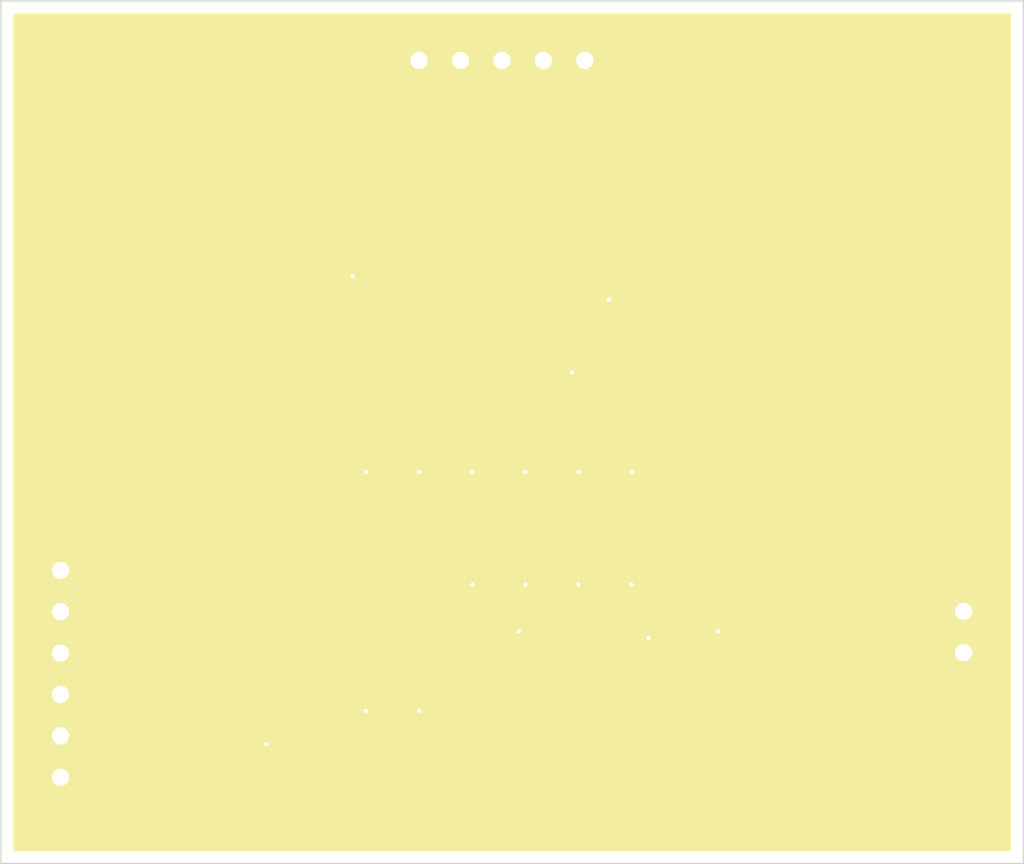
<source format=kicad_pcb>
(kicad_pcb (version 20171130) (host pcbnew "(5.0.1)-4")

  (general
    (thickness 1.6)
    (drawings 2)
    (tracks 248)
    (zones 0)
    (modules 28)
    (nets 22)
  )

  (page A4)
  (layers
    (0 F.Cu signal)
    (31 B.Cu signal)
    (32 B.Adhes user)
    (33 F.Adhes user)
    (34 B.Paste user)
    (35 F.Paste user)
    (36 B.SilkS user)
    (37 F.SilkS user)
    (38 B.Mask user)
    (39 F.Mask user)
    (40 Dwgs.User user)
    (41 Cmts.User user)
    (42 Eco1.User user)
    (43 Eco2.User user)
    (44 Edge.Cuts user)
    (45 Margin user)
    (46 B.CrtYd user)
    (47 F.CrtYd user)
    (48 B.Fab user)
    (49 F.Fab user)
  )

  (setup
    (last_trace_width 0.25)
    (trace_clearance 0.2)
    (zone_clearance 0.508)
    (zone_45_only no)
    (trace_min 0.2)
    (segment_width 0.2)
    (edge_width 0.2)
    (via_size 0.8)
    (via_drill 0.4)
    (via_min_size 0.4)
    (via_min_drill 0.3)
    (uvia_size 0.3)
    (uvia_drill 0.1)
    (uvias_allowed no)
    (uvia_min_size 0.2)
    (uvia_min_drill 0.1)
    (pcb_text_width 0.3)
    (pcb_text_size 1.5 1.5)
    (mod_edge_width 0.15)
    (mod_text_size 1 1)
    (mod_text_width 0.15)
    (pad_size 1.524 1.524)
    (pad_drill 0.762)
    (pad_to_mask_clearance 0.051)
    (solder_mask_min_width 0.25)
    (aux_axis_origin 0 0)
    (visible_elements 7FFFFFFF)
    (pcbplotparams
      (layerselection 0x010fc_ffffffff)
      (usegerberextensions false)
      (usegerberattributes false)
      (usegerberadvancedattributes false)
      (creategerberjobfile false)
      (excludeedgelayer true)
      (linewidth 0.100000)
      (plotframeref false)
      (viasonmask false)
      (mode 1)
      (useauxorigin false)
      (hpglpennumber 1)
      (hpglpenspeed 20)
      (hpglpendiameter 15.000000)
      (psnegative false)
      (psa4output false)
      (plotreference true)
      (plotvalue true)
      (plotinvisibletext false)
      (padsonsilk false)
      (subtractmaskfromsilk false)
      (outputformat 1)
      (mirror false)
      (drillshape 1)
      (scaleselection 1)
      (outputdirectory ""))
  )

  (net 0 "")
  (net 1 +5V)
  (net 2 GND)
  (net 3 PSU-)
  (net 4 PSU+)
  (net 5 LED+)
  (net 6 /SDA)
  (net 7 /SCL)
  (net 8 "Net-(R13-Pad2)")
  (net 9 "Net-(R14-Pad2)")
  (net 10 "Net-(R15-Pad2)")
  (net 11 VR2)
  (net 12 VR1)
  (net 13 /RESET)
  (net 14 /Ain3)
  (net 15 /SCL0)
  (net 16 /SDA0)
  (net 17 /SCL1)
  (net 18 /SDA1)
  (net 19 /SCL2)
  (net 20 /SDA2)
  (net 21 /Ain2)

  (net_class Default "This is the default net class."
    (clearance 0.2)
    (trace_width 0.25)
    (via_dia 0.8)
    (via_drill 0.4)
    (uvia_dia 0.3)
    (uvia_drill 0.1)
    (add_net +5V)
    (add_net /Ain2)
    (add_net /Ain3)
    (add_net /RESET)
    (add_net /SCL)
    (add_net /SCL0)
    (add_net /SCL1)
    (add_net /SCL2)
    (add_net /SDA)
    (add_net /SDA0)
    (add_net /SDA1)
    (add_net /SDA2)
    (add_net GND)
    (add_net LED+)
    (add_net "Net-(R13-Pad2)")
    (add_net "Net-(R14-Pad2)")
    (add_net "Net-(R15-Pad2)")
    (add_net PSU+)
    (add_net PSU-)
    (add_net VR1)
    (add_net VR2)
  )

  (module Connectors_JST:JST_VH_S2P-VH_2x2x3.96mm_Horizontal (layer F.Cu) (tedit 59DBB4EF) (tstamp 5C1B2B72)
    (at 182.88 120.65 270)
    (descr "JST VH series connector, S2P-VH, side entry type, PCB stabilizer, through hole")
    (tags "connector jst vh stabilizer horizontal")
    (path /5C148CDF)
    (fp_text reference J2 (at 1.98 -3.2 270) (layer F.SilkS)
      (effects (font (size 1 1) (thickness 0.15)))
    )
    (fp_text value Conn_01x02_Male (at 1.98 14.7 270) (layer F.Fab)
      (effects (font (size 1 1) (thickness 0.15)))
    )
    (fp_text user %R (at 1.98 7.2 270) (layer F.Fab)
      (effects (font (size 1 1) (thickness 0.15)))
    )
    (fp_line (start 6.53 -2.62) (end -2.57 -2.62) (layer F.CrtYd) (width 0.05))
    (fp_line (start 6.53 14.02) (end 6.53 -2.62) (layer F.CrtYd) (width 0.05))
    (fp_line (start -2.57 14.02) (end 6.53 14.02) (layer F.CrtYd) (width 0.05))
    (fp_line (start -2.57 -2.62) (end -2.57 14.02) (layer F.CrtYd) (width 0.05))
    (fp_line (start -1.55 -1.85) (end -1.55 0) (layer F.SilkS) (width 0.12))
    (fp_line (start 0 -1.85) (end -1.55 -1.85) (layer F.SilkS) (width 0.12))
    (fp_line (start 0.82 12.02) (end 3.14 12.02) (layer F.SilkS) (width 0.12))
    (fp_line (start 4.78 13.52) (end 4.78 12.02) (layer F.SilkS) (width 0.12))
    (fp_line (start 3.14 13.52) (end 4.78 13.52) (layer F.SilkS) (width 0.12))
    (fp_line (start 3.14 12.02) (end 3.14 13.52) (layer F.SilkS) (width 0.12))
    (fp_line (start 2.7 0.9) (end 2.7 2.38) (layer F.SilkS) (width 0.12))
    (fp_line (start 1.41 -0.12) (end 2.55 -0.12) (layer F.SilkS) (width 0.12))
    (fp_line (start 1.26 2.38) (end 1.26 1.7) (layer F.SilkS) (width 0.12))
    (fp_line (start 0.82 13.52) (end 0.82 12.02) (layer F.SilkS) (width 0.12))
    (fp_line (start -0.82 13.52) (end 0.82 13.52) (layer F.SilkS) (width 0.12))
    (fp_line (start -0.82 12.02) (end -0.82 13.52) (layer F.SilkS) (width 0.12))
    (fp_line (start 2.7 2.38) (end 4.54 2.38) (layer F.SilkS) (width 0.12))
    (fp_line (start -0.58 2.38) (end 1.26 2.38) (layer F.SilkS) (width 0.12))
    (fp_line (start 4.98 12.02) (end 4.98 5.82) (layer F.SilkS) (width 0.12))
    (fp_line (start 4.78 12.02) (end 4.98 12.02) (layer F.SilkS) (width 0.12))
    (fp_line (start -0.58 1.7) (end -0.58 2.38) (layer F.SilkS) (width 0.12))
    (fp_line (start -0.58 -2.12) (end -0.58 -1.85) (layer F.SilkS) (width 0.12))
    (fp_line (start -2.07 -2.12) (end -0.58 -2.12) (layer F.SilkS) (width 0.12))
    (fp_line (start -2.07 5.82) (end -2.07 -2.12) (layer F.SilkS) (width 0.12))
    (fp_line (start -1.02 5.82) (end -2.07 5.82) (layer F.SilkS) (width 0.12))
    (fp_line (start 4.54 2.38) (end 4.54 1.6) (layer F.SilkS) (width 0.12))
    (fp_line (start 6.03 5.82) (end 4.98 5.82) (layer F.SilkS) (width 0.12))
    (fp_line (start 6.03 -2.12) (end 6.03 5.82) (layer F.SilkS) (width 0.12))
    (fp_line (start 4.54 -2.12) (end 6.03 -2.12) (layer F.SilkS) (width 0.12))
    (fp_line (start 4.54 -1.6) (end 4.54 -2.12) (layer F.SilkS) (width 0.12))
    (fp_line (start -1.02 12.02) (end -0.82 12.02) (layer F.SilkS) (width 0.12))
    (fp_line (start -1.02 5.82) (end -1.02 12.02) (layer F.SilkS) (width 0.12))
    (fp_line (start 0 3.3) (end 0.8 2.5) (layer F.Fab) (width 0.1))
    (fp_line (start -0.8 2.5) (end 0 3.3) (layer F.Fab) (width 0.1))
    (fp_line (start 4.66 13.4) (end 4.66 11.9) (layer F.Fab) (width 0.1))
    (fp_line (start 3.26 13.4) (end 4.66 13.4) (layer F.Fab) (width 0.1))
    (fp_line (start 3.26 11.9) (end 3.26 13.4) (layer F.Fab) (width 0.1))
    (fp_line (start 2.58 0) (end 2.58 2.5) (layer F.Fab) (width 0.1))
    (fp_line (start 1.38 0) (end 2.58 0) (layer F.Fab) (width 0.1))
    (fp_line (start 1.38 2.5) (end 1.38 0) (layer F.Fab) (width 0.1))
    (fp_line (start 0.7 13.4) (end 0.7 11.9) (layer F.Fab) (width 0.1))
    (fp_line (start -0.7 13.4) (end 0.7 13.4) (layer F.Fab) (width 0.1))
    (fp_line (start -0.7 11.9) (end -0.7 13.4) (layer F.Fab) (width 0.1))
    (fp_line (start -0.7 -2) (end -0.7 2.5) (layer F.Fab) (width 0.1))
    (fp_line (start -1.95 -2) (end -0.7 -2) (layer F.Fab) (width 0.1))
    (fp_line (start -1.95 5.7) (end -1.95 -2) (layer F.Fab) (width 0.1))
    (fp_line (start -0.9 5.7) (end -1.95 5.7) (layer F.Fab) (width 0.1))
    (fp_line (start 5.91 5.7) (end 4.86 5.7) (layer F.Fab) (width 0.1))
    (fp_line (start 5.91 -2) (end 5.91 5.7) (layer F.Fab) (width 0.1))
    (fp_line (start 4.66 -2) (end 5.91 -2) (layer F.Fab) (width 0.1))
    (fp_line (start 4.66 2.5) (end 4.66 -2) (layer F.Fab) (width 0.1))
    (fp_line (start 4.86 2.5) (end -0.9 2.5) (layer F.Fab) (width 0.1))
    (fp_line (start 4.86 11.9) (end 4.86 2.5) (layer F.Fab) (width 0.1))
    (fp_line (start -0.9 11.9) (end 4.86 11.9) (layer F.Fab) (width 0.1))
    (fp_line (start -0.9 2.5) (end -0.9 11.9) (layer F.Fab) (width 0.1))
    (pad 2 thru_hole oval (at 3.96 0 270) (size 2.35 3) (drill 1.65) (layers *.Cu *.Mask)
      (net 5 LED+))
    (pad 1 thru_hole rect (at 0 0 270) (size 2.35 3) (drill 1.65) (layers *.Cu *.Mask)
      (net 3 PSU-))
    (model ${KISYS3DMOD}/Connectors_JST.3dshapes/JST_VH_S2P-VH_2x2x3.96mm_Horizontal.wrl
      (at (xyz 0 0 0))
      (scale (xyz 1 1 1))
      (rotate (xyz 0 0 0))
    )
  )

  (module Capacitors_SMD:C_0805_HandSoldering (layer F.Cu) (tedit 58AA84A8) (tstamp 5C1B2E57)
    (at 149.86 122.555)
    (descr "Capacitor SMD 0805, hand soldering")
    (tags "capacitor 0805")
    (path /5C269C69)
    (attr smd)
    (fp_text reference C1 (at 0 -1.75) (layer F.SilkS)
      (effects (font (size 1 1) (thickness 0.15)))
    )
    (fp_text value 100pF (at 0 1.75) (layer F.Fab)
      (effects (font (size 1 1) (thickness 0.15)))
    )
    (fp_text user %R (at 0 -1.75) (layer F.Fab)
      (effects (font (size 1 1) (thickness 0.15)))
    )
    (fp_line (start -1 0.62) (end -1 -0.62) (layer F.Fab) (width 0.1))
    (fp_line (start 1 0.62) (end -1 0.62) (layer F.Fab) (width 0.1))
    (fp_line (start 1 -0.62) (end 1 0.62) (layer F.Fab) (width 0.1))
    (fp_line (start -1 -0.62) (end 1 -0.62) (layer F.Fab) (width 0.1))
    (fp_line (start 0.5 -0.85) (end -0.5 -0.85) (layer F.SilkS) (width 0.12))
    (fp_line (start -0.5 0.85) (end 0.5 0.85) (layer F.SilkS) (width 0.12))
    (fp_line (start -2.25 -0.88) (end 2.25 -0.88) (layer F.CrtYd) (width 0.05))
    (fp_line (start -2.25 -0.88) (end -2.25 0.87) (layer F.CrtYd) (width 0.05))
    (fp_line (start 2.25 0.87) (end 2.25 -0.88) (layer F.CrtYd) (width 0.05))
    (fp_line (start 2.25 0.87) (end -2.25 0.87) (layer F.CrtYd) (width 0.05))
    (pad 1 smd rect (at -1.25 0) (size 1.5 1.25) (layers F.Cu F.Paste F.Mask)
      (net 1 +5V))
    (pad 2 smd rect (at 1.25 0) (size 1.5 1.25) (layers F.Cu F.Paste F.Mask)
      (net 2 GND))
    (model Capacitors_SMD.3dshapes/C_0805.wrl
      (at (xyz 0 0 0))
      (scale (xyz 1 1 1))
      (rotate (xyz 0 0 0))
    )
  )

  (module Capacitors_SMD:C_0805_HandSoldering (layer F.Cu) (tedit 58AA84A8) (tstamp 5C1B2E27)
    (at 138.43 123.19 90)
    (descr "Capacitor SMD 0805, hand soldering")
    (tags "capacitor 0805")
    (path /5C269E55)
    (attr smd)
    (fp_text reference C2 (at 0 -1.75 90) (layer F.SilkS)
      (effects (font (size 1 1) (thickness 0.15)))
    )
    (fp_text value 100pF (at 0 1.75 90) (layer F.Fab)
      (effects (font (size 1 1) (thickness 0.15)))
    )
    (fp_line (start 2.25 0.87) (end -2.25 0.87) (layer F.CrtYd) (width 0.05))
    (fp_line (start 2.25 0.87) (end 2.25 -0.88) (layer F.CrtYd) (width 0.05))
    (fp_line (start -2.25 -0.88) (end -2.25 0.87) (layer F.CrtYd) (width 0.05))
    (fp_line (start -2.25 -0.88) (end 2.25 -0.88) (layer F.CrtYd) (width 0.05))
    (fp_line (start -0.5 0.85) (end 0.5 0.85) (layer F.SilkS) (width 0.12))
    (fp_line (start 0.5 -0.85) (end -0.5 -0.85) (layer F.SilkS) (width 0.12))
    (fp_line (start -1 -0.62) (end 1 -0.62) (layer F.Fab) (width 0.1))
    (fp_line (start 1 -0.62) (end 1 0.62) (layer F.Fab) (width 0.1))
    (fp_line (start 1 0.62) (end -1 0.62) (layer F.Fab) (width 0.1))
    (fp_line (start -1 0.62) (end -1 -0.62) (layer F.Fab) (width 0.1))
    (fp_text user %R (at 0 -1.75 90) (layer F.Fab)
      (effects (font (size 1 1) (thickness 0.15)))
    )
    (pad 2 smd rect (at 1.25 0 90) (size 1.5 1.25) (layers F.Cu F.Paste F.Mask)
      (net 2 GND))
    (pad 1 smd rect (at -1.25 0 90) (size 1.5 1.25) (layers F.Cu F.Paste F.Mask)
      (net 1 +5V))
    (model Capacitors_SMD.3dshapes/C_0805.wrl
      (at (xyz 0 0 0))
      (scale (xyz 1 1 1))
      (rotate (xyz 0 0 0))
    )
  )

  (module Capacitors_SMD:C_0805_HandSoldering (layer F.Cu) (tedit 58AA84A8) (tstamp 5C1B2DF7)
    (at 161.29 123.19 90)
    (descr "Capacitor SMD 0805, hand soldering")
    (tags "capacitor 0805")
    (path /5C269D03)
    (attr smd)
    (fp_text reference C3 (at 0 -1.75 90) (layer F.SilkS)
      (effects (font (size 1 1) (thickness 0.15)))
    )
    (fp_text value 100pF (at 0 1.75 90) (layer F.Fab)
      (effects (font (size 1 1) (thickness 0.15)))
    )
    (fp_line (start 2.25 0.87) (end -2.25 0.87) (layer F.CrtYd) (width 0.05))
    (fp_line (start 2.25 0.87) (end 2.25 -0.88) (layer F.CrtYd) (width 0.05))
    (fp_line (start -2.25 -0.88) (end -2.25 0.87) (layer F.CrtYd) (width 0.05))
    (fp_line (start -2.25 -0.88) (end 2.25 -0.88) (layer F.CrtYd) (width 0.05))
    (fp_line (start -0.5 0.85) (end 0.5 0.85) (layer F.SilkS) (width 0.12))
    (fp_line (start 0.5 -0.85) (end -0.5 -0.85) (layer F.SilkS) (width 0.12))
    (fp_line (start -1 -0.62) (end 1 -0.62) (layer F.Fab) (width 0.1))
    (fp_line (start 1 -0.62) (end 1 0.62) (layer F.Fab) (width 0.1))
    (fp_line (start 1 0.62) (end -1 0.62) (layer F.Fab) (width 0.1))
    (fp_line (start -1 0.62) (end -1 -0.62) (layer F.Fab) (width 0.1))
    (fp_text user %R (at 0 -1.75 90) (layer F.Fab)
      (effects (font (size 1 1) (thickness 0.15)))
    )
    (pad 2 smd rect (at 1.25 0 90) (size 1.5 1.25) (layers F.Cu F.Paste F.Mask)
      (net 2 GND))
    (pad 1 smd rect (at -1.25 0 90) (size 1.5 1.25) (layers F.Cu F.Paste F.Mask)
      (net 1 +5V))
    (model Capacitors_SMD.3dshapes/C_0805.wrl
      (at (xyz 0 0 0))
      (scale (xyz 1 1 1))
      (rotate (xyz 0 0 0))
    )
  )

  (module Capacitors_SMD:C_0805_HandSoldering (layer F.Cu) (tedit 58AA84A8) (tstamp 5C1B2DC7)
    (at 116.205 139.7)
    (descr "Capacitor SMD 0805, hand soldering")
    (tags "capacitor 0805")
    (path /5C1B9766)
    (attr smd)
    (fp_text reference C4 (at 0 -1.75) (layer F.SilkS)
      (effects (font (size 1 1) (thickness 0.15)))
    )
    (fp_text value 100pF (at 0 1.75) (layer F.Fab)
      (effects (font (size 1 1) (thickness 0.15)))
    )
    (fp_line (start 2.25 0.87) (end -2.25 0.87) (layer F.CrtYd) (width 0.05))
    (fp_line (start 2.25 0.87) (end 2.25 -0.88) (layer F.CrtYd) (width 0.05))
    (fp_line (start -2.25 -0.88) (end -2.25 0.87) (layer F.CrtYd) (width 0.05))
    (fp_line (start -2.25 -0.88) (end 2.25 -0.88) (layer F.CrtYd) (width 0.05))
    (fp_line (start -0.5 0.85) (end 0.5 0.85) (layer F.SilkS) (width 0.12))
    (fp_line (start 0.5 -0.85) (end -0.5 -0.85) (layer F.SilkS) (width 0.12))
    (fp_line (start -1 -0.62) (end 1 -0.62) (layer F.Fab) (width 0.1))
    (fp_line (start 1 -0.62) (end 1 0.62) (layer F.Fab) (width 0.1))
    (fp_line (start 1 0.62) (end -1 0.62) (layer F.Fab) (width 0.1))
    (fp_line (start -1 0.62) (end -1 -0.62) (layer F.Fab) (width 0.1))
    (fp_text user %R (at 0 -1.75) (layer F.Fab)
      (effects (font (size 1 1) (thickness 0.15)))
    )
    (pad 2 smd rect (at 1.25 0) (size 1.5 1.25) (layers F.Cu F.Paste F.Mask)
      (net 2 GND))
    (pad 1 smd rect (at -1.25 0) (size 1.5 1.25) (layers F.Cu F.Paste F.Mask)
      (net 1 +5V))
    (model Capacitors_SMD.3dshapes/C_0805.wrl
      (at (xyz 0 0 0))
      (scale (xyz 1 1 1))
      (rotate (xyz 0 0 0))
    )
  )

  (module Capacitors_SMD:C_0805_HandSoldering (layer F.Cu) (tedit 58AA84A8) (tstamp 5C1B3D12)
    (at 127.635 89.535 180)
    (descr "Capacitor SMD 0805, hand soldering")
    (tags "capacitor 0805")
    (path /5C269DA3)
    (attr smd)
    (fp_text reference C5 (at 0 -1.75 180) (layer F.SilkS)
      (effects (font (size 1 1) (thickness 0.15)))
    )
    (fp_text value 100pF (at 0 1.75 180) (layer F.Fab)
      (effects (font (size 1 1) (thickness 0.15)))
    )
    (fp_text user %R (at 0 -1.75 180) (layer F.Fab)
      (effects (font (size 1 1) (thickness 0.15)))
    )
    (fp_line (start -1 0.62) (end -1 -0.62) (layer F.Fab) (width 0.1))
    (fp_line (start 1 0.62) (end -1 0.62) (layer F.Fab) (width 0.1))
    (fp_line (start 1 -0.62) (end 1 0.62) (layer F.Fab) (width 0.1))
    (fp_line (start -1 -0.62) (end 1 -0.62) (layer F.Fab) (width 0.1))
    (fp_line (start 0.5 -0.85) (end -0.5 -0.85) (layer F.SilkS) (width 0.12))
    (fp_line (start -0.5 0.85) (end 0.5 0.85) (layer F.SilkS) (width 0.12))
    (fp_line (start -2.25 -0.88) (end 2.25 -0.88) (layer F.CrtYd) (width 0.05))
    (fp_line (start -2.25 -0.88) (end -2.25 0.87) (layer F.CrtYd) (width 0.05))
    (fp_line (start 2.25 0.87) (end 2.25 -0.88) (layer F.CrtYd) (width 0.05))
    (fp_line (start 2.25 0.87) (end -2.25 0.87) (layer F.CrtYd) (width 0.05))
    (pad 1 smd rect (at -1.25 0 180) (size 1.5 1.25) (layers F.Cu F.Paste F.Mask)
      (net 1 +5V))
    (pad 2 smd rect (at 1.25 0 180) (size 1.5 1.25) (layers F.Cu F.Paste F.Mask)
      (net 2 GND))
    (model Capacitors_SMD.3dshapes/C_0805.wrl
      (at (xyz 0 0 0))
      (scale (xyz 1 1 1))
      (rotate (xyz 0 0 0))
    )
  )

  (module Connectors_JST:JST_VH_S6P-VH_2x6x3.96mm_Horizontal (layer F.Cu) (tedit 59DBB4EF) (tstamp 5C1B2CC5)
    (at 96.52 136.525 90)
    (descr "JST VH series connector, S6P-VH, side entry type, PCB stabilizer, through hole")
    (tags "connector jst vh stabilizer horizontal")
    (path /5C1135F6)
    (fp_text reference J1 (at 9.9 -3.2 90) (layer F.SilkS)
      (effects (font (size 1 1) (thickness 0.15)))
    )
    (fp_text value Conn_01x06_Male (at 9.9 14.7 90) (layer F.Fab)
      (effects (font (size 1 1) (thickness 0.15)))
    )
    (fp_text user %R (at 9.9 7.2 90) (layer F.Fab)
      (effects (font (size 1 1) (thickness 0.15)))
    )
    (fp_line (start 22.37 -2.62) (end -2.57 -2.62) (layer F.CrtYd) (width 0.05))
    (fp_line (start 22.37 14.02) (end 22.37 -2.62) (layer F.CrtYd) (width 0.05))
    (fp_line (start -2.57 14.02) (end 22.37 14.02) (layer F.CrtYd) (width 0.05))
    (fp_line (start -2.57 -2.62) (end -2.57 14.02) (layer F.CrtYd) (width 0.05))
    (fp_line (start -1.55 -1.85) (end -1.55 0) (layer F.SilkS) (width 0.12))
    (fp_line (start 0 -1.85) (end -1.55 -1.85) (layer F.SilkS) (width 0.12))
    (fp_line (start 16.66 12.02) (end 18.98 12.02) (layer F.SilkS) (width 0.12))
    (fp_line (start 20.62 13.52) (end 20.62 12.02) (layer F.SilkS) (width 0.12))
    (fp_line (start 18.98 13.52) (end 20.62 13.52) (layer F.SilkS) (width 0.12))
    (fp_line (start 18.98 12.02) (end 18.98 13.52) (layer F.SilkS) (width 0.12))
    (fp_line (start 12.7 12.02) (end 15.02 12.02) (layer F.SilkS) (width 0.12))
    (fp_line (start 14.58 2.38) (end 17.1 2.38) (layer F.SilkS) (width 0.12))
    (fp_line (start 18.54 0.9) (end 18.54 2.38) (layer F.SilkS) (width 0.12))
    (fp_line (start 17.3 -0.12) (end 18.34 -0.12) (layer F.SilkS) (width 0.12))
    (fp_line (start 17.1 2.38) (end 17.1 0.9) (layer F.SilkS) (width 0.12))
    (fp_line (start 16.66 13.52) (end 16.66 12.02) (layer F.SilkS) (width 0.12))
    (fp_line (start 15.02 13.52) (end 16.66 13.52) (layer F.SilkS) (width 0.12))
    (fp_line (start 15.02 12.02) (end 15.02 13.52) (layer F.SilkS) (width 0.12))
    (fp_line (start 8.74 12.02) (end 11.06 12.02) (layer F.SilkS) (width 0.12))
    (fp_line (start 10.62 2.38) (end 13.14 2.38) (layer F.SilkS) (width 0.12))
    (fp_line (start 14.58 0.9) (end 14.58 2.38) (layer F.SilkS) (width 0.12))
    (fp_line (start 13.34 -0.12) (end 14.38 -0.12) (layer F.SilkS) (width 0.12))
    (fp_line (start 13.14 2.38) (end 13.14 0.9) (layer F.SilkS) (width 0.12))
    (fp_line (start 12.7 13.52) (end 12.7 12.02) (layer F.SilkS) (width 0.12))
    (fp_line (start 11.06 13.52) (end 12.7 13.52) (layer F.SilkS) (width 0.12))
    (fp_line (start 11.06 12.02) (end 11.06 13.52) (layer F.SilkS) (width 0.12))
    (fp_line (start 4.78 12.02) (end 7.1 12.02) (layer F.SilkS) (width 0.12))
    (fp_line (start 6.66 2.38) (end 9.18 2.38) (layer F.SilkS) (width 0.12))
    (fp_line (start 10.62 0.9) (end 10.62 2.38) (layer F.SilkS) (width 0.12))
    (fp_line (start 9.38 -0.12) (end 10.42 -0.12) (layer F.SilkS) (width 0.12))
    (fp_line (start 9.18 2.38) (end 9.18 0.9) (layer F.SilkS) (width 0.12))
    (fp_line (start 8.74 13.52) (end 8.74 12.02) (layer F.SilkS) (width 0.12))
    (fp_line (start 7.1 13.52) (end 8.74 13.52) (layer F.SilkS) (width 0.12))
    (fp_line (start 7.1 12.02) (end 7.1 13.52) (layer F.SilkS) (width 0.12))
    (fp_line (start 0.82 12.02) (end 3.14 12.02) (layer F.SilkS) (width 0.12))
    (fp_line (start 2.7 2.38) (end 5.22 2.38) (layer F.SilkS) (width 0.12))
    (fp_line (start 6.66 0.9) (end 6.66 2.38) (layer F.SilkS) (width 0.12))
    (fp_line (start 5.42 -0.12) (end 6.46 -0.12) (layer F.SilkS) (width 0.12))
    (fp_line (start 5.22 2.38) (end 5.22 0.9) (layer F.SilkS) (width 0.12))
    (fp_line (start 4.78 13.52) (end 4.78 12.02) (layer F.SilkS) (width 0.12))
    (fp_line (start 3.14 13.52) (end 4.78 13.52) (layer F.SilkS) (width 0.12))
    (fp_line (start 3.14 12.02) (end 3.14 13.52) (layer F.SilkS) (width 0.12))
    (fp_line (start 2.7 0.9) (end 2.7 2.38) (layer F.SilkS) (width 0.12))
    (fp_line (start 1.41 -0.12) (end 2.55 -0.12) (layer F.SilkS) (width 0.12))
    (fp_line (start 1.26 2.38) (end 1.26 1.7) (layer F.SilkS) (width 0.12))
    (fp_line (start 0.82 13.52) (end 0.82 12.02) (layer F.SilkS) (width 0.12))
    (fp_line (start -0.82 13.52) (end 0.82 13.52) (layer F.SilkS) (width 0.12))
    (fp_line (start -0.82 12.02) (end -0.82 13.52) (layer F.SilkS) (width 0.12))
    (fp_line (start 18.54 2.38) (end 20.38 2.38) (layer F.SilkS) (width 0.12))
    (fp_line (start -0.58 2.38) (end 1.26 2.38) (layer F.SilkS) (width 0.12))
    (fp_line (start 20.82 12.02) (end 20.82 5.82) (layer F.SilkS) (width 0.12))
    (fp_line (start 20.62 12.02) (end 20.82 12.02) (layer F.SilkS) (width 0.12))
    (fp_line (start -0.58 1.7) (end -0.58 2.38) (layer F.SilkS) (width 0.12))
    (fp_line (start -0.58 -2.12) (end -0.58 -1.85) (layer F.SilkS) (width 0.12))
    (fp_line (start -2.07 -2.12) (end -0.58 -2.12) (layer F.SilkS) (width 0.12))
    (fp_line (start -2.07 5.82) (end -2.07 -2.12) (layer F.SilkS) (width 0.12))
    (fp_line (start -1.02 5.82) (end -2.07 5.82) (layer F.SilkS) (width 0.12))
    (fp_line (start 20.38 2.38) (end 20.38 1.6) (layer F.SilkS) (width 0.12))
    (fp_line (start 21.87 5.82) (end 20.82 5.82) (layer F.SilkS) (width 0.12))
    (fp_line (start 21.87 -2.12) (end 21.87 5.82) (layer F.SilkS) (width 0.12))
    (fp_line (start 20.38 -2.12) (end 21.87 -2.12) (layer F.SilkS) (width 0.12))
    (fp_line (start 20.38 -1.6) (end 20.38 -2.12) (layer F.SilkS) (width 0.12))
    (fp_line (start -1.02 12.02) (end -0.82 12.02) (layer F.SilkS) (width 0.12))
    (fp_line (start -1.02 5.82) (end -1.02 12.02) (layer F.SilkS) (width 0.12))
    (fp_line (start 0 3.3) (end 0.8 2.5) (layer F.Fab) (width 0.1))
    (fp_line (start -0.8 2.5) (end 0 3.3) (layer F.Fab) (width 0.1))
    (fp_line (start 20.5 13.4) (end 20.5 11.9) (layer F.Fab) (width 0.1))
    (fp_line (start 19.1 13.4) (end 20.5 13.4) (layer F.Fab) (width 0.1))
    (fp_line (start 19.1 11.9) (end 19.1 13.4) (layer F.Fab) (width 0.1))
    (fp_line (start 18.42 0) (end 18.42 2.5) (layer F.Fab) (width 0.1))
    (fp_line (start 17.22 0) (end 18.42 0) (layer F.Fab) (width 0.1))
    (fp_line (start 17.22 2.5) (end 17.22 0) (layer F.Fab) (width 0.1))
    (fp_line (start 16.54 13.4) (end 16.54 11.9) (layer F.Fab) (width 0.1))
    (fp_line (start 15.14 13.4) (end 16.54 13.4) (layer F.Fab) (width 0.1))
    (fp_line (start 15.14 11.9) (end 15.14 13.4) (layer F.Fab) (width 0.1))
    (fp_line (start 14.46 0) (end 14.46 2.5) (layer F.Fab) (width 0.1))
    (fp_line (start 13.26 0) (end 14.46 0) (layer F.Fab) (width 0.1))
    (fp_line (start 13.26 2.5) (end 13.26 0) (layer F.Fab) (width 0.1))
    (fp_line (start 12.58 13.4) (end 12.58 11.9) (layer F.Fab) (width 0.1))
    (fp_line (start 11.18 13.4) (end 12.58 13.4) (layer F.Fab) (width 0.1))
    (fp_line (start 11.18 11.9) (end 11.18 13.4) (layer F.Fab) (width 0.1))
    (fp_line (start 10.5 0) (end 10.5 2.5) (layer F.Fab) (width 0.1))
    (fp_line (start 9.3 0) (end 10.5 0) (layer F.Fab) (width 0.1))
    (fp_line (start 9.3 2.5) (end 9.3 0) (layer F.Fab) (width 0.1))
    (fp_line (start 8.62 13.4) (end 8.62 11.9) (layer F.Fab) (width 0.1))
    (fp_line (start 7.22 13.4) (end 8.62 13.4) (layer F.Fab) (width 0.1))
    (fp_line (start 7.22 11.9) (end 7.22 13.4) (layer F.Fab) (width 0.1))
    (fp_line (start 6.54 0) (end 6.54 2.5) (layer F.Fab) (width 0.1))
    (fp_line (start 5.34 0) (end 6.54 0) (layer F.Fab) (width 0.1))
    (fp_line (start 5.34 2.5) (end 5.34 0) (layer F.Fab) (width 0.1))
    (fp_line (start 4.66 13.4) (end 4.66 11.9) (layer F.Fab) (width 0.1))
    (fp_line (start 3.26 13.4) (end 4.66 13.4) (layer F.Fab) (width 0.1))
    (fp_line (start 3.26 11.9) (end 3.26 13.4) (layer F.Fab) (width 0.1))
    (fp_line (start 2.58 0) (end 2.58 2.5) (layer F.Fab) (width 0.1))
    (fp_line (start 1.38 0) (end 2.58 0) (layer F.Fab) (width 0.1))
    (fp_line (start 1.38 2.5) (end 1.38 0) (layer F.Fab) (width 0.1))
    (fp_line (start 0.7 13.4) (end 0.7 11.9) (layer F.Fab) (width 0.1))
    (fp_line (start -0.7 13.4) (end 0.7 13.4) (layer F.Fab) (width 0.1))
    (fp_line (start -0.7 11.9) (end -0.7 13.4) (layer F.Fab) (width 0.1))
    (fp_line (start -0.7 -2) (end -0.7 2.5) (layer F.Fab) (width 0.1))
    (fp_line (start -1.95 -2) (end -0.7 -2) (layer F.Fab) (width 0.1))
    (fp_line (start -1.95 5.7) (end -1.95 -2) (layer F.Fab) (width 0.1))
    (fp_line (start -0.9 5.7) (end -1.95 5.7) (layer F.Fab) (width 0.1))
    (fp_line (start 21.75 5.7) (end 20.7 5.7) (layer F.Fab) (width 0.1))
    (fp_line (start 21.75 -2) (end 21.75 5.7) (layer F.Fab) (width 0.1))
    (fp_line (start 20.5 -2) (end 21.75 -2) (layer F.Fab) (width 0.1))
    (fp_line (start 20.5 2.5) (end 20.5 -2) (layer F.Fab) (width 0.1))
    (fp_line (start 20.7 2.5) (end -0.9 2.5) (layer F.Fab) (width 0.1))
    (fp_line (start 20.7 11.9) (end 20.7 2.5) (layer F.Fab) (width 0.1))
    (fp_line (start -0.9 11.9) (end 20.7 11.9) (layer F.Fab) (width 0.1))
    (fp_line (start -0.9 2.5) (end -0.9 11.9) (layer F.Fab) (width 0.1))
    (pad 6 thru_hole oval (at 19.8 0 90) (size 2.35 3) (drill 1.65) (layers *.Cu *.Mask)
      (net 3 PSU-))
    (pad 5 thru_hole oval (at 15.84 0 90) (size 2.35 3) (drill 1.65) (layers *.Cu *.Mask)
      (net 3 PSU-))
    (pad 4 thru_hole oval (at 11.88 0 90) (size 2.35 3) (drill 1.65) (layers *.Cu *.Mask)
      (net 4 PSU+))
    (pad 3 thru_hole oval (at 7.92 0 90) (size 2.35 3) (drill 1.65) (layers *.Cu *.Mask)
      (net 4 PSU+))
    (pad 2 thru_hole oval (at 3.96 0 90) (size 2.35 3) (drill 1.65) (layers *.Cu *.Mask)
      (net 11 VR2))
    (pad 1 thru_hole rect (at 0 0 90) (size 2.35 3) (drill 1.65) (layers *.Cu *.Mask)
      (net 12 VR1))
    (model ${KISYS3DMOD}/Connectors_JST.3dshapes/JST_VH_S6P-VH_2x6x3.96mm_Horizontal.wrl
      (at (xyz 0 0 0))
      (scale (xyz 1 1 1))
      (rotate (xyz 0 0 0))
    )
  )

  (module Connectors_JST:JST_VH_S5P-VH_2x5x3.96mm_Horizontal (layer F.Cu) (tedit 59DBB4EF) (tstamp 5C1AC7DF)
    (at 130.81 67.945)
    (descr "JST VH series connector, S5P-VH, side entry type, PCB stabilizer, through hole")
    (tags "connector jst vh stabilizer horizontal")
    (path /5C11309A)
    (fp_text reference J3 (at 7.92 -3.2) (layer F.SilkS)
      (effects (font (size 1 1) (thickness 0.15)))
    )
    (fp_text value Conn_01x05_Male (at 7.92 14.7) (layer F.Fab)
      (effects (font (size 1 1) (thickness 0.15)))
    )
    (fp_text user %R (at 7.92 7.2) (layer F.Fab)
      (effects (font (size 1 1) (thickness 0.15)))
    )
    (fp_line (start 18.41 -2.62) (end -2.57 -2.62) (layer F.CrtYd) (width 0.05))
    (fp_line (start 18.41 14.02) (end 18.41 -2.62) (layer F.CrtYd) (width 0.05))
    (fp_line (start -2.57 14.02) (end 18.41 14.02) (layer F.CrtYd) (width 0.05))
    (fp_line (start -2.57 -2.62) (end -2.57 14.02) (layer F.CrtYd) (width 0.05))
    (fp_line (start -1.55 -1.85) (end -1.55 0) (layer F.SilkS) (width 0.12))
    (fp_line (start 0 -1.85) (end -1.55 -1.85) (layer F.SilkS) (width 0.12))
    (fp_line (start 12.7 12.02) (end 15.02 12.02) (layer F.SilkS) (width 0.12))
    (fp_line (start 16.66 13.52) (end 16.66 12.02) (layer F.SilkS) (width 0.12))
    (fp_line (start 15.02 13.52) (end 16.66 13.52) (layer F.SilkS) (width 0.12))
    (fp_line (start 15.02 12.02) (end 15.02 13.52) (layer F.SilkS) (width 0.12))
    (fp_line (start 8.74 12.02) (end 11.06 12.02) (layer F.SilkS) (width 0.12))
    (fp_line (start 10.62 2.38) (end 13.14 2.38) (layer F.SilkS) (width 0.12))
    (fp_line (start 14.58 0.9) (end 14.58 2.38) (layer F.SilkS) (width 0.12))
    (fp_line (start 13.34 -0.12) (end 14.38 -0.12) (layer F.SilkS) (width 0.12))
    (fp_line (start 13.14 2.38) (end 13.14 0.9) (layer F.SilkS) (width 0.12))
    (fp_line (start 12.7 13.52) (end 12.7 12.02) (layer F.SilkS) (width 0.12))
    (fp_line (start 11.06 13.52) (end 12.7 13.52) (layer F.SilkS) (width 0.12))
    (fp_line (start 11.06 12.02) (end 11.06 13.52) (layer F.SilkS) (width 0.12))
    (fp_line (start 4.78 12.02) (end 7.1 12.02) (layer F.SilkS) (width 0.12))
    (fp_line (start 6.66 2.38) (end 9.18 2.38) (layer F.SilkS) (width 0.12))
    (fp_line (start 10.62 0.9) (end 10.62 2.38) (layer F.SilkS) (width 0.12))
    (fp_line (start 9.38 -0.12) (end 10.42 -0.12) (layer F.SilkS) (width 0.12))
    (fp_line (start 9.18 2.38) (end 9.18 0.9) (layer F.SilkS) (width 0.12))
    (fp_line (start 8.74 13.52) (end 8.74 12.02) (layer F.SilkS) (width 0.12))
    (fp_line (start 7.1 13.52) (end 8.74 13.52) (layer F.SilkS) (width 0.12))
    (fp_line (start 7.1 12.02) (end 7.1 13.52) (layer F.SilkS) (width 0.12))
    (fp_line (start 0.82 12.02) (end 3.14 12.02) (layer F.SilkS) (width 0.12))
    (fp_line (start 2.7 2.38) (end 5.22 2.38) (layer F.SilkS) (width 0.12))
    (fp_line (start 6.66 0.9) (end 6.66 2.38) (layer F.SilkS) (width 0.12))
    (fp_line (start 5.42 -0.12) (end 6.46 -0.12) (layer F.SilkS) (width 0.12))
    (fp_line (start 5.22 2.38) (end 5.22 0.9) (layer F.SilkS) (width 0.12))
    (fp_line (start 4.78 13.52) (end 4.78 12.02) (layer F.SilkS) (width 0.12))
    (fp_line (start 3.14 13.52) (end 4.78 13.52) (layer F.SilkS) (width 0.12))
    (fp_line (start 3.14 12.02) (end 3.14 13.52) (layer F.SilkS) (width 0.12))
    (fp_line (start 2.7 0.9) (end 2.7 2.38) (layer F.SilkS) (width 0.12))
    (fp_line (start 1.41 -0.12) (end 2.55 -0.12) (layer F.SilkS) (width 0.12))
    (fp_line (start 1.26 2.38) (end 1.26 1.7) (layer F.SilkS) (width 0.12))
    (fp_line (start 0.82 13.52) (end 0.82 12.02) (layer F.SilkS) (width 0.12))
    (fp_line (start -0.82 13.52) (end 0.82 13.52) (layer F.SilkS) (width 0.12))
    (fp_line (start -0.82 12.02) (end -0.82 13.52) (layer F.SilkS) (width 0.12))
    (fp_line (start 14.58 2.38) (end 16.42 2.38) (layer F.SilkS) (width 0.12))
    (fp_line (start -0.58 2.38) (end 1.26 2.38) (layer F.SilkS) (width 0.12))
    (fp_line (start 16.86 12.02) (end 16.86 5.82) (layer F.SilkS) (width 0.12))
    (fp_line (start 16.66 12.02) (end 16.86 12.02) (layer F.SilkS) (width 0.12))
    (fp_line (start -0.58 1.7) (end -0.58 2.38) (layer F.SilkS) (width 0.12))
    (fp_line (start -0.58 -2.12) (end -0.58 -1.85) (layer F.SilkS) (width 0.12))
    (fp_line (start -2.07 -2.12) (end -0.58 -2.12) (layer F.SilkS) (width 0.12))
    (fp_line (start -2.07 5.82) (end -2.07 -2.12) (layer F.SilkS) (width 0.12))
    (fp_line (start -1.02 5.82) (end -2.07 5.82) (layer F.SilkS) (width 0.12))
    (fp_line (start 16.42 2.38) (end 16.42 1.6) (layer F.SilkS) (width 0.12))
    (fp_line (start 17.91 5.82) (end 16.86 5.82) (layer F.SilkS) (width 0.12))
    (fp_line (start 17.91 -2.12) (end 17.91 5.82) (layer F.SilkS) (width 0.12))
    (fp_line (start 16.42 -2.12) (end 17.91 -2.12) (layer F.SilkS) (width 0.12))
    (fp_line (start 16.42 -1.6) (end 16.42 -2.12) (layer F.SilkS) (width 0.12))
    (fp_line (start -1.02 12.02) (end -0.82 12.02) (layer F.SilkS) (width 0.12))
    (fp_line (start -1.02 5.82) (end -1.02 12.02) (layer F.SilkS) (width 0.12))
    (fp_line (start 0 3.3) (end 0.8 2.5) (layer F.Fab) (width 0.1))
    (fp_line (start -0.8 2.5) (end 0 3.3) (layer F.Fab) (width 0.1))
    (fp_line (start 16.54 13.4) (end 16.54 11.9) (layer F.Fab) (width 0.1))
    (fp_line (start 15.14 13.4) (end 16.54 13.4) (layer F.Fab) (width 0.1))
    (fp_line (start 15.14 11.9) (end 15.14 13.4) (layer F.Fab) (width 0.1))
    (fp_line (start 14.46 0) (end 14.46 2.5) (layer F.Fab) (width 0.1))
    (fp_line (start 13.26 0) (end 14.46 0) (layer F.Fab) (width 0.1))
    (fp_line (start 13.26 2.5) (end 13.26 0) (layer F.Fab) (width 0.1))
    (fp_line (start 12.58 13.4) (end 12.58 11.9) (layer F.Fab) (width 0.1))
    (fp_line (start 11.18 13.4) (end 12.58 13.4) (layer F.Fab) (width 0.1))
    (fp_line (start 11.18 11.9) (end 11.18 13.4) (layer F.Fab) (width 0.1))
    (fp_line (start 10.5 0) (end 10.5 2.5) (layer F.Fab) (width 0.1))
    (fp_line (start 9.3 0) (end 10.5 0) (layer F.Fab) (width 0.1))
    (fp_line (start 9.3 2.5) (end 9.3 0) (layer F.Fab) (width 0.1))
    (fp_line (start 8.62 13.4) (end 8.62 11.9) (layer F.Fab) (width 0.1))
    (fp_line (start 7.22 13.4) (end 8.62 13.4) (layer F.Fab) (width 0.1))
    (fp_line (start 7.22 11.9) (end 7.22 13.4) (layer F.Fab) (width 0.1))
    (fp_line (start 6.54 0) (end 6.54 2.5) (layer F.Fab) (width 0.1))
    (fp_line (start 5.34 0) (end 6.54 0) (layer F.Fab) (width 0.1))
    (fp_line (start 5.34 2.5) (end 5.34 0) (layer F.Fab) (width 0.1))
    (fp_line (start 4.66 13.4) (end 4.66 11.9) (layer F.Fab) (width 0.1))
    (fp_line (start 3.26 13.4) (end 4.66 13.4) (layer F.Fab) (width 0.1))
    (fp_line (start 3.26 11.9) (end 3.26 13.4) (layer F.Fab) (width 0.1))
    (fp_line (start 2.58 0) (end 2.58 2.5) (layer F.Fab) (width 0.1))
    (fp_line (start 1.38 0) (end 2.58 0) (layer F.Fab) (width 0.1))
    (fp_line (start 1.38 2.5) (end 1.38 0) (layer F.Fab) (width 0.1))
    (fp_line (start 0.7 13.4) (end 0.7 11.9) (layer F.Fab) (width 0.1))
    (fp_line (start -0.7 13.4) (end 0.7 13.4) (layer F.Fab) (width 0.1))
    (fp_line (start -0.7 11.9) (end -0.7 13.4) (layer F.Fab) (width 0.1))
    (fp_line (start -0.7 -2) (end -0.7 2.5) (layer F.Fab) (width 0.1))
    (fp_line (start -1.95 -2) (end -0.7 -2) (layer F.Fab) (width 0.1))
    (fp_line (start -1.95 5.7) (end -1.95 -2) (layer F.Fab) (width 0.1))
    (fp_line (start -0.9 5.7) (end -1.95 5.7) (layer F.Fab) (width 0.1))
    (fp_line (start 17.79 5.7) (end 16.74 5.7) (layer F.Fab) (width 0.1))
    (fp_line (start 17.79 -2) (end 17.79 5.7) (layer F.Fab) (width 0.1))
    (fp_line (start 16.54 -2) (end 17.79 -2) (layer F.Fab) (width 0.1))
    (fp_line (start 16.54 2.5) (end 16.54 -2) (layer F.Fab) (width 0.1))
    (fp_line (start 16.74 2.5) (end -0.9 2.5) (layer F.Fab) (width 0.1))
    (fp_line (start 16.74 11.9) (end 16.74 2.5) (layer F.Fab) (width 0.1))
    (fp_line (start -0.9 11.9) (end 16.74 11.9) (layer F.Fab) (width 0.1))
    (fp_line (start -0.9 2.5) (end -0.9 11.9) (layer F.Fab) (width 0.1))
    (pad 5 thru_hole oval (at 15.84 0) (size 2.35 3) (drill 1.65) (layers *.Cu *.Mask)
      (net 7 /SCL))
    (pad 4 thru_hole oval (at 11.88 0) (size 2.35 3) (drill 1.65) (layers *.Cu *.Mask)
      (net 6 /SDA))
    (pad 3 thru_hole oval (at 7.92 0) (size 2.35 3) (drill 1.65) (layers *.Cu *.Mask)
      (net 13 /RESET))
    (pad 2 thru_hole oval (at 3.96 0) (size 2.35 3) (drill 1.65) (layers *.Cu *.Mask)
      (net 2 GND))
    (pad 1 thru_hole rect (at 0 0) (size 2.35 3) (drill 1.65) (layers *.Cu *.Mask)
      (net 1 +5V))
    (model ${KISYS3DMOD}/Connectors_JST.3dshapes/JST_VH_S5P-VH_2x5x3.96mm_Horizontal.wrl
      (at (xyz 0 0 0))
      (scale (xyz 1 1 1))
      (rotate (xyz 0 0 0))
    )
  )

  (module Resistors_SMD:R_2512_HandSoldering (layer F.Cu) (tedit 58E0A804) (tstamp 5C1B2C2C)
    (at 155.575 128.905 180)
    (descr "Resistor SMD 2512, hand soldering")
    (tags "resistor 2512")
    (path /5C138E7E)
    (attr smd)
    (fp_text reference R1 (at 0 -2.6 180) (layer F.SilkS)
      (effects (font (size 1 1) (thickness 0.15)))
    )
    (fp_text value 0.025R (at 0 2.75 180) (layer F.Fab)
      (effects (font (size 1 1) (thickness 0.15)))
    )
    (fp_line (start 5.55 1.85) (end -5.56 1.85) (layer F.CrtYd) (width 0.05))
    (fp_line (start 5.55 1.85) (end 5.55 -1.85) (layer F.CrtYd) (width 0.05))
    (fp_line (start -5.56 -1.85) (end -5.56 1.85) (layer F.CrtYd) (width 0.05))
    (fp_line (start -5.56 -1.85) (end 5.55 -1.85) (layer F.CrtYd) (width 0.05))
    (fp_line (start -2.6 -1.82) (end 2.6 -1.82) (layer F.SilkS) (width 0.12))
    (fp_line (start 2.6 1.82) (end -2.6 1.82) (layer F.SilkS) (width 0.12))
    (fp_line (start -3.15 -1.6) (end 3.15 -1.6) (layer F.Fab) (width 0.1))
    (fp_line (start 3.15 -1.6) (end 3.15 1.6) (layer F.Fab) (width 0.1))
    (fp_line (start 3.15 1.6) (end -3.15 1.6) (layer F.Fab) (width 0.1))
    (fp_line (start -3.15 1.6) (end -3.15 -1.6) (layer F.Fab) (width 0.1))
    (fp_text user %R (at 0 0 180) (layer F.Fab)
      (effects (font (size 1 1) (thickness 0.15)))
    )
    (pad 2 smd rect (at 3.95 0 180) (size 2.7 3.2) (layers F.Cu F.Paste F.Mask)
      (net 4 PSU+))
    (pad 1 smd rect (at -3.95 0 180) (size 2.7 3.2) (layers F.Cu F.Paste F.Mask)
      (net 5 LED+))
    (model ${KISYS3DMOD}/Resistors_SMD.3dshapes/R_2512.wrl
      (at (xyz 0 0 0))
      (scale (xyz 1 1 1))
      (rotate (xyz 0 0 0))
    )
  )

  (module Resistors_SMD:R_1206_HandSoldering (layer F.Cu) (tedit 58E0A804) (tstamp 5C1B2B15)
    (at 165.1 127 270)
    (descr "Resistor SMD 1206, hand soldering")
    (tags "resistor 1206")
    (path /5C145CD9)
    (attr smd)
    (fp_text reference R2 (at 0 -1.85 270) (layer F.SilkS)
      (effects (font (size 1 1) (thickness 0.15)))
    )
    (fp_text value 10k (at 0 1.9 270) (layer F.Fab)
      (effects (font (size 1 1) (thickness 0.15)))
    )
    (fp_text user %R (at 0 0 270) (layer F.Fab)
      (effects (font (size 0.7 0.7) (thickness 0.105)))
    )
    (fp_line (start -1.6 0.8) (end -1.6 -0.8) (layer F.Fab) (width 0.1))
    (fp_line (start 1.6 0.8) (end -1.6 0.8) (layer F.Fab) (width 0.1))
    (fp_line (start 1.6 -0.8) (end 1.6 0.8) (layer F.Fab) (width 0.1))
    (fp_line (start -1.6 -0.8) (end 1.6 -0.8) (layer F.Fab) (width 0.1))
    (fp_line (start 1 1.07) (end -1 1.07) (layer F.SilkS) (width 0.12))
    (fp_line (start -1 -1.07) (end 1 -1.07) (layer F.SilkS) (width 0.12))
    (fp_line (start -3.25 -1.11) (end 3.25 -1.11) (layer F.CrtYd) (width 0.05))
    (fp_line (start -3.25 -1.11) (end -3.25 1.1) (layer F.CrtYd) (width 0.05))
    (fp_line (start 3.25 1.1) (end 3.25 -1.11) (layer F.CrtYd) (width 0.05))
    (fp_line (start 3.25 1.1) (end -3.25 1.1) (layer F.CrtYd) (width 0.05))
    (pad 1 smd rect (at -2 0 270) (size 2 1.7) (layers F.Cu F.Paste F.Mask)
      (net 14 /Ain3))
    (pad 2 smd rect (at 2 0 270) (size 2 1.7) (layers F.Cu F.Paste F.Mask)
      (net 5 LED+))
    (model ${KISYS3DMOD}/Resistors_SMD.3dshapes/R_1206.wrl
      (at (xyz 0 0 0))
      (scale (xyz 1 1 1))
      (rotate (xyz 0 0 0))
    )
  )

  (module Resistors_SMD:R_1206_HandSoldering (layer F.Cu) (tedit 58E0A804) (tstamp 5C1B2BFC)
    (at 165.1 118.745 270)
    (descr "Resistor SMD 1206, hand soldering")
    (tags "resistor 1206")
    (path /5C145D47)
    (attr smd)
    (fp_text reference R3 (at 0 -1.85 270) (layer F.SilkS)
      (effects (font (size 1 1) (thickness 0.15)))
    )
    (fp_text value 1.2k (at 0 1.9 270) (layer F.Fab)
      (effects (font (size 1 1) (thickness 0.15)))
    )
    (fp_line (start 3.25 1.1) (end -3.25 1.1) (layer F.CrtYd) (width 0.05))
    (fp_line (start 3.25 1.1) (end 3.25 -1.11) (layer F.CrtYd) (width 0.05))
    (fp_line (start -3.25 -1.11) (end -3.25 1.1) (layer F.CrtYd) (width 0.05))
    (fp_line (start -3.25 -1.11) (end 3.25 -1.11) (layer F.CrtYd) (width 0.05))
    (fp_line (start -1 -1.07) (end 1 -1.07) (layer F.SilkS) (width 0.12))
    (fp_line (start 1 1.07) (end -1 1.07) (layer F.SilkS) (width 0.12))
    (fp_line (start -1.6 -0.8) (end 1.6 -0.8) (layer F.Fab) (width 0.1))
    (fp_line (start 1.6 -0.8) (end 1.6 0.8) (layer F.Fab) (width 0.1))
    (fp_line (start 1.6 0.8) (end -1.6 0.8) (layer F.Fab) (width 0.1))
    (fp_line (start -1.6 0.8) (end -1.6 -0.8) (layer F.Fab) (width 0.1))
    (fp_text user %R (at 0 0 270) (layer F.Fab)
      (effects (font (size 0.7 0.7) (thickness 0.105)))
    )
    (pad 2 smd rect (at 2 0 270) (size 2 1.7) (layers F.Cu F.Paste F.Mask)
      (net 14 /Ain3))
    (pad 1 smd rect (at -2 0 270) (size 2 1.7) (layers F.Cu F.Paste F.Mask)
      (net 3 PSU-))
    (model ${KISYS3DMOD}/Resistors_SMD.3dshapes/R_1206.wrl
      (at (xyz 0 0 0))
      (scale (xyz 1 1 1))
      (rotate (xyz 0 0 0))
    )
  )

  (module Resistors_SMD:R_1206_HandSoldering (layer F.Cu) (tedit 58E0A804) (tstamp 5C1AF015)
    (at 133.249853 108.937063 270)
    (descr "Resistor SMD 1206, hand soldering")
    (tags "resistor 1206")
    (path /5C1CD4DC)
    (attr smd)
    (fp_text reference R4 (at 0 -1.85 270) (layer F.SilkS)
      (effects (font (size 1 1) (thickness 0.15)))
    )
    (fp_text value 10k (at 0 1.9 270) (layer F.Fab)
      (effects (font (size 1 1) (thickness 0.15)))
    )
    (fp_line (start 3.25 1.1) (end -3.25 1.1) (layer F.CrtYd) (width 0.05))
    (fp_line (start 3.25 1.1) (end 3.25 -1.11) (layer F.CrtYd) (width 0.05))
    (fp_line (start -3.25 -1.11) (end -3.25 1.1) (layer F.CrtYd) (width 0.05))
    (fp_line (start -3.25 -1.11) (end 3.25 -1.11) (layer F.CrtYd) (width 0.05))
    (fp_line (start -1 -1.07) (end 1 -1.07) (layer F.SilkS) (width 0.12))
    (fp_line (start 1 1.07) (end -1 1.07) (layer F.SilkS) (width 0.12))
    (fp_line (start -1.6 -0.8) (end 1.6 -0.8) (layer F.Fab) (width 0.1))
    (fp_line (start 1.6 -0.8) (end 1.6 0.8) (layer F.Fab) (width 0.1))
    (fp_line (start 1.6 0.8) (end -1.6 0.8) (layer F.Fab) (width 0.1))
    (fp_line (start -1.6 0.8) (end -1.6 -0.8) (layer F.Fab) (width 0.1))
    (fp_text user %R (at 0 0 270) (layer F.Fab)
      (effects (font (size 0.7 0.7) (thickness 0.105)))
    )
    (pad 2 smd rect (at 2 0 270) (size 2 1.7) (layers F.Cu F.Paste F.Mask)
      (net 1 +5V))
    (pad 1 smd rect (at -2 0 270) (size 2 1.7) (layers F.Cu F.Paste F.Mask)
      (net 15 /SCL0))
    (model ${KISYS3DMOD}/Resistors_SMD.3dshapes/R_1206.wrl
      (at (xyz 0 0 0))
      (scale (xyz 1 1 1))
      (rotate (xyz 0 0 0))
    )
  )

  (module Resistors_SMD:R_1206_HandSoldering (layer F.Cu) (tedit 58E0A804) (tstamp 5C1AD49E)
    (at 128.169853 108.937063 270)
    (descr "Resistor SMD 1206, hand soldering")
    (tags "resistor 1206")
    (path /5C1CD604)
    (attr smd)
    (fp_text reference R5 (at 0 -1.85 270) (layer F.SilkS)
      (effects (font (size 1 1) (thickness 0.15)))
    )
    (fp_text value 10k (at 0 1.9 270) (layer F.Fab)
      (effects (font (size 1 1) (thickness 0.15)))
    )
    (fp_text user %R (at 0 0 270) (layer F.Fab)
      (effects (font (size 0.7 0.7) (thickness 0.105)))
    )
    (fp_line (start -1.6 0.8) (end -1.6 -0.8) (layer F.Fab) (width 0.1))
    (fp_line (start 1.6 0.8) (end -1.6 0.8) (layer F.Fab) (width 0.1))
    (fp_line (start 1.6 -0.8) (end 1.6 0.8) (layer F.Fab) (width 0.1))
    (fp_line (start -1.6 -0.8) (end 1.6 -0.8) (layer F.Fab) (width 0.1))
    (fp_line (start 1 1.07) (end -1 1.07) (layer F.SilkS) (width 0.12))
    (fp_line (start -1 -1.07) (end 1 -1.07) (layer F.SilkS) (width 0.12))
    (fp_line (start -3.25 -1.11) (end 3.25 -1.11) (layer F.CrtYd) (width 0.05))
    (fp_line (start -3.25 -1.11) (end -3.25 1.1) (layer F.CrtYd) (width 0.05))
    (fp_line (start 3.25 1.1) (end 3.25 -1.11) (layer F.CrtYd) (width 0.05))
    (fp_line (start 3.25 1.1) (end -3.25 1.1) (layer F.CrtYd) (width 0.05))
    (pad 1 smd rect (at -2 0 270) (size 2 1.7) (layers F.Cu F.Paste F.Mask)
      (net 16 /SDA0))
    (pad 2 smd rect (at 2 0 270) (size 2 1.7) (layers F.Cu F.Paste F.Mask)
      (net 1 +5V))
    (model ${KISYS3DMOD}/Resistors_SMD.3dshapes/R_1206.wrl
      (at (xyz 0 0 0))
      (scale (xyz 1 1 1))
      (rotate (xyz 0 0 0))
    )
  )

  (module Resistors_SMD:R_1206_HandSoldering (layer F.Cu) (tedit 58E0A804) (tstamp 5C1AD6EE)
    (at 143.409853 108.937063 270)
    (descr "Resistor SMD 1206, hand soldering")
    (tags "resistor 1206")
    (path /5C1CFBAB)
    (attr smd)
    (fp_text reference R6 (at 0 -1.85 270) (layer F.SilkS)
      (effects (font (size 1 1) (thickness 0.15)))
    )
    (fp_text value 10k (at 0 1.9 270) (layer F.Fab)
      (effects (font (size 1 1) (thickness 0.15)))
    )
    (fp_line (start 3.25 1.1) (end -3.25 1.1) (layer F.CrtYd) (width 0.05))
    (fp_line (start 3.25 1.1) (end 3.25 -1.11) (layer F.CrtYd) (width 0.05))
    (fp_line (start -3.25 -1.11) (end -3.25 1.1) (layer F.CrtYd) (width 0.05))
    (fp_line (start -3.25 -1.11) (end 3.25 -1.11) (layer F.CrtYd) (width 0.05))
    (fp_line (start -1 -1.07) (end 1 -1.07) (layer F.SilkS) (width 0.12))
    (fp_line (start 1 1.07) (end -1 1.07) (layer F.SilkS) (width 0.12))
    (fp_line (start -1.6 -0.8) (end 1.6 -0.8) (layer F.Fab) (width 0.1))
    (fp_line (start 1.6 -0.8) (end 1.6 0.8) (layer F.Fab) (width 0.1))
    (fp_line (start 1.6 0.8) (end -1.6 0.8) (layer F.Fab) (width 0.1))
    (fp_line (start -1.6 0.8) (end -1.6 -0.8) (layer F.Fab) (width 0.1))
    (fp_text user %R (at 0 0 270) (layer F.Fab)
      (effects (font (size 0.7 0.7) (thickness 0.105)))
    )
    (pad 2 smd rect (at 2 0 270) (size 2 1.7) (layers F.Cu F.Paste F.Mask)
      (net 1 +5V))
    (pad 1 smd rect (at -2 0 270) (size 2 1.7) (layers F.Cu F.Paste F.Mask)
      (net 17 /SCL1))
    (model ${KISYS3DMOD}/Resistors_SMD.3dshapes/R_1206.wrl
      (at (xyz 0 0 0))
      (scale (xyz 1 1 1))
      (rotate (xyz 0 0 0))
    )
  )

  (module Resistors_SMD:R_1206_HandSoldering (layer F.Cu) (tedit 58E0A804) (tstamp 5C1AC4FD)
    (at 138.329853 108.937063 270)
    (descr "Resistor SMD 1206, hand soldering")
    (tags "resistor 1206")
    (path /5C1D2159)
    (attr smd)
    (fp_text reference R7 (at 0 -1.85 270) (layer F.SilkS)
      (effects (font (size 1 1) (thickness 0.15)))
    )
    (fp_text value 10k (at 0 1.9 270) (layer F.Fab)
      (effects (font (size 1 1) (thickness 0.15)))
    )
    (fp_text user %R (at 0 0 270) (layer F.Fab)
      (effects (font (size 0.7 0.7) (thickness 0.105)))
    )
    (fp_line (start -1.6 0.8) (end -1.6 -0.8) (layer F.Fab) (width 0.1))
    (fp_line (start 1.6 0.8) (end -1.6 0.8) (layer F.Fab) (width 0.1))
    (fp_line (start 1.6 -0.8) (end 1.6 0.8) (layer F.Fab) (width 0.1))
    (fp_line (start -1.6 -0.8) (end 1.6 -0.8) (layer F.Fab) (width 0.1))
    (fp_line (start 1 1.07) (end -1 1.07) (layer F.SilkS) (width 0.12))
    (fp_line (start -1 -1.07) (end 1 -1.07) (layer F.SilkS) (width 0.12))
    (fp_line (start -3.25 -1.11) (end 3.25 -1.11) (layer F.CrtYd) (width 0.05))
    (fp_line (start -3.25 -1.11) (end -3.25 1.1) (layer F.CrtYd) (width 0.05))
    (fp_line (start 3.25 1.1) (end 3.25 -1.11) (layer F.CrtYd) (width 0.05))
    (fp_line (start 3.25 1.1) (end -3.25 1.1) (layer F.CrtYd) (width 0.05))
    (pad 1 smd rect (at -2 0 270) (size 2 1.7) (layers F.Cu F.Paste F.Mask)
      (net 18 /SDA1))
    (pad 2 smd rect (at 2 0 270) (size 2 1.7) (layers F.Cu F.Paste F.Mask)
      (net 1 +5V))
    (model ${KISYS3DMOD}/Resistors_SMD.3dshapes/R_1206.wrl
      (at (xyz 0 0 0))
      (scale (xyz 1 1 1))
      (rotate (xyz 0 0 0))
    )
  )

  (module Resistors_SMD:R_1206_HandSoldering (layer F.Cu) (tedit 58E0A804) (tstamp 5C1AC4CD)
    (at 153.569853 108.937063 270)
    (descr "Resistor SMD 1206, hand soldering")
    (tags "resistor 1206")
    (path /5C1E50C8)
    (attr smd)
    (fp_text reference R8 (at 0 -1.85 270) (layer F.SilkS)
      (effects (font (size 1 1) (thickness 0.15)))
    )
    (fp_text value 10k (at 0 1.9 270) (layer F.Fab)
      (effects (font (size 1 1) (thickness 0.15)))
    )
    (fp_line (start 3.25 1.1) (end -3.25 1.1) (layer F.CrtYd) (width 0.05))
    (fp_line (start 3.25 1.1) (end 3.25 -1.11) (layer F.CrtYd) (width 0.05))
    (fp_line (start -3.25 -1.11) (end -3.25 1.1) (layer F.CrtYd) (width 0.05))
    (fp_line (start -3.25 -1.11) (end 3.25 -1.11) (layer F.CrtYd) (width 0.05))
    (fp_line (start -1 -1.07) (end 1 -1.07) (layer F.SilkS) (width 0.12))
    (fp_line (start 1 1.07) (end -1 1.07) (layer F.SilkS) (width 0.12))
    (fp_line (start -1.6 -0.8) (end 1.6 -0.8) (layer F.Fab) (width 0.1))
    (fp_line (start 1.6 -0.8) (end 1.6 0.8) (layer F.Fab) (width 0.1))
    (fp_line (start 1.6 0.8) (end -1.6 0.8) (layer F.Fab) (width 0.1))
    (fp_line (start -1.6 0.8) (end -1.6 -0.8) (layer F.Fab) (width 0.1))
    (fp_text user %R (at 0 0 270) (layer F.Fab)
      (effects (font (size 0.7 0.7) (thickness 0.105)))
    )
    (pad 2 smd rect (at 2 0 270) (size 2 1.7) (layers F.Cu F.Paste F.Mask)
      (net 1 +5V))
    (pad 1 smd rect (at -2 0 270) (size 2 1.7) (layers F.Cu F.Paste F.Mask)
      (net 19 /SCL2))
    (model ${KISYS3DMOD}/Resistors_SMD.3dshapes/R_1206.wrl
      (at (xyz 0 0 0))
      (scale (xyz 1 1 1))
      (rotate (xyz 0 0 0))
    )
  )

  (module Resistors_SMD:R_1206_HandSoldering (layer F.Cu) (tedit 58E0A804) (tstamp 5C1AE5A6)
    (at 148.489853 108.937063 270)
    (descr "Resistor SMD 1206, hand soldering")
    (tags "resistor 1206")
    (path /5C1E50CF)
    (attr smd)
    (fp_text reference R9 (at 0 -1.85 270) (layer F.SilkS)
      (effects (font (size 1 1) (thickness 0.15)))
    )
    (fp_text value 10k (at 0 1.9 270) (layer F.Fab)
      (effects (font (size 1 1) (thickness 0.15)))
    )
    (fp_text user %R (at 0 0 270) (layer F.Fab)
      (effects (font (size 0.7 0.7) (thickness 0.105)))
    )
    (fp_line (start -1.6 0.8) (end -1.6 -0.8) (layer F.Fab) (width 0.1))
    (fp_line (start 1.6 0.8) (end -1.6 0.8) (layer F.Fab) (width 0.1))
    (fp_line (start 1.6 -0.8) (end 1.6 0.8) (layer F.Fab) (width 0.1))
    (fp_line (start -1.6 -0.8) (end 1.6 -0.8) (layer F.Fab) (width 0.1))
    (fp_line (start 1 1.07) (end -1 1.07) (layer F.SilkS) (width 0.12))
    (fp_line (start -1 -1.07) (end 1 -1.07) (layer F.SilkS) (width 0.12))
    (fp_line (start -3.25 -1.11) (end 3.25 -1.11) (layer F.CrtYd) (width 0.05))
    (fp_line (start -3.25 -1.11) (end -3.25 1.1) (layer F.CrtYd) (width 0.05))
    (fp_line (start 3.25 1.1) (end 3.25 -1.11) (layer F.CrtYd) (width 0.05))
    (fp_line (start 3.25 1.1) (end -3.25 1.1) (layer F.CrtYd) (width 0.05))
    (pad 1 smd rect (at -2 0 270) (size 2 1.7) (layers F.Cu F.Paste F.Mask)
      (net 20 /SDA2))
    (pad 2 smd rect (at 2 0 270) (size 2 1.7) (layers F.Cu F.Paste F.Mask)
      (net 1 +5V))
    (model ${KISYS3DMOD}/Resistors_SMD.3dshapes/R_1206.wrl
      (at (xyz 0 0 0))
      (scale (xyz 1 1 1))
      (rotate (xyz 0 0 0))
    )
  )

  (module Resistors_SMD:R_1206_HandSoldering (layer F.Cu) (tedit 58E0A804) (tstamp 5C1B3E79)
    (at 139.7 85.725)
    (descr "Resistor SMD 1206, hand soldering")
    (tags "resistor 1206")
    (path /5C26A4EA)
    (attr smd)
    (fp_text reference R10 (at 0 -1.85) (layer F.SilkS)
      (effects (font (size 1 1) (thickness 0.15)))
    )
    (fp_text value 10k (at 0 1.9) (layer F.Fab)
      (effects (font (size 1 1) (thickness 0.15)))
    )
    (fp_line (start 3.25 1.1) (end -3.25 1.1) (layer F.CrtYd) (width 0.05))
    (fp_line (start 3.25 1.1) (end 3.25 -1.11) (layer F.CrtYd) (width 0.05))
    (fp_line (start -3.25 -1.11) (end -3.25 1.1) (layer F.CrtYd) (width 0.05))
    (fp_line (start -3.25 -1.11) (end 3.25 -1.11) (layer F.CrtYd) (width 0.05))
    (fp_line (start -1 -1.07) (end 1 -1.07) (layer F.SilkS) (width 0.12))
    (fp_line (start 1 1.07) (end -1 1.07) (layer F.SilkS) (width 0.12))
    (fp_line (start -1.6 -0.8) (end 1.6 -0.8) (layer F.Fab) (width 0.1))
    (fp_line (start 1.6 -0.8) (end 1.6 0.8) (layer F.Fab) (width 0.1))
    (fp_line (start 1.6 0.8) (end -1.6 0.8) (layer F.Fab) (width 0.1))
    (fp_line (start -1.6 0.8) (end -1.6 -0.8) (layer F.Fab) (width 0.1))
    (fp_text user %R (at 0 0) (layer F.Fab)
      (effects (font (size 0.7 0.7) (thickness 0.105)))
    )
    (pad 2 smd rect (at 2 0) (size 2 1.7) (layers F.Cu F.Paste F.Mask)
      (net 1 +5V))
    (pad 1 smd rect (at -2 0) (size 2 1.7) (layers F.Cu F.Paste F.Mask)
      (net 7 /SCL))
    (model ${KISYS3DMOD}/Resistors_SMD.3dshapes/R_1206.wrl
      (at (xyz 0 0 0))
      (scale (xyz 1 1 1))
      (rotate (xyz 0 0 0))
    )
  )

  (module Resistors_SMD:R_1206_HandSoldering (layer F.Cu) (tedit 58E0A804) (tstamp 5C1B190A)
    (at 132.08 85.725 180)
    (descr "Resistor SMD 1206, hand soldering")
    (tags "resistor 1206")
    (path /5C26A540)
    (attr smd)
    (fp_text reference R11 (at 0 -1.85 180) (layer F.SilkS)
      (effects (font (size 1 1) (thickness 0.15)))
    )
    (fp_text value 10k (at 0 1.9 180) (layer F.Fab)
      (effects (font (size 1 1) (thickness 0.15)))
    )
    (fp_text user %R (at 0 0 180) (layer F.Fab)
      (effects (font (size 0.7 0.7) (thickness 0.105)))
    )
    (fp_line (start -1.6 0.8) (end -1.6 -0.8) (layer F.Fab) (width 0.1))
    (fp_line (start 1.6 0.8) (end -1.6 0.8) (layer F.Fab) (width 0.1))
    (fp_line (start 1.6 -0.8) (end 1.6 0.8) (layer F.Fab) (width 0.1))
    (fp_line (start -1.6 -0.8) (end 1.6 -0.8) (layer F.Fab) (width 0.1))
    (fp_line (start 1 1.07) (end -1 1.07) (layer F.SilkS) (width 0.12))
    (fp_line (start -1 -1.07) (end 1 -1.07) (layer F.SilkS) (width 0.12))
    (fp_line (start -3.25 -1.11) (end 3.25 -1.11) (layer F.CrtYd) (width 0.05))
    (fp_line (start -3.25 -1.11) (end -3.25 1.1) (layer F.CrtYd) (width 0.05))
    (fp_line (start 3.25 1.1) (end 3.25 -1.11) (layer F.CrtYd) (width 0.05))
    (fp_line (start 3.25 1.1) (end -3.25 1.1) (layer F.CrtYd) (width 0.05))
    (pad 1 smd rect (at -2 0 180) (size 2 1.7) (layers F.Cu F.Paste F.Mask)
      (net 6 /SDA))
    (pad 2 smd rect (at 2 0 180) (size 2 1.7) (layers F.Cu F.Paste F.Mask)
      (net 1 +5V))
    (model ${KISYS3DMOD}/Resistors_SMD.3dshapes/R_1206.wrl
      (at (xyz 0 0 0))
      (scale (xyz 1 1 1))
      (rotate (xyz 0 0 0))
    )
  )

  (module Resistors_SMD:R_1206_HandSoldering (layer F.Cu) (tedit 58E0A804) (tstamp 5C1AC695)
    (at 123.089853 108.937063 270)
    (descr "Resistor SMD 1206, hand soldering")
    (tags "resistor 1206")
    (path /5C1DBAA3)
    (attr smd)
    (fp_text reference R12 (at 0 -1.85 270) (layer F.SilkS)
      (effects (font (size 1 1) (thickness 0.15)))
    )
    (fp_text value 10k (at 0 1.9 270) (layer F.Fab)
      (effects (font (size 1 1) (thickness 0.15)))
    )
    (fp_line (start 3.25 1.1) (end -3.25 1.1) (layer F.CrtYd) (width 0.05))
    (fp_line (start 3.25 1.1) (end 3.25 -1.11) (layer F.CrtYd) (width 0.05))
    (fp_line (start -3.25 -1.11) (end -3.25 1.1) (layer F.CrtYd) (width 0.05))
    (fp_line (start -3.25 -1.11) (end 3.25 -1.11) (layer F.CrtYd) (width 0.05))
    (fp_line (start -1 -1.07) (end 1 -1.07) (layer F.SilkS) (width 0.12))
    (fp_line (start 1 1.07) (end -1 1.07) (layer F.SilkS) (width 0.12))
    (fp_line (start -1.6 -0.8) (end 1.6 -0.8) (layer F.Fab) (width 0.1))
    (fp_line (start 1.6 -0.8) (end 1.6 0.8) (layer F.Fab) (width 0.1))
    (fp_line (start 1.6 0.8) (end -1.6 0.8) (layer F.Fab) (width 0.1))
    (fp_line (start -1.6 0.8) (end -1.6 -0.8) (layer F.Fab) (width 0.1))
    (fp_text user %R (at 0 0 270) (layer F.Fab)
      (effects (font (size 0.7 0.7) (thickness 0.105)))
    )
    (pad 2 smd rect (at 2 0 270) (size 2 1.7) (layers F.Cu F.Paste F.Mask)
      (net 1 +5V))
    (pad 1 smd rect (at -2 0 270) (size 2 1.7) (layers F.Cu F.Paste F.Mask)
      (net 13 /RESET))
    (model ${KISYS3DMOD}/Resistors_SMD.3dshapes/R_1206.wrl
      (at (xyz 0 0 0))
      (scale (xyz 1 1 1))
      (rotate (xyz 0 0 0))
    )
  )

  (module Resistors_SMD:R_1206_HandSoldering (layer F.Cu) (tedit 58E0A804) (tstamp 5C1B3D42)
    (at 147.32 88.265 90)
    (descr "Resistor SMD 1206, hand soldering")
    (tags "resistor 1206")
    (path /5C163A65)
    (attr smd)
    (fp_text reference R13 (at 0 -1.85 90) (layer F.SilkS)
      (effects (font (size 1 1) (thickness 0.15)))
    )
    (fp_text value 0R (at 0 1.9 90) (layer F.Fab)
      (effects (font (size 1 1) (thickness 0.15)))
    )
    (fp_line (start 3.25 1.1) (end -3.25 1.1) (layer F.CrtYd) (width 0.05))
    (fp_line (start 3.25 1.1) (end 3.25 -1.11) (layer F.CrtYd) (width 0.05))
    (fp_line (start -3.25 -1.11) (end -3.25 1.1) (layer F.CrtYd) (width 0.05))
    (fp_line (start -3.25 -1.11) (end 3.25 -1.11) (layer F.CrtYd) (width 0.05))
    (fp_line (start -1 -1.07) (end 1 -1.07) (layer F.SilkS) (width 0.12))
    (fp_line (start 1 1.07) (end -1 1.07) (layer F.SilkS) (width 0.12))
    (fp_line (start -1.6 -0.8) (end 1.6 -0.8) (layer F.Fab) (width 0.1))
    (fp_line (start 1.6 -0.8) (end 1.6 0.8) (layer F.Fab) (width 0.1))
    (fp_line (start 1.6 0.8) (end -1.6 0.8) (layer F.Fab) (width 0.1))
    (fp_line (start -1.6 0.8) (end -1.6 -0.8) (layer F.Fab) (width 0.1))
    (fp_text user %R (at 0 0 90) (layer F.Fab)
      (effects (font (size 0.7 0.7) (thickness 0.105)))
    )
    (pad 2 smd rect (at 2 0 90) (size 2 1.7) (layers F.Cu F.Paste F.Mask)
      (net 8 "Net-(R13-Pad2)"))
    (pad 1 smd rect (at -2 0 90) (size 2 1.7) (layers F.Cu F.Paste F.Mask)
      (net 2 GND))
    (model ${KISYS3DMOD}/Resistors_SMD.3dshapes/R_1206.wrl
      (at (xyz 0 0 0))
      (scale (xyz 1 1 1))
      (rotate (xyz 0 0 0))
    )
  )

  (module Resistors_SMD:R_1206_HandSoldering (layer F.Cu) (tedit 58E0A804) (tstamp 5C1B3AD8)
    (at 125.095 93.98 270)
    (descr "Resistor SMD 1206, hand soldering")
    (tags "resistor 1206")
    (path /5C15EF4E)
    (attr smd)
    (fp_text reference R14 (at 0 -1.85 270) (layer F.SilkS)
      (effects (font (size 1 1) (thickness 0.15)))
    )
    (fp_text value 0R (at 0 1.9 270) (layer F.Fab)
      (effects (font (size 1 1) (thickness 0.15)))
    )
    (fp_text user %R (at 0 0 270) (layer F.Fab)
      (effects (font (size 0.7 0.7) (thickness 0.105)))
    )
    (fp_line (start -1.6 0.8) (end -1.6 -0.8) (layer F.Fab) (width 0.1))
    (fp_line (start 1.6 0.8) (end -1.6 0.8) (layer F.Fab) (width 0.1))
    (fp_line (start 1.6 -0.8) (end 1.6 0.8) (layer F.Fab) (width 0.1))
    (fp_line (start -1.6 -0.8) (end 1.6 -0.8) (layer F.Fab) (width 0.1))
    (fp_line (start 1 1.07) (end -1 1.07) (layer F.SilkS) (width 0.12))
    (fp_line (start -1 -1.07) (end 1 -1.07) (layer F.SilkS) (width 0.12))
    (fp_line (start -3.25 -1.11) (end 3.25 -1.11) (layer F.CrtYd) (width 0.05))
    (fp_line (start -3.25 -1.11) (end -3.25 1.1) (layer F.CrtYd) (width 0.05))
    (fp_line (start 3.25 1.1) (end 3.25 -1.11) (layer F.CrtYd) (width 0.05))
    (fp_line (start 3.25 1.1) (end -3.25 1.1) (layer F.CrtYd) (width 0.05))
    (pad 1 smd rect (at -2 0 270) (size 2 1.7) (layers F.Cu F.Paste F.Mask)
      (net 2 GND))
    (pad 2 smd rect (at 2 0 270) (size 2 1.7) (layers F.Cu F.Paste F.Mask)
      (net 9 "Net-(R14-Pad2)"))
    (model ${KISYS3DMOD}/Resistors_SMD.3dshapes/R_1206.wrl
      (at (xyz 0 0 0))
      (scale (xyz 1 1 1))
      (rotate (xyz 0 0 0))
    )
  )

  (module Resistors_SMD:R_1206_HandSoldering (layer F.Cu) (tedit 58E0A804) (tstamp 5C1B3B08)
    (at 130.175 93.98 270)
    (descr "Resistor SMD 1206, hand soldering")
    (tags "resistor 1206")
    (path /5C163B07)
    (attr smd)
    (fp_text reference R15 (at 0 -1.85 270) (layer F.SilkS)
      (effects (font (size 1 1) (thickness 0.15)))
    )
    (fp_text value 0R (at 0 1.9 270) (layer F.Fab)
      (effects (font (size 1 1) (thickness 0.15)))
    )
    (fp_text user %R (at 0 0 270) (layer F.Fab)
      (effects (font (size 0.7 0.7) (thickness 0.105)))
    )
    (fp_line (start -1.6 0.8) (end -1.6 -0.8) (layer F.Fab) (width 0.1))
    (fp_line (start 1.6 0.8) (end -1.6 0.8) (layer F.Fab) (width 0.1))
    (fp_line (start 1.6 -0.8) (end 1.6 0.8) (layer F.Fab) (width 0.1))
    (fp_line (start -1.6 -0.8) (end 1.6 -0.8) (layer F.Fab) (width 0.1))
    (fp_line (start 1 1.07) (end -1 1.07) (layer F.SilkS) (width 0.12))
    (fp_line (start -1 -1.07) (end 1 -1.07) (layer F.SilkS) (width 0.12))
    (fp_line (start -3.25 -1.11) (end 3.25 -1.11) (layer F.CrtYd) (width 0.05))
    (fp_line (start -3.25 -1.11) (end -3.25 1.1) (layer F.CrtYd) (width 0.05))
    (fp_line (start 3.25 1.1) (end 3.25 -1.11) (layer F.CrtYd) (width 0.05))
    (fp_line (start 3.25 1.1) (end -3.25 1.1) (layer F.CrtYd) (width 0.05))
    (pad 1 smd rect (at -2 0 270) (size 2 1.7) (layers F.Cu F.Paste F.Mask)
      (net 2 GND))
    (pad 2 smd rect (at 2 0 270) (size 2 1.7) (layers F.Cu F.Paste F.Mask)
      (net 10 "Net-(R15-Pad2)"))
    (model ${KISYS3DMOD}/Resistors_SMD.3dshapes/R_1206.wrl
      (at (xyz 0 0 0))
      (scale (xyz 1 1 1))
      (rotate (xyz 0 0 0))
    )
  )

  (module TO_SOT_Packages_SMD:SOT-23-5_HandSoldering (layer F.Cu) (tedit 58CE4E7E) (tstamp 5C1B2EF1)
    (at 143.51 121.285)
    (descr "5-pin SOT23 package")
    (tags "SOT-23-5 hand-soldering")
    (path /5C138CA0)
    (attr smd)
    (fp_text reference U1 (at 0 -2.9) (layer F.SilkS)
      (effects (font (size 1 1) (thickness 0.15)))
    )
    (fp_text value AD8211 (at 0 2.9) (layer F.Fab)
      (effects (font (size 1 1) (thickness 0.15)))
    )
    (fp_line (start 2.38 1.8) (end -2.38 1.8) (layer F.CrtYd) (width 0.05))
    (fp_line (start 2.38 1.8) (end 2.38 -1.8) (layer F.CrtYd) (width 0.05))
    (fp_line (start -2.38 -1.8) (end -2.38 1.8) (layer F.CrtYd) (width 0.05))
    (fp_line (start -2.38 -1.8) (end 2.38 -1.8) (layer F.CrtYd) (width 0.05))
    (fp_line (start 0.9 -1.55) (end 0.9 1.55) (layer F.Fab) (width 0.1))
    (fp_line (start 0.9 1.55) (end -0.9 1.55) (layer F.Fab) (width 0.1))
    (fp_line (start -0.9 -0.9) (end -0.9 1.55) (layer F.Fab) (width 0.1))
    (fp_line (start 0.9 -1.55) (end -0.25 -1.55) (layer F.Fab) (width 0.1))
    (fp_line (start -0.9 -0.9) (end -0.25 -1.55) (layer F.Fab) (width 0.1))
    (fp_line (start 0.9 -1.61) (end -1.55 -1.61) (layer F.SilkS) (width 0.12))
    (fp_line (start -0.9 1.61) (end 0.9 1.61) (layer F.SilkS) (width 0.12))
    (fp_text user %R (at 0 0 90) (layer F.Fab)
      (effects (font (size 0.5 0.5) (thickness 0.075)))
    )
    (pad 5 smd rect (at 1.35 -0.95) (size 1.56 0.65) (layers F.Cu F.Paste F.Mask)
      (net 1 +5V))
    (pad 4 smd rect (at 1.35 0.95) (size 1.56 0.65) (layers F.Cu F.Paste F.Mask)
      (net 5 LED+))
    (pad 3 smd rect (at -1.35 0.95) (size 1.56 0.65) (layers F.Cu F.Paste F.Mask)
      (net 4 PSU+))
    (pad 2 smd rect (at -1.35 0) (size 1.56 0.65) (layers F.Cu F.Paste F.Mask)
      (net 2 GND))
    (pad 1 smd rect (at -1.35 -0.95) (size 1.56 0.65) (layers F.Cu F.Paste F.Mask)
      (net 21 /Ain2))
    (model ${KISYS3DMOD}/TO_SOT_Packages_SMD.3dshapes\SOT-23-5.wrl
      (at (xyz 0 0 0))
      (scale (xyz 1 1 1))
      (rotate (xyz 0 0 0))
    )
  )

  (module TO_SOT_Packages_SMD:SOT-23-5_HandSoldering (layer F.Cu) (tedit 58CE4E7E) (tstamp 5C1B2EB5)
    (at 133.35 121.285 180)
    (descr "5-pin SOT23 package")
    (tags "SOT-23-5 hand-soldering")
    (path /5C111AC8)
    (attr smd)
    (fp_text reference U2 (at 0 -2.9 180) (layer F.SilkS)
      (effects (font (size 1 1) (thickness 0.15)))
    )
    (fp_text value MCP3021 (at 0 2.9 180) (layer F.Fab)
      (effects (font (size 1 1) (thickness 0.15)))
    )
    (fp_text user %R (at 0 0 270) (layer F.Fab)
      (effects (font (size 0.5 0.5) (thickness 0.075)))
    )
    (fp_line (start -0.9 1.61) (end 0.9 1.61) (layer F.SilkS) (width 0.12))
    (fp_line (start 0.9 -1.61) (end -1.55 -1.61) (layer F.SilkS) (width 0.12))
    (fp_line (start -0.9 -0.9) (end -0.25 -1.55) (layer F.Fab) (width 0.1))
    (fp_line (start 0.9 -1.55) (end -0.25 -1.55) (layer F.Fab) (width 0.1))
    (fp_line (start -0.9 -0.9) (end -0.9 1.55) (layer F.Fab) (width 0.1))
    (fp_line (start 0.9 1.55) (end -0.9 1.55) (layer F.Fab) (width 0.1))
    (fp_line (start 0.9 -1.55) (end 0.9 1.55) (layer F.Fab) (width 0.1))
    (fp_line (start -2.38 -1.8) (end 2.38 -1.8) (layer F.CrtYd) (width 0.05))
    (fp_line (start -2.38 -1.8) (end -2.38 1.8) (layer F.CrtYd) (width 0.05))
    (fp_line (start 2.38 1.8) (end 2.38 -1.8) (layer F.CrtYd) (width 0.05))
    (fp_line (start 2.38 1.8) (end -2.38 1.8) (layer F.CrtYd) (width 0.05))
    (pad 1 smd rect (at -1.35 -0.95 180) (size 1.56 0.65) (layers F.Cu F.Paste F.Mask)
      (net 1 +5V))
    (pad 2 smd rect (at -1.35 0 180) (size 1.56 0.65) (layers F.Cu F.Paste F.Mask)
      (net 2 GND))
    (pad 3 smd rect (at -1.35 0.95 180) (size 1.56 0.65) (layers F.Cu F.Paste F.Mask)
      (net 21 /Ain2))
    (pad 4 smd rect (at 1.35 0.95 180) (size 1.56 0.65) (layers F.Cu F.Paste F.Mask)
      (net 18 /SDA1))
    (pad 5 smd rect (at 1.35 -0.95 180) (size 1.56 0.65) (layers F.Cu F.Paste F.Mask)
      (net 17 /SCL1))
    (model ${KISYS3DMOD}/TO_SOT_Packages_SMD.3dshapes\SOT-23-5.wrl
      (at (xyz 0 0 0))
      (scale (xyz 1 1 1))
      (rotate (xyz 0 0 0))
    )
  )

  (module TO_SOT_Packages_SMD:SOT-23-5_HandSoldering (layer F.Cu) (tedit 58CE4E7E) (tstamp 5C1B2F81)
    (at 156.21 121.285 180)
    (descr "5-pin SOT23 package")
    (tags "SOT-23-5 hand-soldering")
    (path /5C111B6E)
    (attr smd)
    (fp_text reference U3 (at 0 -2.9 180) (layer F.SilkS)
      (effects (font (size 1 1) (thickness 0.15)))
    )
    (fp_text value MCP3021 (at 0 2.9 180) (layer F.Fab)
      (effects (font (size 1 1) (thickness 0.15)))
    )
    (fp_line (start 2.38 1.8) (end -2.38 1.8) (layer F.CrtYd) (width 0.05))
    (fp_line (start 2.38 1.8) (end 2.38 -1.8) (layer F.CrtYd) (width 0.05))
    (fp_line (start -2.38 -1.8) (end -2.38 1.8) (layer F.CrtYd) (width 0.05))
    (fp_line (start -2.38 -1.8) (end 2.38 -1.8) (layer F.CrtYd) (width 0.05))
    (fp_line (start 0.9 -1.55) (end 0.9 1.55) (layer F.Fab) (width 0.1))
    (fp_line (start 0.9 1.55) (end -0.9 1.55) (layer F.Fab) (width 0.1))
    (fp_line (start -0.9 -0.9) (end -0.9 1.55) (layer F.Fab) (width 0.1))
    (fp_line (start 0.9 -1.55) (end -0.25 -1.55) (layer F.Fab) (width 0.1))
    (fp_line (start -0.9 -0.9) (end -0.25 -1.55) (layer F.Fab) (width 0.1))
    (fp_line (start 0.9 -1.61) (end -1.55 -1.61) (layer F.SilkS) (width 0.12))
    (fp_line (start -0.9 1.61) (end 0.9 1.61) (layer F.SilkS) (width 0.12))
    (fp_text user %R (at 0 0 270) (layer F.Fab)
      (effects (font (size 0.5 0.5) (thickness 0.075)))
    )
    (pad 5 smd rect (at 1.35 -0.95 180) (size 1.56 0.65) (layers F.Cu F.Paste F.Mask)
      (net 19 /SCL2))
    (pad 4 smd rect (at 1.35 0.95 180) (size 1.56 0.65) (layers F.Cu F.Paste F.Mask)
      (net 20 /SDA2))
    (pad 3 smd rect (at -1.35 0.95 180) (size 1.56 0.65) (layers F.Cu F.Paste F.Mask)
      (net 14 /Ain3))
    (pad 2 smd rect (at -1.35 0 180) (size 1.56 0.65) (layers F.Cu F.Paste F.Mask)
      (net 2 GND))
    (pad 1 smd rect (at -1.35 -0.95 180) (size 1.56 0.65) (layers F.Cu F.Paste F.Mask)
      (net 1 +5V))
    (model ${KISYS3DMOD}/TO_SOT_Packages_SMD.3dshapes\SOT-23-5.wrl
      (at (xyz 0 0 0))
      (scale (xyz 1 1 1))
      (rotate (xyz 0 0 0))
    )
  )

  (module Housings_SSOP:MSOP-8_3x3mm_Pitch0.65mm (layer F.Cu) (tedit 5C1ADE17) (tstamp 5C1B2F35)
    (at 116.205 133.35 180)
    (descr "8-Lead Plastic Micro Small Outline Package (MS) [MSOP] (see Microchip Packaging Specification 00000049BS.pdf)")
    (tags "SSOP 0.65")
    (path /5C112EA5)
    (attr smd)
    (fp_text reference U4 (at 0 -2.6 180) (layer F.SilkS)
      (effects (font (size 1 1) (thickness 0.15)))
    )
    (fp_text value MCP4541 (at 0 2.6 180) (layer F.Fab)
      (effects (font (size 1 1) (thickness 0.15)))
    )
    (fp_text user %R (at 0 0 180) (layer F.Fab)
      (effects (font (size 0.6 0.6) (thickness 0.15)))
    )
    (fp_line (start -1.675 -1.5) (end -2.925 -1.5) (layer F.SilkS) (width 0.15))
    (fp_line (start -1.675 1.675) (end 1.675 1.675) (layer F.SilkS) (width 0.15))
    (fp_line (start -1.675 -1.675) (end 1.675 -1.675) (layer F.SilkS) (width 0.15))
    (fp_line (start -1.675 1.675) (end -1.675 1.425) (layer F.SilkS) (width 0.15))
    (fp_line (start 1.675 1.675) (end 1.675 1.425) (layer F.SilkS) (width 0.15))
    (fp_line (start 1.675 -1.675) (end 1.675 -1.425) (layer F.SilkS) (width 0.15))
    (fp_line (start -1.675 -1.675) (end -1.675 -1.5) (layer F.SilkS) (width 0.15))
    (fp_line (start -3.2 1.85) (end 3.2 1.85) (layer F.CrtYd) (width 0.05))
    (fp_line (start -3.2 -1.85) (end 3.2 -1.85) (layer F.CrtYd) (width 0.05))
    (fp_line (start 3.2 -1.85) (end 3.2 1.85) (layer F.CrtYd) (width 0.05))
    (fp_line (start -3.2 -1.85) (end -3.2 1.85) (layer F.CrtYd) (width 0.05))
    (fp_line (start -1.5 -0.5) (end -0.5 -1.5) (layer F.Fab) (width 0.15))
    (fp_line (start -1.5 1.5) (end -1.5 -0.5) (layer F.Fab) (width 0.15))
    (fp_line (start 1.5 1.5) (end -1.5 1.5) (layer F.Fab) (width 0.15))
    (fp_line (start 1.5 -1.5) (end 1.5 1.5) (layer F.Fab) (width 0.15))
    (fp_line (start -0.5 -1.5) (end 1.5 -1.5) (layer F.Fab) (width 0.15))
    (pad 8 smd rect (at 2.2 -0.975 180) (size 1.45 0.45) (layers F.Cu F.Paste F.Mask)
      (net 1 +5V))
    (pad 7 smd rect (at 2.2 -0.325 180) (size 1.45 0.45) (layers F.Cu F.Paste F.Mask)
      (net 2 GND))
    (pad 6 smd rect (at 2.2 0.325 180) (size 1.45 0.45) (layers F.Cu F.Paste F.Mask)
      (net 12 VR1))
    (pad 5 smd rect (at 2.2 0.975 180) (size 1.45 0.45) (layers F.Cu F.Paste F.Mask)
      (net 11 VR2))
    (pad 4 smd rect (at -2.2 0.975 180) (size 1.45 0.45) (layers F.Cu F.Paste F.Mask)
      (net 2 GND))
    (pad 3 smd rect (at -2.2 0.325 180) (size 1.45 0.45) (layers F.Cu F.Paste F.Mask)
      (net 16 /SDA0))
    (pad 2 smd rect (at -2.2 -0.325 180) (size 1.45 0.45) (layers F.Cu F.Paste F.Mask)
      (net 15 /SCL0))
    (pad 1 smd rect (at -2.2 -0.975 180) (size 1.45 0.45) (layers F.Cu F.Paste F.Mask)
      (net 2 GND))
    (model ${KISYS3DMOD}/Housings_SSOP.3dshapes/MSOP-8_3x3mm_Pitch0.65mm.wrl
      (at (xyz 0 0 0))
      (scale (xyz 1 1 1))
      (rotate (xyz 0 0 0))
    )
  )

  (module Housings_SSOP:TSSOP-24_4.4x7.8mm_Pitch0.65mm (layer F.Cu) (tedit 57B061D2) (tstamp 5C1AE744)
    (at 138.43 93.98 90)
    (descr "TSSOP24: plastic thin shrink small outline package; 24 leads; body width 4.4 mm; (see NXP SSOP-TSSOP-VSO-REFLOW.pdf and sot355-1_po.pdf)")
    (tags "SSOP 0.65")
    (path /5C112F9F)
    (attr smd)
    (fp_text reference U5 (at 0 -4.95 90) (layer F.SilkS)
      (effects (font (size 1 1) (thickness 0.15)))
    )
    (fp_text value TCA9548APWR (at 0 4.95 90) (layer F.Fab)
      (effects (font (size 1 1) (thickness 0.15)))
    )
    (fp_text user %R (at 0 0 90) (layer F.Fab)
      (effects (font (size 0.8 0.8) (thickness 0.15)))
    )
    (fp_line (start -2.325 4.025) (end 2.325 4.025) (layer F.SilkS) (width 0.15))
    (fp_line (start -3.4 -4.075) (end 2.325 -4.075) (layer F.SilkS) (width 0.15))
    (fp_line (start -2.325 4.025) (end -2.325 4) (layer F.SilkS) (width 0.15))
    (fp_line (start 2.325 4.025) (end 2.325 4) (layer F.SilkS) (width 0.15))
    (fp_line (start 2.325 -4.025) (end 2.325 -4) (layer F.SilkS) (width 0.15))
    (fp_line (start -3.65 4.2) (end 3.65 4.2) (layer F.CrtYd) (width 0.05))
    (fp_line (start -3.65 -4.2) (end 3.65 -4.2) (layer F.CrtYd) (width 0.05))
    (fp_line (start 3.65 -4.2) (end 3.65 4.2) (layer F.CrtYd) (width 0.05))
    (fp_line (start -3.65 -4.2) (end -3.65 4.2) (layer F.CrtYd) (width 0.05))
    (fp_line (start -2.2 -2.9) (end -1.2 -3.9) (layer F.Fab) (width 0.15))
    (fp_line (start -2.2 3.9) (end -2.2 -2.9) (layer F.Fab) (width 0.15))
    (fp_line (start 2.2 3.9) (end -2.2 3.9) (layer F.Fab) (width 0.15))
    (fp_line (start 2.2 -3.9) (end 2.2 3.9) (layer F.Fab) (width 0.15))
    (fp_line (start -1.2 -3.9) (end 2.2 -3.9) (layer F.Fab) (width 0.15))
    (pad 24 smd rect (at 2.85 -3.575 90) (size 1.1 0.4) (layers F.Cu F.Paste F.Mask)
      (net 1 +5V))
    (pad 23 smd rect (at 2.85 -2.925 90) (size 1.1 0.4) (layers F.Cu F.Paste F.Mask)
      (net 6 /SDA))
    (pad 22 smd rect (at 2.85 -2.275 90) (size 1.1 0.4) (layers F.Cu F.Paste F.Mask)
      (net 7 /SCL))
    (pad 21 smd rect (at 2.85 -1.625 90) (size 1.1 0.4) (layers F.Cu F.Paste F.Mask)
      (net 8 "Net-(R13-Pad2)"))
    (pad 20 smd rect (at 2.85 -0.975 90) (size 1.1 0.4) (layers F.Cu F.Paste F.Mask)
      (net 2 GND))
    (pad 19 smd rect (at 2.85 -0.325 90) (size 1.1 0.4) (layers F.Cu F.Paste F.Mask)
      (net 2 GND))
    (pad 18 smd rect (at 2.85 0.325 90) (size 1.1 0.4) (layers F.Cu F.Paste F.Mask)
      (net 2 GND))
    (pad 17 smd rect (at 2.85 0.975 90) (size 1.1 0.4) (layers F.Cu F.Paste F.Mask)
      (net 2 GND))
    (pad 16 smd rect (at 2.85 1.625 90) (size 1.1 0.4) (layers F.Cu F.Paste F.Mask)
      (net 2 GND))
    (pad 15 smd rect (at 2.85 2.275 90) (size 1.1 0.4) (layers F.Cu F.Paste F.Mask)
      (net 2 GND))
    (pad 14 smd rect (at 2.85 2.925 90) (size 1.1 0.4) (layers F.Cu F.Paste F.Mask)
      (net 2 GND))
    (pad 13 smd rect (at 2.85 3.575 90) (size 1.1 0.4) (layers F.Cu F.Paste F.Mask)
      (net 2 GND))
    (pad 12 smd rect (at -2.85 3.575 90) (size 1.1 0.4) (layers F.Cu F.Paste F.Mask)
      (net 2 GND))
    (pad 11 smd rect (at -2.85 2.925 90) (size 1.1 0.4) (layers F.Cu F.Paste F.Mask)
      (net 2 GND))
    (pad 10 smd rect (at -2.85 2.275 90) (size 1.1 0.4) (layers F.Cu F.Paste F.Mask)
      (net 2 GND))
    (pad 9 smd rect (at -2.85 1.625 90) (size 1.1 0.4) (layers F.Cu F.Paste F.Mask)
      (net 19 /SCL2))
    (pad 8 smd rect (at -2.85 0.975 90) (size 1.1 0.4) (layers F.Cu F.Paste F.Mask)
      (net 20 /SDA2))
    (pad 7 smd rect (at -2.85 0.325 90) (size 1.1 0.4) (layers F.Cu F.Paste F.Mask)
      (net 17 /SCL1))
    (pad 6 smd rect (at -2.85 -0.325 90) (size 1.1 0.4) (layers F.Cu F.Paste F.Mask)
      (net 18 /SDA1))
    (pad 5 smd rect (at -2.85 -0.975 90) (size 1.1 0.4) (layers F.Cu F.Paste F.Mask)
      (net 15 /SCL0))
    (pad 4 smd rect (at -2.85 -1.625 90) (size 1.1 0.4) (layers F.Cu F.Paste F.Mask)
      (net 16 /SDA0))
    (pad 3 smd rect (at -2.85 -2.275 90) (size 1.1 0.4) (layers F.Cu F.Paste F.Mask)
      (net 13 /RESET))
    (pad 2 smd rect (at -2.85 -2.925 90) (size 1.1 0.4) (layers F.Cu F.Paste F.Mask)
      (net 9 "Net-(R14-Pad2)"))
    (pad 1 smd rect (at -2.85 -3.575 90) (size 1.1 0.4) (layers F.Cu F.Paste F.Mask)
      (net 10 "Net-(R15-Pad2)"))
    (model ${KISYS3DMOD}/Housings_SSOP.3dshapes/TSSOP-24_4.4x7.8mm_Pitch0.65mm.wrl
      (at (xyz 0 0 0))
      (scale (xyz 1 1 1))
      (rotate (xyz 0 0 0))
    )
  )

  (gr_poly (pts (xy 90.805 62.23) (xy 188.595 62.23) (xy 188.595 144.78) (xy 90.805 144.78)) (layer Edge.Cuts) (width 0.15))
  (gr_poly (pts (xy 92.075 63.5) (xy 187.325 63.5) (xy 187.325 143.51) (xy 92.075 143.51)) (layer F.SilkS) (width 0.15))

  (segment (start 137.555 124.44) (end 138.43 124.44) (width 0.25) (layer F.Cu) (net 1) (tstamp 5C1B2AA9))
  (segment (start 136.33 124.44) (end 137.555 124.44) (width 0.25) (layer F.Cu) (net 1) (tstamp 5C1B2AA3))
  (segment (start 134.7 122.81) (end 136.33 124.44) (width 0.25) (layer F.Cu) (net 1) (tstamp 5C1B2AAC))
  (segment (start 134.7 122.235) (end 134.7 122.81) (width 0.25) (layer F.Cu) (net 1) (tstamp 5C1B2AAF))
  (segment (start 114.005 137.875) (end 114.005 137.16) (width 0.25) (layer F.Cu) (net 1) (tstamp 5C1B2A85))
  (segment (start 114.955 138.825) (end 114.005 137.875) (width 0.25) (layer F.Cu) (net 1) (tstamp 5C1B2A7F))
  (segment (start 114.955 139.7) (end 114.955 138.825) (width 0.25) (layer F.Cu) (net 1) (tstamp 5C1B2A82))
  (segment (start 114.005 134.325) (end 114.005 137.16) (width 0.25) (layer F.Cu) (net 1) (tstamp 5C1B2A7C))
  (segment (start 134.855 90.78) (end 134.855 91.13) (width 0.25) (layer F.Cu) (net 1))
  (segment (start 133.61 89.535) (end 134.855 90.78) (width 0.25) (layer F.Cu) (net 1))
  (segment (start 128.885 89.535) (end 133.61 89.535) (width 0.25) (layer F.Cu) (net 1))
  (segment (start 129.93 85.725) (end 130.08 85.725) (width 0.25) (layer F.Cu) (net 1))
  (segment (start 128.83 86.825) (end 129.93 85.725) (width 0.25) (layer F.Cu) (net 1))
  (segment (start 128.83 86.865) (end 128.83 86.825) (width 0.25) (layer F.Cu) (net 1))
  (segment (start 128.885 86.92) (end 128.83 86.865) (width 0.25) (layer F.Cu) (net 1))
  (segment (start 128.885 89.535) (end 128.885 86.92) (width 0.25) (layer F.Cu) (net 1))
  (segment (start 145.89 120.335) (end 144.86 120.335) (width 0.25) (layer F.Cu) (net 1))
  (segment (start 147.265 120.335) (end 145.89 120.335) (width 0.25) (layer F.Cu) (net 1))
  (segment (start 148.61 121.68) (end 147.265 120.335) (width 0.25) (layer F.Cu) (net 1))
  (segment (start 148.61 122.555) (end 148.61 121.68) (width 0.25) (layer F.Cu) (net 1))
  (segment (start 160.415 124.44) (end 161.29 124.44) (width 0.25) (layer F.Cu) (net 1))
  (segment (start 157.56 122.81) (end 159.19 124.44) (width 0.25) (layer F.Cu) (net 1))
  (segment (start 157.56 122.235) (end 157.56 122.81) (width 0.25) (layer F.Cu) (net 1))
  (segment (start 159.385 124.44) (end 158.77 124.44) (width 0.25) (layer F.Cu) (net 1))
  (segment (start 159.385 124.44) (end 160.415 124.44) (width 0.25) (layer F.Cu) (net 1))
  (segment (start 159.19 124.44) (end 159.385 124.44) (width 0.25) (layer F.Cu) (net 1))
  (segment (start 158.77 124.44) (end 158.75 124.46) (width 0.25) (layer F.Cu) (net 1))
  (segment (start 158.75 124.46) (end 155.575 124.46) (width 0.25) (layer F.Cu) (net 1))
  (segment (start 148.735 122.555) (end 148.61 122.555) (width 0.25) (layer F.Cu) (net 1))
  (segment (start 150.095001 123.915001) (end 148.735 122.555) (width 0.25) (layer F.Cu) (net 1))
  (segment (start 155.030001 123.915001) (end 150.095001 123.915001) (width 0.25) (layer F.Cu) (net 1))
  (segment (start 155.575 124.46) (end 155.030001 123.915001) (width 0.25) (layer F.Cu) (net 1))
  (via (at 159.385 122.555) (size 0.8) (drill 0.4) (layers F.Cu B.Cu) (net 2))
  (via (at 140.335 122.555) (size 0.8) (drill 0.4) (layers F.Cu B.Cu) (net 2))
  (via (at 116.205 133.35) (size 0.8) (drill 0.4) (layers F.Cu B.Cu) (net 2))
  (segment (start 137.775 121.285) (end 138.43 121.94) (width 0.25) (layer F.Cu) (net 2) (tstamp 5C1B2AD3))
  (segment (start 134.7 121.285) (end 137.775 121.285) (width 0.25) (layer F.Cu) (net 2) (tstamp 5C1B2AD6))
  (segment (start 139.085 121.285) (end 138.43 121.94) (width 0.25) (layer F.Cu) (net 2) (tstamp 5C1B2ABB))
  (segment (start 142.16 121.285) (end 139.085 121.285) (width 0.25) (layer F.Cu) (net 2) (tstamp 5C1B2ABE))
  (segment (start 118.405 137.875) (end 118.405 137.795) (width 0.25) (layer F.Cu) (net 2) (tstamp 5C1B2E87))
  (segment (start 117.455 138.825) (end 118.405 137.875) (width 0.25) (layer F.Cu) (net 2) (tstamp 5C1B2E84))
  (segment (start 117.455 139.7) (end 117.455 138.825) (width 0.25) (layer F.Cu) (net 2) (tstamp 5C1B2E8D))
  (segment (start 118.405 134.325) (end 118.405 137.795) (width 0.25) (layer F.Cu) (net 2) (tstamp 5C1B2E8A))
  (segment (start 125.095 91.98) (end 131.35 91.98) (width 0.25) (layer F.Cu) (net 2))
  (segment (start 138.105 91.48) (end 138.105 91.13) (width 0.25) (layer F.Cu) (net 2))
  (segment (start 137.579999 92.005001) (end 138.105 91.48) (width 0.25) (layer F.Cu) (net 2))
  (segment (start 131.375001 92.005001) (end 137.579999 92.005001) (width 0.25) (layer F.Cu) (net 2))
  (segment (start 131.35 91.98) (end 131.375001 92.005001) (width 0.25) (layer F.Cu) (net 2))
  (segment (start 117.18 132.375) (end 116.205 133.35) (width 0.25) (layer F.Cu) (net 2))
  (segment (start 118.405 132.375) (end 117.18 132.375) (width 0.25) (layer F.Cu) (net 2))
  (segment (start 115.88 133.675) (end 116.205 133.35) (width 0.25) (layer F.Cu) (net 2))
  (segment (start 114.005 133.675) (end 115.88 133.675) (width 0.25) (layer F.Cu) (net 2))
  (segment (start 117.18 134.325) (end 116.205 133.35) (width 0.25) (layer F.Cu) (net 2))
  (segment (start 118.405 134.325) (end 117.18 134.325) (width 0.25) (layer F.Cu) (net 2))
  (segment (start 126.385 90.41) (end 126.385 89.535) (width 0.25) (layer F.Cu) (net 2))
  (segment (start 126.385 90.54) (end 126.385 90.41) (width 0.25) (layer F.Cu) (net 2))
  (segment (start 125.095 91.83) (end 126.385 90.54) (width 0.25) (layer F.Cu) (net 2))
  (segment (start 125.095 91.98) (end 125.095 91.83) (width 0.25) (layer F.Cu) (net 2))
  (segment (start 125.385 89.535) (end 124.46 88.61) (width 0.25) (layer F.Cu) (net 2))
  (segment (start 126.385 89.535) (end 125.385 89.535) (width 0.25) (layer F.Cu) (net 2))
  (segment (start 124.46 88.61) (end 124.46 88.61) (width 0.25) (layer F.Cu) (net 2) (tstamp 5C1B4E26))
  (via (at 124.46 88.61) (size 0.8) (drill 0.4) (layers F.Cu B.Cu) (net 2))
  (segment (start 146.455 91.13) (end 147.32 90.265) (width 0.25) (layer F.Cu) (net 2))
  (segment (start 137.455 91.13) (end 146.455 91.13) (width 0.25) (layer F.Cu) (net 2))
  (segment (start 148.42 90.265) (end 148.96 90.805) (width 0.25) (layer F.Cu) (net 2))
  (segment (start 147.32 90.265) (end 148.42 90.265) (width 0.25) (layer F.Cu) (net 2))
  (segment (start 148.96 90.805) (end 148.96 90.805) (width 0.25) (layer F.Cu) (net 2) (tstamp 5C1B4E28))
  (via (at 148.96 90.805) (size 0.8) (drill 0.4) (layers F.Cu B.Cu) (net 2))
  (segment (start 140.705 96.83) (end 144.455 96.83) (width 0.25) (layer F.Cu) (net 2))
  (segment (start 144.455 96.83) (end 144.78 97.155) (width 0.25) (layer F.Cu) (net 2))
  (segment (start 144.78 97.155) (end 145.415 97.79) (width 0.25) (layer F.Cu) (net 2))
  (segment (start 145.415 97.79) (end 145.415 97.79) (width 0.25) (layer F.Cu) (net 2) (tstamp 5C1B4E39))
  (via (at 145.415 97.79) (size 0.8) (drill 0.4) (layers F.Cu B.Cu) (net 2))
  (segment (start 140.335 122.555) (end 140.335 121.92) (width 0.25) (layer F.Cu) (net 2))
  (segment (start 140.335 121.92) (end 139.7 121.285) (width 0.25) (layer F.Cu) (net 2))
  (segment (start 152.11 122.555) (end 152.745 123.19) (width 0.25) (layer F.Cu) (net 2))
  (segment (start 151.11 122.555) (end 152.11 122.555) (width 0.25) (layer F.Cu) (net 2))
  (segment (start 152.745 123.19) (end 153.035 123.19) (width 0.25) (layer F.Cu) (net 2))
  (segment (start 152.745 123.19) (end 152.745 123.19) (width 0.25) (layer F.Cu) (net 2) (tstamp 5C1B4E3D))
  (via (at 152.745 123.19) (size 0.8) (drill 0.4) (layers F.Cu B.Cu) (net 2))
  (segment (start 159.385 121.989315) (end 159.385 122.555) (width 0.25) (layer F.Cu) (net 2))
  (segment (start 158.680685 121.285) (end 159.385 121.989315) (width 0.25) (layer F.Cu) (net 2))
  (segment (start 157.56 121.285) (end 158.680685 121.285) (width 0.25) (layer F.Cu) (net 2))
  (segment (start 160 121.94) (end 159.385 122.555) (width 0.25) (layer F.Cu) (net 2))
  (segment (start 161.29 121.94) (end 160 121.94) (width 0.25) (layer F.Cu) (net 2))
  (segment (start 96.52 116.725) (end 96.52 115.3) (width 0.25) (layer B.Cu) (net 3) (tstamp 5C1B2AA6))
  (segment (start 96.52 118.15) (end 96.52 120.685) (width 0.25) (layer F.Cu) (net 3) (tstamp 5C1B2B03))
  (segment (start 96.52 116.725) (end 96.52 118.15) (width 0.25) (layer F.Cu) (net 3) (tstamp 5C1B2B00))
  (segment (start 98.27 116.725) (end 96.52 116.725) (width 0.25) (layer F.Cu) (net 3) (tstamp 5C1B2AE8))
  (segment (start 180.38 116.725) (end 98.27 116.725) (width 1) (layer F.Cu) (net 3) (tstamp 5C1B2AF1))
  (segment (start 182.88 119.225) (end 180.38 116.725) (width 1) (layer F.Cu) (net 3) (tstamp 5C1B2AEB))
  (segment (start 182.88 120.65) (end 182.88 119.225) (width 0.25) (layer F.Cu) (net 3) (tstamp 5C1B2AFD))
  (segment (start 96.52 124.645) (end 96.52 128.605) (width 0.25) (layer F.Cu) (net 4) (tstamp 5C1B2AA0))
  (segment (start 96.82 128.905) (end 96.52 128.605) (width 0.25) (layer F.Cu) (net 4) (tstamp 5C1B2AC1))
  (segment (start 151.625 128.905) (end 96.82 128.905) (width 1) (layer F.Cu) (net 4) (tstamp 5C1B2AC4))
  (segment (start 142.16 122.81) (end 142.16 122.235) (width 0.25) (layer F.Cu) (net 4) (tstamp 5C1B2AB5))
  (segment (start 148.255 128.905) (end 142.16 122.81) (width 0.25) (layer F.Cu) (net 4) (tstamp 5C1B2AB8))
  (segment (start 151.625 128.905) (end 148.255 128.905) (width 0.25) (layer F.Cu) (net 4) (tstamp 5C1B2AB2))
  (segment (start 182.88 124.61) (end 182.88 126.035) (width 0.25) (layer F.Cu) (net 5) (tstamp 5C1B2A9D))
  (segment (start 180.01 128.905) (end 161.43 128.905) (width 1) (layer F.Cu) (net 5) (tstamp 5C1B2AFA))
  (segment (start 182.88 126.035) (end 180.01 128.905) (width 1) (layer F.Cu) (net 5) (tstamp 5C1B2AE5))
  (segment (start 161.43 128.905) (end 159.525 128.905) (width 1) (layer F.Cu) (net 5) (tstamp 5C1B2AEE))
  (segment (start 145.095 122.235) (end 144.86 122.235) (width 0.25) (layer F.Cu) (net 5))
  (segment (start 147.32 124.46) (end 145.095 122.235) (width 0.25) (layer F.Cu) (net 5))
  (segment (start 153.48 124.46) (end 147.32 124.46) (width 0.25) (layer F.Cu) (net 5))
  (segment (start 159.525 128.905) (end 157.925 128.905) (width 0.25) (layer F.Cu) (net 5))
  (segment (start 157.925 128.905) (end 153.48 124.46) (width 0.25) (layer F.Cu) (net 5))
  (segment (start 134.23 85.725) (end 134.08 85.725) (width 0.25) (layer F.Cu) (net 6))
  (segment (start 142.69 77.265) (end 134.23 85.725) (width 0.25) (layer F.Cu) (net 6))
  (segment (start 142.69 67.945) (end 142.69 77.265) (width 0.25) (layer F.Cu) (net 6))
  (segment (start 134.08 86.9) (end 134.08 85.725) (width 0.25) (layer F.Cu) (net 6))
  (segment (start 133.985 86.995) (end 134.08 86.9) (width 0.25) (layer F.Cu) (net 6))
  (segment (start 133.985 88.81) (end 133.985 86.995) (width 0.25) (layer F.Cu) (net 6))
  (segment (start 135.505 91.13) (end 135.505 90.33) (width 0.25) (layer F.Cu) (net 6))
  (segment (start 135.505 90.33) (end 133.985 88.81) (width 0.25) (layer F.Cu) (net 6))
  (segment (start 137.55 85.725) (end 137.7 85.725) (width 0.25) (layer F.Cu) (net 7))
  (segment (start 136.155 87.12) (end 137.55 85.725) (width 0.25) (layer F.Cu) (net 7))
  (segment (start 136.155 91.13) (end 136.155 87.12) (width 0.25) (layer F.Cu) (net 7))
  (segment (start 146.65 69.695) (end 146.65 67.945) (width 0.25) (layer F.Cu) (net 7))
  (segment (start 146.65 78.025) (end 146.65 69.695) (width 0.25) (layer F.Cu) (net 7))
  (segment (start 138.95 85.725) (end 146.65 78.025) (width 0.25) (layer F.Cu) (net 7))
  (segment (start 137.7 85.725) (end 138.95 85.725) (width 0.25) (layer F.Cu) (net 7))
  (segment (start 136.805 90.33) (end 136.805 91.13) (width 0.25) (layer F.Cu) (net 8))
  (segment (start 136.805 89.255) (end 136.805 90.33) (width 0.25) (layer F.Cu) (net 8))
  (segment (start 137.16 88.9) (end 136.805 89.255) (width 0.25) (layer F.Cu) (net 8))
  (segment (start 143.585 88.9) (end 137.16 88.9) (width 0.25) (layer F.Cu) (net 8))
  (segment (start 146.22 86.265) (end 143.585 88.9) (width 0.25) (layer F.Cu) (net 8))
  (segment (start 147.32 86.265) (end 146.22 86.265) (width 0.25) (layer F.Cu) (net 8))
  (segment (start 135.505 96.03) (end 135.505 96.83) (width 0.25) (layer F.Cu) (net 9))
  (segment (start 134.129999 94.654999) (end 135.505 96.03) (width 0.25) (layer F.Cu) (net 9))
  (segment (start 127.520001 94.654999) (end 134.129999 94.654999) (width 0.25) (layer F.Cu) (net 9))
  (segment (start 126.195 95.98) (end 127.520001 94.654999) (width 0.25) (layer F.Cu) (net 9))
  (segment (start 125.095 95.98) (end 126.195 95.98) (width 0.25) (layer F.Cu) (net 9))
  (segment (start 134.855 96.48) (end 134.855 96.83) (width 0.25) (layer F.Cu) (net 10))
  (segment (start 134.355 95.98) (end 134.855 96.48) (width 0.25) (layer F.Cu) (net 10))
  (segment (start 130.175 95.98) (end 134.355 95.98) (width 0.25) (layer F.Cu) (net 10))
  (segment (start 113.03 132.375) (end 114.005 132.375) (width 0.25) (layer F.Cu) (net 11) (tstamp 5C1B2E99))
  (segment (start 98.46 132.375) (end 113.03 132.375) (width 0.25) (layer F.Cu) (net 11) (tstamp 5C1B2E96))
  (segment (start 98.27 132.565) (end 98.46 132.375) (width 0.25) (layer F.Cu) (net 11) (tstamp 5C1B2E90))
  (segment (start 96.52 132.565) (end 98.27 132.565) (width 0.25) (layer F.Cu) (net 11) (tstamp 5C1B2E93))
  (segment (start 113.03 133.025) (end 114.005 133.025) (width 0.25) (layer F.Cu) (net 12) (tstamp 5C1B2AC7))
  (segment (start 101.77 133.025) (end 113.03 133.025) (width 0.25) (layer F.Cu) (net 12) (tstamp 5C1B2ACA))
  (segment (start 98.27 136.525) (end 101.77 133.025) (width 0.25) (layer F.Cu) (net 12) (tstamp 5C1B2ACD))
  (segment (start 96.52 136.525) (end 98.27 136.525) (width 0.25) (layer F.Cu) (net 12) (tstamp 5C1B2AD0))
  (segment (start 123.089853 106.787063) (end 123.089853 106.937063) (width 0.25) (layer F.Cu) (net 13))
  (segment (start 127 102.876916) (end 123.089853 106.787063) (width 0.25) (layer F.Cu) (net 13))
  (segment (start 127 102.87) (end 127 102.876916) (width 0.25) (layer F.Cu) (net 13))
  (segment (start 130.915 102.87) (end 127 102.87) (width 0.25) (layer F.Cu) (net 13))
  (segment (start 136.155 97.63) (end 130.915 102.87) (width 0.25) (layer F.Cu) (net 13))
  (segment (start 136.155 96.83) (end 136.155 97.63) (width 0.25) (layer F.Cu) (net 13))
  (segment (start 123.089853 105.687063) (end 123.089853 106.937063) (width 0.25) (layer F.Cu) (net 13))
  (segment (start 123.089853 85.335147) (end 123.089853 105.687063) (width 0.25) (layer F.Cu) (net 13))
  (segment (start 138.73 69.695) (end 123.089853 85.335147) (width 0.25) (layer F.Cu) (net 13))
  (segment (start 138.73 67.945) (end 138.73 69.695) (width 0.25) (layer F.Cu) (net 13))
  (segment (start 165.1 121.995) (end 165.1 125) (width 0.25) (layer F.Cu) (net 14) (tstamp 5C1B2AF7))
  (segment (start 165.1 120.745) (end 165.1 121.995) (width 0.25) (layer F.Cu) (net 14) (tstamp 5C1B2AF4))
  (segment (start 158.59 120.335) (end 157.56 120.335) (width 0.25) (layer F.Cu) (net 14) (tstamp 5C1B2A76))
  (segment (start 163.59 120.335) (end 158.59 120.335) (width 0.25) (layer F.Cu) (net 14) (tstamp 5C1B2A79))
  (segment (start 164 120.745) (end 163.59 120.335) (width 0.25) (layer F.Cu) (net 14) (tstamp 5C1B2A8B))
  (segment (start 165.1 120.745) (end 164 120.745) (width 0.25) (layer F.Cu) (net 14) (tstamp 5C1B2A88))
  (via (at 130.81 130.175) (size 0.8) (drill 0.4) (layers F.Cu B.Cu) (net 15))
  (segment (start 133.485 101.6) (end 133.47141 101.6) (width 0.25) (layer F.Cu) (net 15))
  (segment (start 137.455 96.83) (end 137.455 97.63) (width 0.25) (layer F.Cu) (net 15))
  (segment (start 137.455 97.63) (end 133.485 101.6) (width 0.25) (layer F.Cu) (net 15))
  (segment (start 133.249853 101.821557) (end 133.249853 106.937063) (width 0.25) (layer F.Cu) (net 15))
  (segment (start 133.47141 101.6) (end 133.249853 101.821557) (width 0.25) (layer F.Cu) (net 15))
  (segment (start 127.31 133.675) (end 130.81 130.175) (width 0.25) (layer F.Cu) (net 15))
  (segment (start 118.405 133.675) (end 127.31 133.675) (width 0.25) (layer F.Cu) (net 15))
  (segment (start 130.81 130.175) (end 130.81 107.315) (width 0.25) (layer B.Cu) (net 15))
  (segment (start 130.81 107.315) (end 130.81 107.315) (width 0.25) (layer B.Cu) (net 15) (tstamp 5C1B4D88))
  (via (at 130.81 107.315) (size 0.8) (drill 0.4) (layers F.Cu B.Cu) (net 15))
  (segment (start 132.871916 107.315) (end 133.249853 106.937063) (width 0.25) (layer F.Cu) (net 15))
  (segment (start 130.81 107.315) (end 132.871916 107.315) (width 0.25) (layer F.Cu) (net 15))
  (via (at 125.73 130.175) (size 0.8) (drill 0.4) (layers F.Cu B.Cu) (net 16))
  (segment (start 132.835 101.6) (end 132.82141 101.6) (width 0.25) (layer F.Cu) (net 16))
  (segment (start 136.805 96.83) (end 136.805 97.63) (width 0.25) (layer F.Cu) (net 16))
  (segment (start 136.805 97.63) (end 132.835 101.6) (width 0.25) (layer F.Cu) (net 16))
  (segment (start 132.82141 101.6) (end 130.91641 103.505) (width 0.25) (layer F.Cu) (net 16))
  (segment (start 130.91641 103.505) (end 129.54 103.505) (width 0.25) (layer F.Cu) (net 16))
  (segment (start 128.169853 104.875147) (end 128.169853 106.937063) (width 0.25) (layer F.Cu) (net 16))
  (segment (start 129.54 103.505) (end 128.169853 104.875147) (width 0.25) (layer F.Cu) (net 16))
  (segment (start 125.73 130.175) (end 125.73 107.95) (width 0.25) (layer B.Cu) (net 16))
  (segment (start 125.73 107.315) (end 125.73 107.315) (width 0.25) (layer B.Cu) (net 16) (tstamp 5C1B4D7F))
  (via (at 125.73 107.315) (size 0.8) (drill 0.4) (layers F.Cu B.Cu) (net 16))
  (segment (start 127.791916 107.315) (end 128.169853 106.937063) (width 0.25) (layer F.Cu) (net 16))
  (segment (start 125.73 107.315) (end 127.791916 107.315) (width 0.25) (layer F.Cu) (net 16))
  (segment (start 122.88 133.025) (end 125.73 130.175) (width 0.25) (layer F.Cu) (net 16))
  (segment (start 118.405 133.025) (end 122.88 133.025) (width 0.25) (layer F.Cu) (net 16))
  (segment (start 125.73 107.315) (end 125.73 107.95) (width 0.25) (layer B.Cu) (net 16))
  (segment (start 143.409853 102.284853) (end 143.409853 106.937063) (width 0.25) (layer F.Cu) (net 17))
  (segment (start 138.755 96.83) (end 138.755 97.63) (width 0.25) (layer F.Cu) (net 17))
  (segment (start 138.755 97.63) (end 143.409853 102.284853) (width 0.25) (layer F.Cu) (net 17))
  (segment (start 134.509997 118.835001) (end 140.244999 118.835001) (width 0.25) (layer F.Cu) (net 17))
  (segment (start 133.594999 119.749999) (end 134.509997 118.835001) (width 0.25) (layer F.Cu) (net 17))
  (segment (start 133.594999 121.095001) (end 133.594999 119.749999) (width 0.25) (layer F.Cu) (net 17))
  (segment (start 132 122.235) (end 132.455 122.235) (width 0.25) (layer F.Cu) (net 17))
  (segment (start 132.455 122.235) (end 133.594999 121.095001) (width 0.25) (layer F.Cu) (net 17))
  (segment (start 140.244999 118.835001) (end 140.97 118.11) (width 0.25) (layer F.Cu) (net 17))
  (segment (start 140.97 118.11) (end 140.97 118.11) (width 0.25) (layer F.Cu) (net 17) (tstamp 5C1B4D92))
  (via (at 140.97 118.11) (size 0.8) (drill 0.4) (layers F.Cu B.Cu) (net 17))
  (segment (start 140.97 118.11) (end 140.97 107.315) (width 0.25) (layer B.Cu) (net 17))
  (segment (start 140.97 107.315) (end 140.97 107.315) (width 0.25) (layer B.Cu) (net 17) (tstamp 5C1B4D94))
  (via (at 140.97 107.315) (size 0.8) (drill 0.4) (layers F.Cu B.Cu) (net 17))
  (segment (start 143.031916 107.315) (end 143.409853 106.937063) (width 0.25) (layer F.Cu) (net 17))
  (segment (start 140.97 107.315) (end 143.031916 107.315) (width 0.25) (layer F.Cu) (net 17))
  (segment (start 138.105 106.71221) (end 138.329853 106.937063) (width 0.25) (layer F.Cu) (net 18))
  (segment (start 138.105 96.83) (end 138.105 106.71221) (width 0.25) (layer F.Cu) (net 18))
  (segment (start 132 119.76) (end 133.65 118.11) (width 0.25) (layer F.Cu) (net 18))
  (segment (start 132 120.335) (end 132 119.76) (width 0.25) (layer F.Cu) (net 18))
  (segment (start 133.65 118.11) (end 135.255 118.11) (width 0.25) (layer F.Cu) (net 18))
  (segment (start 135.255 118.11) (end 135.255 118.11) (width 0.25) (layer F.Cu) (net 18) (tstamp 5C1B4D8A))
  (via (at 135.89 118.11) (size 0.8) (drill 0.4) (layers F.Cu B.Cu) (net 18))
  (segment (start 135.89 118.11) (end 135.89 107.315) (width 0.25) (layer B.Cu) (net 18))
  (segment (start 135.255 118.11) (end 135.89 118.11) (width 0.25) (layer F.Cu) (net 18))
  (segment (start 135.89 107.315) (end 135.89 107.315) (width 0.25) (layer B.Cu) (net 18) (tstamp 5C1B4D90))
  (via (at 135.89 107.315) (size 0.8) (drill 0.4) (layers F.Cu B.Cu) (net 18))
  (segment (start 137.951916 107.315) (end 138.329853 106.937063) (width 0.25) (layer F.Cu) (net 18))
  (segment (start 135.89 107.315) (end 137.951916 107.315) (width 0.25) (layer F.Cu) (net 18))
  (via (at 151.13 107.315) (size 0.8) (drill 0.4) (layers F.Cu B.Cu) (net 19))
  (via (at 151.13 118.11) (size 0.8) (drill 0.4) (layers F.Cu B.Cu) (net 19))
  (segment (start 153.569853 105.309853) (end 153.569853 106.937063) (width 0.25) (layer F.Cu) (net 19))
  (segment (start 151.13 102.87) (end 153.569853 105.309853) (width 0.25) (layer F.Cu) (net 19))
  (segment (start 145.295 102.87) (end 151.13 102.87) (width 0.25) (layer F.Cu) (net 19))
  (segment (start 140.055 96.83) (end 140.055 97.63) (width 0.25) (layer F.Cu) (net 19))
  (segment (start 140.055 97.63) (end 145.295 102.87) (width 0.25) (layer F.Cu) (net 19))
  (segment (start 151.695685 118.11) (end 151.13 118.11) (width 0.25) (layer F.Cu) (net 19))
  (segment (start 154.325002 118.11) (end 151.695685 118.11) (width 0.25) (layer F.Cu) (net 19))
  (segment (start 155.965001 119.749999) (end 154.325002 118.11) (width 0.25) (layer F.Cu) (net 19))
  (segment (start 155.965001 121.584999) (end 155.965001 119.749999) (width 0.25) (layer F.Cu) (net 19))
  (segment (start 155.315 122.235) (end 155.965001 121.584999) (width 0.25) (layer F.Cu) (net 19))
  (segment (start 154.86 122.235) (end 155.315 122.235) (width 0.25) (layer F.Cu) (net 19))
  (segment (start 151.13 118.11) (end 151.13 107.315) (width 0.25) (layer B.Cu) (net 19))
  (segment (start 153.191916 107.315) (end 153.569853 106.937063) (width 0.25) (layer F.Cu) (net 19))
  (segment (start 151.13 107.315) (end 153.191916 107.315) (width 0.25) (layer F.Cu) (net 19))
  (via (at 146.05 107.315) (size 0.8) (drill 0.4) (layers F.Cu B.Cu) (net 20))
  (via (at 146.05 118.11) (size 0.8) (drill 0.4) (layers F.Cu B.Cu) (net 20))
  (segment (start 148.489853 104.674853) (end 148.489853 106.937063) (width 0.25) (layer F.Cu) (net 20))
  (segment (start 147.32 103.505) (end 148.489853 104.674853) (width 0.25) (layer F.Cu) (net 20))
  (segment (start 145.28 103.505) (end 147.32 103.505) (width 0.25) (layer F.Cu) (net 20))
  (segment (start 139.405 96.83) (end 139.405 97.63) (width 0.25) (layer F.Cu) (net 20))
  (segment (start 139.405 97.63) (end 145.28 103.505) (width 0.25) (layer F.Cu) (net 20))
  (segment (start 148.275 120.335) (end 146.05 118.11) (width 0.25) (layer F.Cu) (net 20))
  (segment (start 154.86 120.335) (end 148.275 120.335) (width 0.25) (layer F.Cu) (net 20))
  (segment (start 146.05 118.11) (end 146.05 107.315) (width 0.25) (layer B.Cu) (net 20))
  (segment (start 148.111916 107.315) (end 148.489853 106.937063) (width 0.25) (layer F.Cu) (net 20))
  (segment (start 146.05 107.315) (end 148.111916 107.315) (width 0.25) (layer F.Cu) (net 20))
  (segment (start 135.73 120.335) (end 142.16 120.335) (width 0.25) (layer F.Cu) (net 21) (tstamp 5C1B2E9C))
  (segment (start 134.7 120.335) (end 135.73 120.335) (width 0.25) (layer F.Cu) (net 21) (tstamp 5C1B2E9F))

  (zone (net 2) (net_name GND) (layer B.Cu) (tstamp 0) (hatch edge 0.508)
    (connect_pads (clearance 0.508))
    (min_thickness 0.254)
    (fill yes (arc_segments 16) (thermal_gap 0.508) (thermal_bridge_width 0.508))
    (polygon
      (pts
        (xy 92.075 63.5) (xy 187.325 63.5) (xy 187.325 143.51) (xy 92.075 143.51)
      )
    )
    (filled_polygon
      (pts
        (xy 187.198 143.383) (xy 92.202 143.383) (xy 92.202 135.35) (xy 94.37256 135.35) (xy 94.37256 137.7)
        (xy 94.421843 137.947765) (xy 94.562191 138.157809) (xy 94.772235 138.298157) (xy 95.02 138.34744) (xy 98.02 138.34744)
        (xy 98.267765 138.298157) (xy 98.477809 138.157809) (xy 98.618157 137.947765) (xy 98.66744 137.7) (xy 98.66744 135.35)
        (xy 98.618157 135.102235) (xy 98.477809 134.892191) (xy 98.267765 134.751843) (xy 98.02 134.70256) (xy 95.02 134.70256)
        (xy 94.772235 134.751843) (xy 94.562191 134.892191) (xy 94.421843 135.102235) (xy 94.37256 135.35) (xy 92.202 135.35)
        (xy 92.202 132.565) (xy 94.349541 132.565) (xy 94.490018 133.271227) (xy 94.890063 133.869937) (xy 95.488773 134.269982)
        (xy 96.016735 134.375) (xy 97.023265 134.375) (xy 97.551227 134.269982) (xy 98.149937 133.869937) (xy 98.549982 133.271227)
        (xy 98.690459 132.565) (xy 98.549982 131.858773) (xy 98.149937 131.260063) (xy 97.551227 130.860018) (xy 97.023265 130.755)
        (xy 96.016735 130.755) (xy 95.488773 130.860018) (xy 94.890063 131.260063) (xy 94.490018 131.858773) (xy 94.349541 132.565)
        (xy 92.202 132.565) (xy 92.202 128.605) (xy 94.349541 128.605) (xy 94.490018 129.311227) (xy 94.890063 129.909937)
        (xy 95.488773 130.309982) (xy 96.016735 130.415) (xy 97.023265 130.415) (xy 97.551227 130.309982) (xy 98.149937 129.909937)
        (xy 98.549982 129.311227) (xy 98.690459 128.605) (xy 98.549982 127.898773) (xy 98.149937 127.300063) (xy 97.551227 126.900018)
        (xy 97.023265 126.795) (xy 96.016735 126.795) (xy 95.488773 126.900018) (xy 94.890063 127.300063) (xy 94.490018 127.898773)
        (xy 94.349541 128.605) (xy 92.202 128.605) (xy 92.202 124.645) (xy 94.349541 124.645) (xy 94.490018 125.351227)
        (xy 94.890063 125.949937) (xy 95.488773 126.349982) (xy 96.016735 126.455) (xy 97.023265 126.455) (xy 97.551227 126.349982)
        (xy 98.149937 125.949937) (xy 98.549982 125.351227) (xy 98.690459 124.645) (xy 98.549982 123.938773) (xy 98.149937 123.340063)
        (xy 97.551227 122.940018) (xy 97.023265 122.835) (xy 96.016735 122.835) (xy 95.488773 122.940018) (xy 94.890063 123.340063)
        (xy 94.490018 123.938773) (xy 94.349541 124.645) (xy 92.202 124.645) (xy 92.202 120.685) (xy 94.349541 120.685)
        (xy 94.490018 121.391227) (xy 94.890063 121.989937) (xy 95.488773 122.389982) (xy 96.016735 122.495) (xy 97.023265 122.495)
        (xy 97.551227 122.389982) (xy 98.149937 121.989937) (xy 98.549982 121.391227) (xy 98.690459 120.685) (xy 98.549982 119.978773)
        (xy 98.149937 119.380063) (xy 97.551227 118.980018) (xy 97.023265 118.875) (xy 96.016735 118.875) (xy 95.488773 118.980018)
        (xy 94.890063 119.380063) (xy 94.490018 119.978773) (xy 94.349541 120.685) (xy 92.202 120.685) (xy 92.202 116.725)
        (xy 94.349541 116.725) (xy 94.490018 117.431227) (xy 94.890063 118.029937) (xy 95.488773 118.429982) (xy 96.016735 118.535)
        (xy 97.023265 118.535) (xy 97.551227 118.429982) (xy 98.149937 118.029937) (xy 98.549982 117.431227) (xy 98.690459 116.725)
        (xy 98.549982 116.018773) (xy 98.149937 115.420063) (xy 97.551227 115.020018) (xy 97.200328 114.95022) (xy 97.067929 114.752071)
        (xy 96.816537 114.584096) (xy 96.52 114.525111) (xy 96.223464 114.584096) (xy 95.972072 114.752071) (xy 95.839673 114.95022)
        (xy 95.488773 115.020018) (xy 94.890063 115.420063) (xy 94.490018 116.018773) (xy 94.349541 116.725) (xy 92.202 116.725)
        (xy 92.202 107.109126) (xy 124.695 107.109126) (xy 124.695 107.520874) (xy 124.852569 107.90128) (xy 124.97 108.018711)
        (xy 124.97 108.024852) (xy 124.970001 108.024857) (xy 124.97 129.471289) (xy 124.852569 129.58872) (xy 124.695 129.969126)
        (xy 124.695 130.380874) (xy 124.852569 130.76128) (xy 125.14372 131.052431) (xy 125.524126 131.21) (xy 125.935874 131.21)
        (xy 126.31628 131.052431) (xy 126.607431 130.76128) (xy 126.765 130.380874) (xy 126.765 129.969126) (xy 126.607431 129.58872)
        (xy 126.49 129.471289) (xy 126.49 108.018711) (xy 126.607431 107.90128) (xy 126.765 107.520874) (xy 126.765 107.109126)
        (xy 129.775 107.109126) (xy 129.775 107.520874) (xy 129.932569 107.90128) (xy 130.050001 108.018712) (xy 130.05 129.471289)
        (xy 129.932569 129.58872) (xy 129.775 129.969126) (xy 129.775 130.380874) (xy 129.932569 130.76128) (xy 130.22372 131.052431)
        (xy 130.604126 131.21) (xy 131.015874 131.21) (xy 131.39628 131.052431) (xy 131.687431 130.76128) (xy 131.845 130.380874)
        (xy 131.845 129.969126) (xy 131.687431 129.58872) (xy 131.57 129.471289) (xy 131.57 124.61) (xy 180.709541 124.61)
        (xy 180.850018 125.316227) (xy 181.250063 125.914937) (xy 181.848773 126.314982) (xy 182.376735 126.42) (xy 183.383265 126.42)
        (xy 183.911227 126.314982) (xy 184.509937 125.914937) (xy 184.909982 125.316227) (xy 185.050459 124.61) (xy 184.909982 123.903773)
        (xy 184.509937 123.305063) (xy 183.911227 122.905018) (xy 183.383265 122.8) (xy 182.376735 122.8) (xy 181.848773 122.905018)
        (xy 181.250063 123.305063) (xy 180.850018 123.903773) (xy 180.709541 124.61) (xy 131.57 124.61) (xy 131.57 119.475)
        (xy 180.73256 119.475) (xy 180.73256 121.825) (xy 180.781843 122.072765) (xy 180.922191 122.282809) (xy 181.132235 122.423157)
        (xy 181.38 122.47244) (xy 184.38 122.47244) (xy 184.627765 122.423157) (xy 184.837809 122.282809) (xy 184.978157 122.072765)
        (xy 185.02744 121.825) (xy 185.02744 119.475) (xy 184.978157 119.227235) (xy 184.837809 119.017191) (xy 184.627765 118.876843)
        (xy 184.38 118.82756) (xy 181.38 118.82756) (xy 181.132235 118.876843) (xy 180.922191 119.017191) (xy 180.781843 119.227235)
        (xy 180.73256 119.475) (xy 131.57 119.475) (xy 131.57 108.018711) (xy 131.687431 107.90128) (xy 131.845 107.520874)
        (xy 131.845 107.109126) (xy 134.855 107.109126) (xy 134.855 107.520874) (xy 135.012569 107.90128) (xy 135.130001 108.018712)
        (xy 135.13 117.406289) (xy 135.012569 117.52372) (xy 134.855 117.904126) (xy 134.855 118.315874) (xy 135.012569 118.69628)
        (xy 135.30372 118.987431) (xy 135.684126 119.145) (xy 136.095874 119.145) (xy 136.47628 118.987431) (xy 136.767431 118.69628)
        (xy 136.925 118.315874) (xy 136.925 117.904126) (xy 136.767431 117.52372) (xy 136.65 117.406289) (xy 136.65 108.018711)
        (xy 136.767431 107.90128) (xy 136.925 107.520874) (xy 136.925 107.109126) (xy 139.935 107.109126) (xy 139.935 107.520874)
        (xy 140.092569 107.90128) (xy 140.210001 108.018712) (xy 140.21 117.406289) (xy 140.092569 117.52372) (xy 139.935 117.904126)
        (xy 139.935 118.315874) (xy 140.092569 118.69628) (xy 140.38372 118.987431) (xy 140.764126 119.145) (xy 141.175874 119.145)
        (xy 141.55628 118.987431) (xy 141.847431 118.69628) (xy 142.005 118.315874) (xy 142.005 117.904126) (xy 141.847431 117.52372)
        (xy 141.73 117.406289) (xy 141.73 108.018711) (xy 141.847431 107.90128) (xy 142.005 107.520874) (xy 142.005 107.109126)
        (xy 145.015 107.109126) (xy 145.015 107.520874) (xy 145.172569 107.90128) (xy 145.290001 108.018712) (xy 145.29 117.406289)
        (xy 145.172569 117.52372) (xy 145.015 117.904126) (xy 145.015 118.315874) (xy 145.172569 118.69628) (xy 145.46372 118.987431)
        (xy 145.844126 119.145) (xy 146.255874 119.145) (xy 146.63628 118.987431) (xy 146.927431 118.69628) (xy 147.085 118.315874)
        (xy 147.085 117.904126) (xy 146.927431 117.52372) (xy 146.81 117.406289) (xy 146.81 108.018711) (xy 146.927431 107.90128)
        (xy 147.085 107.520874) (xy 147.085 107.109126) (xy 150.095 107.109126) (xy 150.095 107.520874) (xy 150.252569 107.90128)
        (xy 150.370001 108.018712) (xy 150.37 117.406289) (xy 150.252569 117.52372) (xy 150.095 117.904126) (xy 150.095 118.315874)
        (xy 150.252569 118.69628) (xy 150.54372 118.987431) (xy 150.924126 119.145) (xy 151.335874 119.145) (xy 151.71628 118.987431)
        (xy 152.007431 118.69628) (xy 152.165 118.315874) (xy 152.165 117.904126) (xy 152.007431 117.52372) (xy 151.89 117.406289)
        (xy 151.89 108.018711) (xy 152.007431 107.90128) (xy 152.165 107.520874) (xy 152.165 107.109126) (xy 152.007431 106.72872)
        (xy 151.71628 106.437569) (xy 151.335874 106.28) (xy 150.924126 106.28) (xy 150.54372 106.437569) (xy 150.252569 106.72872)
        (xy 150.095 107.109126) (xy 147.085 107.109126) (xy 146.927431 106.72872) (xy 146.63628 106.437569) (xy 146.255874 106.28)
        (xy 145.844126 106.28) (xy 145.46372 106.437569) (xy 145.172569 106.72872) (xy 145.015 107.109126) (xy 142.005 107.109126)
        (xy 141.847431 106.72872) (xy 141.55628 106.437569) (xy 141.175874 106.28) (xy 140.764126 106.28) (xy 140.38372 106.437569)
        (xy 140.092569 106.72872) (xy 139.935 107.109126) (xy 136.925 107.109126) (xy 136.767431 106.72872) (xy 136.47628 106.437569)
        (xy 136.095874 106.28) (xy 135.684126 106.28) (xy 135.30372 106.437569) (xy 135.012569 106.72872) (xy 134.855 107.109126)
        (xy 131.845 107.109126) (xy 131.687431 106.72872) (xy 131.39628 106.437569) (xy 131.015874 106.28) (xy 130.604126 106.28)
        (xy 130.22372 106.437569) (xy 129.932569 106.72872) (xy 129.775 107.109126) (xy 126.765 107.109126) (xy 126.607431 106.72872)
        (xy 126.31628 106.437569) (xy 125.935874 106.28) (xy 125.524126 106.28) (xy 125.14372 106.437569) (xy 124.852569 106.72872)
        (xy 124.695 107.109126) (xy 92.202 107.109126) (xy 92.202 66.445) (xy 128.98756 66.445) (xy 128.98756 69.445)
        (xy 129.036843 69.692765) (xy 129.177191 69.902809) (xy 129.387235 70.043157) (xy 129.635 70.09244) (xy 131.985 70.09244)
        (xy 132.232765 70.043157) (xy 132.442809 69.902809) (xy 132.583157 69.692765) (xy 132.63244 69.445) (xy 132.63244 68.072)
        (xy 132.96 68.072) (xy 132.96 68.397) (xy 133.146379 69.07999) (xy 133.57994 69.639666) (xy 134.194676 69.990823)
        (xy 134.362115 70.033443) (xy 134.643 69.916359) (xy 134.643 68.072) (xy 134.897 68.072) (xy 134.897 69.916359)
        (xy 135.177885 70.033443) (xy 135.345324 69.990823) (xy 135.96006 69.639666) (xy 136.393621 69.07999) (xy 136.58 68.397)
        (xy 136.58 68.072) (xy 134.897 68.072) (xy 134.643 68.072) (xy 132.96 68.072) (xy 132.63244 68.072)
        (xy 132.63244 67.493) (xy 132.96 67.493) (xy 132.96 67.818) (xy 134.643 67.818) (xy 134.643 65.973641)
        (xy 134.897 65.973641) (xy 134.897 67.818) (xy 136.58 67.818) (xy 136.58 67.493) (xy 136.566011 67.441736)
        (xy 136.92 67.441736) (xy 136.92 68.448265) (xy 137.025018 68.976227) (xy 137.425064 69.574937) (xy 138.023774 69.974982)
        (xy 138.73 70.115459) (xy 139.436227 69.974982) (xy 140.034937 69.574937) (xy 140.434982 68.976227) (xy 140.54 68.448264)
        (xy 140.54 67.441736) (xy 140.88 67.441736) (xy 140.88 68.448265) (xy 140.985018 68.976227) (xy 141.385064 69.574937)
        (xy 141.983774 69.974982) (xy 142.69 70.115459) (xy 143.396227 69.974982) (xy 143.994937 69.574937) (xy 144.394982 68.976227)
        (xy 144.5 68.448264) (xy 144.5 67.441736) (xy 144.84 67.441736) (xy 144.84 68.448265) (xy 144.945018 68.976227)
        (xy 145.345064 69.574937) (xy 145.943774 69.974982) (xy 146.65 70.115459) (xy 147.356227 69.974982) (xy 147.954937 69.574937)
        (xy 148.354982 68.976227) (xy 148.46 68.448264) (xy 148.46 67.441735) (xy 148.354982 66.913773) (xy 147.954937 66.315063)
        (xy 147.356226 65.915018) (xy 146.65 65.774541) (xy 145.943773 65.915018) (xy 145.345063 66.315063) (xy 144.945018 66.913774)
        (xy 144.84 67.441736) (xy 144.5 67.441736) (xy 144.5 67.441735) (xy 144.394982 66.913773) (xy 143.994937 66.315063)
        (xy 143.396226 65.915018) (xy 142.69 65.774541) (xy 141.983773 65.915018) (xy 141.385063 66.315063) (xy 140.985018 66.913774)
        (xy 140.88 67.441736) (xy 140.54 67.441736) (xy 140.54 67.441735) (xy 140.434982 66.913773) (xy 140.034937 66.315063)
        (xy 139.436226 65.915018) (xy 138.73 65.774541) (xy 138.023773 65.915018) (xy 137.425063 66.315063) (xy 137.025018 66.913774)
        (xy 136.92 67.441736) (xy 136.566011 67.441736) (xy 136.393621 66.81001) (xy 135.96006 66.250334) (xy 135.345324 65.899177)
        (xy 135.177885 65.856557) (xy 134.897 65.973641) (xy 134.643 65.973641) (xy 134.362115 65.856557) (xy 134.194676 65.899177)
        (xy 133.57994 66.250334) (xy 133.146379 66.81001) (xy 132.96 67.493) (xy 132.63244 67.493) (xy 132.63244 66.445)
        (xy 132.583157 66.197235) (xy 132.442809 65.987191) (xy 132.232765 65.846843) (xy 131.985 65.79756) (xy 129.635 65.79756)
        (xy 129.387235 65.846843) (xy 129.177191 65.987191) (xy 129.036843 66.197235) (xy 128.98756 66.445) (xy 92.202 66.445)
        (xy 92.202 63.627) (xy 187.198 63.627)
      )
    )
  )
  (zone (net 1) (net_name +5V) (layer F.Cu) (tstamp 0) (hatch edge 0.508)
    (connect_pads (clearance 0.508))
    (min_thickness 0.254)
    (fill yes (arc_segments 16) (thermal_gap 0.508) (thermal_bridge_width 0.508))
    (polygon
      (pts
        (xy 92.075 63.5) (xy 187.325 63.5) (xy 187.325 143.51) (xy 92.075 143.51)
      )
    )
    (filled_polygon
      (pts
        (xy 187.198 143.383) (xy 92.202 143.383) (xy 92.202 139.98575) (xy 113.57 139.98575) (xy 113.57 140.45131)
        (xy 113.666673 140.684699) (xy 113.845302 140.863327) (xy 114.078691 140.96) (xy 114.66925 140.96) (xy 114.828 140.80125)
        (xy 114.828 139.827) (xy 113.72875 139.827) (xy 113.57 139.98575) (xy 92.202 139.98575) (xy 92.202 138.94869)
        (xy 113.57 138.94869) (xy 113.57 139.41425) (xy 113.72875 139.573) (xy 114.828 139.573) (xy 114.828 138.59875)
        (xy 114.66925 138.44) (xy 114.078691 138.44) (xy 113.845302 138.536673) (xy 113.666673 138.715301) (xy 113.57 138.94869)
        (xy 92.202 138.94869) (xy 92.202 116.725) (xy 94.349541 116.725) (xy 94.490018 117.431227) (xy 94.890063 118.029937)
        (xy 95.488773 118.429982) (xy 95.76 118.483932) (xy 95.76 118.926068) (xy 95.488773 118.980018) (xy 94.890063 119.380063)
        (xy 94.490018 119.978773) (xy 94.349541 120.685) (xy 94.490018 121.391227) (xy 94.890063 121.989937) (xy 95.488773 122.389982)
        (xy 96.016735 122.495) (xy 97.023265 122.495) (xy 97.551227 122.389982) (xy 98.149937 121.989937) (xy 98.549982 121.391227)
        (xy 98.690459 120.685) (xy 98.549982 119.978773) (xy 98.149937 119.380063) (xy 97.551227 118.980018) (xy 97.28 118.926068)
        (xy 97.28 118.483932) (xy 97.551227 118.429982) (xy 98.149937 118.029937) (xy 98.263485 117.86) (xy 132.825197 117.86)
        (xy 131.515528 119.169671) (xy 131.452072 119.212071) (xy 131.351518 119.36256) (xy 131.22 119.36256) (xy 130.972235 119.411843)
        (xy 130.762191 119.552191) (xy 130.621843 119.762235) (xy 130.57256 120.01) (xy 130.57256 120.66) (xy 130.621843 120.907765)
        (xy 130.762191 121.117809) (xy 130.972235 121.258157) (xy 131.107185 121.285) (xy 130.972235 121.311843) (xy 130.762191 121.452191)
        (xy 130.621843 121.662235) (xy 130.57256 121.91) (xy 130.57256 122.56) (xy 130.621843 122.807765) (xy 130.762191 123.017809)
        (xy 130.972235 123.158157) (xy 131.22 123.20744) (xy 132.78 123.20744) (xy 133.027765 123.158157) (xy 133.237809 123.017809)
        (xy 133.351706 122.847352) (xy 133.381673 122.919699) (xy 133.560302 123.098327) (xy 133.793691 123.195) (xy 134.41425 123.195)
        (xy 134.573 123.03625) (xy 134.573 122.362) (xy 134.827 122.362) (xy 134.827 123.03625) (xy 134.98575 123.195)
        (xy 135.606309 123.195) (xy 135.839698 123.098327) (xy 136.018327 122.919699) (xy 136.115 122.68631) (xy 136.115 122.52075)
        (xy 135.95625 122.362) (xy 134.827 122.362) (xy 134.573 122.362) (xy 134.553 122.362) (xy 134.553 122.25744)
        (xy 135.48 122.25744) (xy 135.727765 122.208157) (xy 135.877659 122.108) (xy 135.95625 122.108) (xy 136.01925 122.045)
        (xy 137.15756 122.045) (xy 137.15756 122.69) (xy 137.206843 122.937765) (xy 137.347191 123.147809) (xy 137.40832 123.188654)
        (xy 137.266673 123.330302) (xy 137.17 123.563691) (xy 137.17 124.15425) (xy 137.32875 124.313) (xy 138.303 124.313)
        (xy 138.303 124.293) (xy 138.557 124.293) (xy 138.557 124.313) (xy 139.53125 124.313) (xy 139.69 124.15425)
        (xy 139.69 123.563691) (xy 139.593327 123.330302) (xy 139.45168 123.188654) (xy 139.483609 123.16732) (xy 139.74872 123.432431)
        (xy 140.129126 123.59) (xy 140.540874 123.59) (xy 140.92128 123.432431) (xy 141.185049 123.168662) (xy 141.38 123.20744)
        (xy 141.511518 123.20744) (xy 141.612071 123.357929) (xy 141.67553 123.400331) (xy 146.045198 127.77) (xy 98.463939 127.77)
        (xy 98.149937 127.300063) (xy 97.551227 126.900018) (xy 97.28 126.846068) (xy 97.28 126.403932) (xy 97.551227 126.349982)
        (xy 98.149937 125.949937) (xy 98.549982 125.351227) (xy 98.674396 124.72575) (xy 137.17 124.72575) (xy 137.17 125.316309)
        (xy 137.266673 125.549698) (xy 137.445301 125.728327) (xy 137.67869 125.825) (xy 138.14425 125.825) (xy 138.303 125.66625)
        (xy 138.303 124.567) (xy 138.557 124.567) (xy 138.557 125.66625) (xy 138.71575 125.825) (xy 139.18131 125.825)
        (xy 139.414699 125.728327) (xy 139.593327 125.549698) (xy 139.69 125.316309) (xy 139.69 124.72575) (xy 139.53125 124.567)
        (xy 138.557 124.567) (xy 138.303 124.567) (xy 137.32875 124.567) (xy 137.17 124.72575) (xy 98.674396 124.72575)
        (xy 98.690459 124.645) (xy 98.549982 123.938773) (xy 98.149937 123.340063) (xy 97.551227 122.940018) (xy 97.023265 122.835)
        (xy 96.016735 122.835) (xy 95.488773 122.940018) (xy 94.890063 123.340063) (xy 94.490018 123.938773) (xy 94.349541 124.645)
        (xy 94.490018 125.351227) (xy 94.890063 125.949937) (xy 95.488773 126.349982) (xy 95.76 126.403932) (xy 95.760001 126.846068)
        (xy 95.488773 126.900018) (xy 94.890063 127.300063) (xy 94.490018 127.898773) (xy 94.349541 128.605) (xy 94.490018 129.311227)
        (xy 94.890063 129.909937) (xy 95.488773 130.309982) (xy 96.016735 130.415) (xy 97.023265 130.415) (xy 97.551227 130.309982)
        (xy 97.955284 130.04) (xy 124.695 130.04) (xy 124.695 130.135198) (xy 122.565199 132.265) (xy 119.77744 132.265)
        (xy 119.77744 132.15) (xy 119.728157 131.902235) (xy 119.587809 131.692191) (xy 119.377765 131.551843) (xy 119.13 131.50256)
        (xy 117.68 131.50256) (xy 117.432235 131.551843) (xy 117.337715 131.615) (xy 117.254846 131.615) (xy 117.179999 131.600112)
        (xy 117.105152 131.615) (xy 117.105148 131.615) (xy 116.883463 131.659096) (xy 116.632071 131.827071) (xy 116.589671 131.890527)
        (xy 116.165198 132.315) (xy 115.999126 132.315) (xy 115.61872 132.472569) (xy 115.363147 132.728142) (xy 115.357549 132.7)
        (xy 115.37744 132.6) (xy 115.37744 132.15) (xy 115.328157 131.902235) (xy 115.187809 131.692191) (xy 114.977765 131.551843)
        (xy 114.73 131.50256) (xy 113.28 131.50256) (xy 113.032235 131.551843) (xy 112.937715 131.615) (xy 98.534848 131.615)
        (xy 98.46 131.600112) (xy 98.38687 131.614658) (xy 98.149937 131.260063) (xy 97.551227 130.860018) (xy 97.023265 130.755)
        (xy 96.016735 130.755) (xy 95.488773 130.860018) (xy 94.890063 131.260063) (xy 94.490018 131.858773) (xy 94.349541 132.565)
        (xy 94.490018 133.271227) (xy 94.890063 133.869937) (xy 95.488773 134.269982) (xy 96.016735 134.375) (xy 97.023265 134.375)
        (xy 97.551227 134.269982) (xy 98.149937 133.869937) (xy 98.539987 133.286185) (xy 98.566537 133.280904) (xy 98.784897 133.135)
        (xy 100.585197 133.135) (xy 98.618079 135.102119) (xy 98.477809 134.892191) (xy 98.267765 134.751843) (xy 98.02 134.70256)
        (xy 95.02 134.70256) (xy 94.772235 134.751843) (xy 94.562191 134.892191) (xy 94.421843 135.102235) (xy 94.37256 135.35)
        (xy 94.37256 137.7) (xy 94.421843 137.947765) (xy 94.562191 138.157809) (xy 94.772235 138.298157) (xy 95.02 138.34744)
        (xy 98.02 138.34744) (xy 98.267765 138.298157) (xy 98.477809 138.157809) (xy 98.618157 137.947765) (xy 98.66744 137.7)
        (xy 98.66744 137.173483) (xy 98.817929 137.072929) (xy 98.860331 137.00947) (xy 102.084803 133.785) (xy 112.63256 133.785)
        (xy 112.63256 133.9) (xy 112.646498 133.970073) (xy 112.645 133.97369) (xy 112.645 134.05375) (xy 112.667647 134.076397)
        (xy 112.681843 134.147765) (xy 112.822191 134.357809) (xy 112.941456 134.4375) (xy 112.80375 134.4375) (xy 112.645 134.59625)
        (xy 112.645 134.67631) (xy 112.741673 134.909699) (xy 112.920302 135.088327) (xy 113.153691 135.185) (xy 113.71925 135.185)
        (xy 113.878 135.02625) (xy 113.878 134.54744) (xy 114.132 134.54744) (xy 114.132 135.02625) (xy 114.29075 135.185)
        (xy 114.856309 135.185) (xy 115.089698 135.088327) (xy 115.268327 134.909699) (xy 115.365 134.67631) (xy 115.365 134.59625)
        (xy 115.220752 134.452002) (xy 115.365 134.452002) (xy 115.365 134.435) (xy 115.805153 134.435) (xy 115.88 134.449888)
        (xy 115.954847 134.435) (xy 115.954852 134.435) (xy 116.172004 134.391806) (xy 116.589671 134.809473) (xy 116.632071 134.872929)
        (xy 116.883463 135.040904) (xy 117.105148 135.085) (xy 117.105152 135.085) (xy 117.179999 135.099888) (xy 117.254846 135.085)
        (xy 117.337715 135.085) (xy 117.432235 135.148157) (xy 117.645 135.190478) (xy 117.645001 137.560197) (xy 116.970528 138.234671)
        (xy 116.907072 138.277071) (xy 116.864672 138.340527) (xy 116.864671 138.340528) (xy 116.806518 138.42756) (xy 116.705 138.42756)
        (xy 116.457235 138.476843) (xy 116.247191 138.617191) (xy 116.206346 138.67832) (xy 116.064698 138.536673) (xy 115.831309 138.44)
        (xy 115.24075 138.44) (xy 115.082 138.59875) (xy 115.082 139.573) (xy 115.102 139.573) (xy 115.102 139.827)
        (xy 115.082 139.827) (xy 115.082 140.80125) (xy 115.24075 140.96) (xy 115.831309 140.96) (xy 116.064698 140.863327)
        (xy 116.206346 140.72168) (xy 116.247191 140.782809) (xy 116.457235 140.923157) (xy 116.705 140.97244) (xy 118.205 140.97244)
        (xy 118.452765 140.923157) (xy 118.662809 140.782809) (xy 118.803157 140.572765) (xy 118.85244 140.325) (xy 118.85244 139.075)
        (xy 118.803157 138.827235) (xy 118.692771 138.662031) (xy 118.889473 138.465329) (xy 118.952929 138.422929) (xy 119.120904 138.171537)
        (xy 119.165 137.949852) (xy 119.165 137.949847) (xy 119.179888 137.875) (xy 119.165 137.800153) (xy 119.165 135.190478)
        (xy 119.377765 135.148157) (xy 119.587809 135.007809) (xy 119.728157 134.797765) (xy 119.77744 134.55) (xy 119.77744 134.435)
        (xy 127.235153 134.435) (xy 127.31 134.449888) (xy 127.384847 134.435) (xy 127.384852 134.435) (xy 127.606537 134.390904)
        (xy 127.857929 134.222929) (xy 127.900331 134.15947) (xy 130.849803 131.21) (xy 131.015874 131.21) (xy 131.39628 131.052431)
        (xy 131.687431 130.76128) (xy 131.845 130.380874) (xy 131.845 130.04) (xy 149.62756 130.04) (xy 149.62756 130.505)
        (xy 149.676843 130.752765) (xy 149.817191 130.962809) (xy 150.027235 131.103157) (xy 150.275 131.15244) (xy 152.975 131.15244)
        (xy 153.222765 131.103157) (xy 153.432809 130.962809) (xy 153.573157 130.752765) (xy 153.62244 130.505) (xy 153.62244 127.305)
        (xy 153.573157 127.057235) (xy 153.432809 126.847191) (xy 153.222765 126.706843) (xy 152.975 126.65756) (xy 150.275 126.65756)
        (xy 150.027235 126.706843) (xy 149.817191 126.847191) (xy 149.676843 127.057235) (xy 149.62756 127.305) (xy 149.62756 127.77)
        (xy 148.194802 127.77) (xy 143.415754 122.990953) (xy 143.51 122.849905) (xy 143.622191 123.017809) (xy 143.832235 123.158157)
        (xy 144.08 123.20744) (xy 144.992639 123.20744) (xy 146.72967 124.944472) (xy 146.772071 125.007929) (xy 147.023463 125.175904)
        (xy 147.245148 125.22) (xy 147.245152 125.22) (xy 147.319999 125.234888) (xy 147.394846 125.22) (xy 153.165199 125.22)
        (xy 157.334671 129.389473) (xy 157.377071 129.452929) (xy 157.52756 129.553483) (xy 157.52756 130.505) (xy 157.576843 130.752765)
        (xy 157.717191 130.962809) (xy 157.927235 131.103157) (xy 158.175 131.15244) (xy 160.875 131.15244) (xy 161.122765 131.103157)
        (xy 161.332809 130.962809) (xy 161.473157 130.752765) (xy 161.52244 130.505) (xy 161.52244 130.04) (xy 163.610516 130.04)
        (xy 163.651843 130.247765) (xy 163.792191 130.457809) (xy 164.002235 130.598157) (xy 164.25 130.64744) (xy 165.95 130.64744)
        (xy 166.197765 130.598157) (xy 166.407809 130.457809) (xy 166.548157 130.247765) (xy 166.589484 130.04) (xy 179.898217 130.04)
        (xy 180.01 130.062235) (xy 180.121783 130.04) (xy 180.452855 129.974146) (xy 180.828289 129.723289) (xy 180.891613 129.628518)
        (xy 183.761608 126.758524) (xy 183.949146 126.477855) (xy 183.992321 126.260796) (xy 184.509937 125.914937) (xy 184.909982 125.316227)
        (xy 185.050459 124.61) (xy 184.909982 123.903773) (xy 184.509937 123.305063) (xy 183.911227 122.905018) (xy 183.383265 122.8)
        (xy 182.376735 122.8) (xy 181.848773 122.905018) (xy 181.250063 123.305063) (xy 180.850018 123.903773) (xy 180.709541 124.61)
        (xy 180.850018 125.316227) (xy 181.250063 125.914937) (xy 181.336905 125.972963) (xy 179.539869 127.77) (xy 166.551691 127.77)
        (xy 166.548157 127.752235) (xy 166.407809 127.542191) (xy 166.197765 127.401843) (xy 165.95 127.35256) (xy 164.25 127.35256)
        (xy 164.002235 127.401843) (xy 163.792191 127.542191) (xy 163.651843 127.752235) (xy 163.648309 127.77) (xy 161.52244 127.77)
        (xy 161.52244 127.305) (xy 161.473157 127.057235) (xy 161.332809 126.847191) (xy 161.122765 126.706843) (xy 160.875 126.65756)
        (xy 158.175 126.65756) (xy 157.927235 126.706843) (xy 157.717191 126.847191) (xy 157.576843 127.057235) (xy 157.52756 127.305)
        (xy 157.52756 127.432758) (xy 154.820552 124.72575) (xy 160.03 124.72575) (xy 160.03 125.316309) (xy 160.126673 125.549698)
        (xy 160.305301 125.728327) (xy 160.53869 125.825) (xy 161.00425 125.825) (xy 161.163 125.66625) (xy 161.163 124.567)
        (xy 161.417 124.567) (xy 161.417 125.66625) (xy 161.57575 125.825) (xy 162.04131 125.825) (xy 162.274699 125.728327)
        (xy 162.453327 125.549698) (xy 162.55 125.316309) (xy 162.55 124.72575) (xy 162.39125 124.567) (xy 161.417 124.567)
        (xy 161.163 124.567) (xy 160.18875 124.567) (xy 160.03 124.72575) (xy 154.820552 124.72575) (xy 154.070331 123.97553)
        (xy 154.027929 123.912071) (xy 153.776537 123.744096) (xy 153.646478 123.718226) (xy 153.728652 123.51984) (xy 153.750904 123.486537)
        (xy 153.758718 123.447253) (xy 153.78 123.395874) (xy 153.78 123.340262) (xy 153.809889 123.19) (xy 153.799159 123.136056)
        (xy 153.832235 123.158157) (xy 154.08 123.20744) (xy 155.64 123.20744) (xy 155.887765 123.158157) (xy 156.097809 123.017809)
        (xy 156.211706 122.847352) (xy 156.241673 122.919699) (xy 156.420302 123.098327) (xy 156.653691 123.195) (xy 157.27425 123.195)
        (xy 157.433 123.03625) (xy 157.433 122.362) (xy 157.413 122.362) (xy 157.413 122.25744) (xy 157.707 122.25744)
        (xy 157.707 122.362) (xy 157.687 122.362) (xy 157.687 123.03625) (xy 157.84575 123.195) (xy 158.466309 123.195)
        (xy 158.53347 123.167181) (xy 158.79872 123.432431) (xy 159.179126 123.59) (xy 159.590874 123.59) (xy 159.97128 123.432431)
        (xy 160.236391 123.16732) (xy 160.26832 123.188654) (xy 160.126673 123.330302) (xy 160.03 123.563691) (xy 160.03 124.15425)
        (xy 160.18875 124.313) (xy 161.163 124.313) (xy 161.163 124.293) (xy 161.417 124.293) (xy 161.417 124.313)
        (xy 162.39125 124.313) (xy 162.55 124.15425) (xy 162.55 123.563691) (xy 162.453327 123.330302) (xy 162.31168 123.188654)
        (xy 162.372809 123.147809) (xy 162.513157 122.937765) (xy 162.56244 122.69) (xy 162.56244 121.19) (xy 162.543544 121.095)
        (xy 163.275199 121.095) (xy 163.409669 121.22947) (xy 163.452071 121.292929) (xy 163.60256 121.393483) (xy 163.60256 121.745)
        (xy 163.651843 121.992765) (xy 163.792191 122.202809) (xy 164.002235 122.343157) (xy 164.25 122.39244) (xy 164.34 122.39244)
        (xy 164.34 123.35256) (xy 164.25 123.35256) (xy 164.002235 123.401843) (xy 163.792191 123.542191) (xy 163.651843 123.752235)
        (xy 163.60256 124) (xy 163.60256 126) (xy 163.651843 126.247765) (xy 163.792191 126.457809) (xy 164.002235 126.598157)
        (xy 164.25 126.64744) (xy 165.95 126.64744) (xy 166.197765 126.598157) (xy 166.407809 126.457809) (xy 166.548157 126.247765)
        (xy 166.59744 126) (xy 166.59744 124) (xy 166.548157 123.752235) (xy 166.407809 123.542191) (xy 166.197765 123.401843)
        (xy 165.95 123.35256) (xy 165.86 123.35256) (xy 165.86 122.39244) (xy 165.95 122.39244) (xy 166.197765 122.343157)
        (xy 166.407809 122.202809) (xy 166.548157 121.992765) (xy 166.59744 121.745) (xy 166.59744 119.745) (xy 166.548157 119.497235)
        (xy 166.407809 119.287191) (xy 166.197765 119.146843) (xy 165.95 119.09756) (xy 164.25 119.09756) (xy 164.002235 119.146843)
        (xy 163.792191 119.287191) (xy 163.651843 119.497235) (xy 163.637458 119.569552) (xy 163.59 119.560112) (xy 163.515153 119.575)
        (xy 158.81305 119.575) (xy 158.797809 119.552191) (xy 158.587765 119.411843) (xy 158.34 119.36256) (xy 156.78 119.36256)
        (xy 156.638918 119.390623) (xy 156.55533 119.265526) (xy 156.51293 119.20207) (xy 156.449474 119.15967) (xy 155.149803 117.86)
        (xy 163.625435 117.86) (xy 163.651843 117.992765) (xy 163.792191 118.202809) (xy 164.002235 118.343157) (xy 164.25 118.39244)
        (xy 165.95 118.39244) (xy 166.197765 118.343157) (xy 166.407809 118.202809) (xy 166.548157 117.992765) (xy 166.574565 117.86)
        (xy 179.909869 117.86) (xy 181.009033 118.959165) (xy 180.922191 119.017191) (xy 180.781843 119.227235) (xy 180.73256 119.475)
        (xy 180.73256 121.825) (xy 180.781843 122.072765) (xy 180.922191 122.282809) (xy 181.132235 122.423157) (xy 181.38 122.47244)
        (xy 184.38 122.47244) (xy 184.627765 122.423157) (xy 184.837809 122.282809) (xy 184.978157 122.072765) (xy 185.02744 121.825)
        (xy 185.02744 119.475) (xy 184.978157 119.227235) (xy 184.837809 119.017191) (xy 184.627765 118.876843) (xy 184.38 118.82756)
        (xy 183.95818 118.82756) (xy 183.949146 118.782145) (xy 183.761608 118.501476) (xy 181.261613 116.001482) (xy 181.198289 115.906711)
        (xy 180.822855 115.655854) (xy 180.491783 115.59) (xy 180.38 115.567765) (xy 180.268217 115.59) (xy 166.566609 115.59)
        (xy 166.548157 115.497235) (xy 166.407809 115.287191) (xy 166.197765 115.146843) (xy 165.95 115.09756) (xy 164.25 115.09756)
        (xy 164.002235 115.146843) (xy 163.792191 115.287191) (xy 163.651843 115.497235) (xy 163.633391 115.59) (xy 98.263485 115.59)
        (xy 98.149937 115.420063) (xy 97.551227 115.020018) (xy 97.023265 114.915) (xy 96.016735 114.915) (xy 95.488773 115.020018)
        (xy 94.890063 115.420063) (xy 94.490018 116.018773) (xy 94.349541 116.725) (xy 92.202 116.725) (xy 92.202 111.222813)
        (xy 121.604853 111.222813) (xy 121.604853 112.063372) (xy 121.701526 112.296761) (xy 121.880154 112.47539) (xy 122.113543 112.572063)
        (xy 122.804103 112.572063) (xy 122.962853 112.413313) (xy 122.962853 111.064063) (xy 123.216853 111.064063) (xy 123.216853 112.413313)
        (xy 123.375603 112.572063) (xy 124.066163 112.572063) (xy 124.299552 112.47539) (xy 124.47818 112.296761) (xy 124.574853 112.063372)
        (xy 124.574853 111.222813) (xy 126.684853 111.222813) (xy 126.684853 112.063372) (xy 126.781526 112.296761) (xy 126.960154 112.47539)
        (xy 127.193543 112.572063) (xy 127.884103 112.572063) (xy 128.042853 112.413313) (xy 128.042853 111.064063) (xy 128.296853 111.064063)
        (xy 128.296853 112.413313) (xy 128.455603 112.572063) (xy 129.146163 112.572063) (xy 129.379552 112.47539) (xy 129.55818 112.296761)
        (xy 129.654853 112.063372) (xy 129.654853 111.222813) (xy 131.764853 111.222813) (xy 131.764853 112.063372) (xy 131.861526 112.296761)
        (xy 132.040154 112.47539) (xy 132.273543 112.572063) (xy 132.964103 112.572063) (xy 133.122853 112.413313) (xy 133.122853 111.064063)
        (xy 133.376853 111.064063) (xy 133.376853 112.413313) (xy 133.535603 112.572063) (xy 134.226163 112.572063) (xy 134.459552 112.47539)
        (xy 134.63818 112.296761) (xy 134.734853 112.063372) (xy 134.734853 111.222813) (xy 136.844853 111.222813) (xy 136.844853 112.063372)
        (xy 136.941526 112.296761) (xy 137.120154 112.47539) (xy 137.353543 112.572063) (xy 138.044103 112.572063) (xy 138.202853 112.413313)
        (xy 138.202853 111.064063) (xy 138.456853 111.064063) (xy 138.456853 112.413313) (xy 138.615603 112.572063) (xy 139.306163 112.572063)
        (xy 139.539552 112.47539) (xy 139.71818 112.296761) (xy 139.814853 112.063372) (xy 139.814853 111.222813) (xy 141.924853 111.222813)
        (xy 141.924853 112.063372) (xy 142.021526 112.296761) (xy 142.200154 112.47539) (xy 142.433543 112.572063) (xy 143.124103 112.572063)
        (xy 143.282853 112.413313) (xy 143.282853 111.064063) (xy 143.536853 111.064063) (xy 143.536853 112.413313) (xy 143.695603 112.572063)
        (xy 144.386163 112.572063) (xy 144.619552 112.47539) (xy 144.79818 112.296761) (xy 144.894853 112.063372) (xy 144.894853 111.222813)
        (xy 147.004853 111.222813) (xy 147.004853 112.063372) (xy 147.101526 112.296761) (xy 147.280154 112.47539) (xy 147.513543 112.572063)
        (xy 148.204103 112.572063) (xy 148.362853 112.413313) (xy 148.362853 111.064063) (xy 148.616853 111.064063) (xy 148.616853 112.413313)
        (xy 148.775603 112.572063) (xy 149.466163 112.572063) (xy 149.699552 112.47539) (xy 149.87818 112.296761) (xy 149.974853 112.063372)
        (xy 149.974853 111.222813) (xy 152.084853 111.222813) (xy 152.084853 112.063372) (xy 152.181526 112.296761) (xy 152.360154 112.47539)
        (xy 152.593543 112.572063) (xy 153.284103 112.572063) (xy 153.442853 112.413313) (xy 153.442853 111.064063) (xy 153.696853 111.064063)
        (xy 153.696853 112.413313) (xy 153.855603 112.572063) (xy 154.546163 112.572063) (xy 154.779552 112.47539) (xy 154.95818 112.296761)
        (xy 155.054853 112.063372) (xy 155.054853 111.222813) (xy 154.896103 111.064063) (xy 153.696853 111.064063) (xy 153.442853 111.064063)
        (xy 152.243603 111.064063) (xy 152.084853 111.222813) (xy 149.974853 111.222813) (xy 149.816103 111.064063) (xy 148.616853 111.064063)
        (xy 148.362853 111.064063) (xy 147.163603 111.064063) (xy 147.004853 111.222813) (xy 144.894853 111.222813) (xy 144.736103 111.064063)
        (xy 143.536853 111.064063) (xy 143.282853 111.064063) (xy 142.083603 111.064063) (xy 141.924853 111.222813) (xy 139.814853 111.222813)
        (xy 139.656103 111.064063) (xy 138.456853 111.064063) (xy 138.202853 111.064063) (xy 137.003603 111.064063) (xy 136.844853 111.222813)
        (xy 134.734853 111.222813) (xy 134.576103 111.064063) (xy 133.376853 111.064063) (xy 133.122853 111.064063) (xy 131.923603 111.064063)
        (xy 131.764853 111.222813) (xy 129.654853 111.222813) (xy 129.496103 111.064063) (xy 128.296853 111.064063) (xy 128.042853 111.064063)
        (xy 126.843603 111.064063) (xy 126.684853 111.222813) (xy 124.574853 111.222813) (xy 124.416103 111.064063) (xy 123.216853 111.064063)
        (xy 122.962853 111.064063) (xy 121.763603 111.064063) (xy 121.604853 111.222813) (xy 92.202 111.222813) (xy 92.202 109.810754)
        (xy 121.604853 109.810754) (xy 121.604853 110.651313) (xy 121.763603 110.810063) (xy 122.962853 110.810063) (xy 122.962853 109.460813)
        (xy 123.216853 109.460813) (xy 123.216853 110.810063) (xy 124.416103 110.810063) (xy 124.574853 110.651313) (xy 124.574853 109.810754)
        (xy 126.684853 109.810754) (xy 126.684853 110.651313) (xy 126.843603 110.810063) (xy 128.042853 110.810063) (xy 128.042853 109.460813)
        (xy 128.296853 109.460813) (xy 128.296853 110.810063) (xy 129.496103 110.810063) (xy 129.654853 110.651313) (xy 129.654853 109.810754)
        (xy 131.764853 109.810754) (xy 131.764853 110.651313) (xy 131.923603 110.810063) (xy 133.122853 110.810063) (xy 133.122853 109.460813)
        (xy 133.376853 109.460813) (xy 133.376853 110.810063) (xy 134.576103 110.810063) (xy 134.734853 110.651313) (xy 134.734853 109.810754)
        (xy 136.844853 109.810754) (xy 136.844853 110.651313) (xy 137.003603 110.810063) (xy 138.202853 110.810063) (xy 138.202853 109.460813)
        (xy 138.456853 109.460813) (xy 138.456853 110.810063) (xy 139.656103 110.810063) (xy 139.814853 110.651313) (xy 139.814853 109.810754)
        (xy 141.924853 109.810754) (xy 141.924853 110.651313) (xy 142.083603 110.810063) (xy 143.282853 110.810063) (xy 143.282853 109.460813)
        (xy 143.536853 109.460813) (xy 143.536853 110.810063) (xy 144.736103 110.810063) (xy 144.894853 110.651313) (xy 144.894853 109.810754)
        (xy 147.004853 109.810754) (xy 147.004853 110.651313) (xy 147.163603 110.810063) (xy 148.362853 110.810063) (xy 148.362853 109.460813)
        (xy 148.616853 109.460813) (xy 148.616853 110.810063) (xy 149.816103 110.810063) (xy 149.974853 110.651313) (xy 149.974853 109.810754)
        (xy 152.084853 109.810754) (xy 152.084853 110.651313) (xy 152.243603 110.810063) (xy 153.442853 110.810063) (xy 153.442853 109.460813)
        (xy 153.696853 109.460813) (xy 153.696853 110.810063) (xy 154.896103 110.810063) (xy 155.054853 110.651313) (xy 155.054853 109.810754)
        (xy 154.95818 109.577365) (xy 154.779552 109.398736) (xy 154.546163 109.302063) (xy 153.855603 109.302063) (xy 153.696853 109.460813)
        (xy 153.442853 109.460813) (xy 153.284103 109.302063) (xy 152.593543 109.302063) (xy 152.360154 109.398736) (xy 152.181526 109.577365)
        (xy 152.084853 109.810754) (xy 149.974853 109.810754) (xy 149.87818 109.577365) (xy 149.699552 109.398736) (xy 149.466163 109.302063)
        (xy 148.775603 109.302063) (xy 148.616853 109.460813) (xy 148.362853 109.460813) (xy 148.204103 109.302063) (xy 147.513543 109.302063)
        (xy 147.280154 109.398736) (xy 147.101526 109.577365) (xy 147.004853 109.810754) (xy 144.894853 109.810754) (xy 144.79818 109.577365)
        (xy 144.619552 109.398736) (xy 144.386163 109.302063) (xy 143.695603 109.302063) (xy 143.536853 109.460813) (xy 143.282853 109.460813)
        (xy 143.124103 109.302063) (xy 142.433543 109.302063) (xy 142.200154 109.398736) (xy 142.021526 109.577365) (xy 141.924853 109.810754)
        (xy 139.814853 109.810754) (xy 139.71818 109.577365) (xy 139.539552 109.398736) (xy 139.306163 109.302063) (xy 138.615603 109.302063)
        (xy 138.456853 109.460813) (xy 138.202853 109.460813) (xy 138.044103 109.302063) (xy 137.353543 109.302063) (xy 137.120154 109.398736)
        (xy 136.941526 109.577365) (xy 136.844853 109.810754) (xy 134.734853 109.810754) (xy 134.63818 109.577365) (xy 134.459552 109.398736)
        (xy 134.226163 109.302063) (xy 133.535603 109.302063) (xy 133.376853 109.460813) (xy 133.122853 109.460813) (xy 132.964103 109.302063)
        (xy 132.273543 109.302063) (xy 132.040154 109.398736) (xy 131.861526 109.577365) (xy 131.764853 109.810754) (xy 129.654853 109.810754)
        (xy 129.55818 109.577365) (xy 129.379552 109.398736) (xy 129.146163 109.302063) (xy 128.455603 109.302063) (xy 128.296853 109.460813)
        (xy 128.042853 109.460813) (xy 127.884103 109.302063) (xy 127.193543 109.302063) (xy 126.960154 109.398736) (xy 126.781526 109.577365)
        (xy 126.684853 109.810754) (xy 124.574853 109.810754) (xy 124.47818 109.577365) (xy 124.299552 109.398736) (xy 124.066163 109.302063)
        (xy 123.375603 109.302063) (xy 123.216853 109.460813) (xy 122.962853 109.460813) (xy 122.804103 109.302063) (xy 122.113543 109.302063)
        (xy 121.880154 109.398736) (xy 121.701526 109.577365) (xy 121.604853 109.810754) (xy 92.202 109.810754) (xy 92.202 105.937063)
        (xy 121.592413 105.937063) (xy 121.592413 107.937063) (xy 121.641696 108.184828) (xy 121.782044 108.394872) (xy 121.992088 108.53522)
        (xy 122.239853 108.584503) (xy 123.939853 108.584503) (xy 124.187618 108.53522) (xy 124.397662 108.394872) (xy 124.53801 108.184828)
        (xy 124.587293 107.937063) (xy 124.587293 106.364424) (xy 127.321718 103.63) (xy 128.340198 103.63) (xy 127.685383 104.284816)
        (xy 127.621924 104.327218) (xy 127.453949 104.578611) (xy 127.409853 104.800296) (xy 127.409853 104.8003) (xy 127.394965 104.875147)
        (xy 127.409853 104.949994) (xy 127.409853 105.289623) (xy 127.319853 105.289623) (xy 127.072088 105.338906) (xy 126.862044 105.479254)
        (xy 126.721696 105.689298) (xy 126.672413 105.937063) (xy 126.672413 106.555) (xy 126.433711 106.555) (xy 126.31628 106.437569)
        (xy 125.935874 106.28) (xy 125.524126 106.28) (xy 125.14372 106.437569) (xy 124.852569 106.72872) (xy 124.695 107.109126)
        (xy 124.695 107.520874) (xy 124.852569 107.90128) (xy 125.14372 108.192431) (xy 125.524126 108.35) (xy 125.935874 108.35)
        (xy 126.31628 108.192431) (xy 126.433711 108.075) (xy 126.69985 108.075) (xy 126.721696 108.184828) (xy 126.862044 108.394872)
        (xy 127.072088 108.53522) (xy 127.319853 108.584503) (xy 129.019853 108.584503) (xy 129.267618 108.53522) (xy 129.477662 108.394872)
        (xy 129.61801 108.184828) (xy 129.667293 107.937063) (xy 129.667293 105.937063) (xy 129.61801 105.689298) (xy 129.477662 105.479254)
        (xy 129.267618 105.338906) (xy 129.019853 105.289623) (xy 128.929853 105.289623) (xy 128.929853 105.189948) (xy 129.854803 104.265)
        (xy 130.841563 104.265) (xy 130.91641 104.279888) (xy 130.991257 104.265) (xy 130.991262 104.265) (xy 131.212947 104.220904)
        (xy 131.464339 104.052929) (xy 131.506741 103.98947) (xy 132.489853 103.006358) (xy 132.489854 105.289623) (xy 132.399853 105.289623)
        (xy 132.152088 105.338906) (xy 131.942044 105.479254) (xy 131.801696 105.689298) (xy 131.752413 105.937063) (xy 131.752413 106.555)
        (xy 131.513711 106.555) (xy 131.39628 106.437569) (xy 131.015874 106.28) (xy 130.604126 106.28) (xy 130.22372 106.437569)
        (xy 129.932569 106.72872) (xy 129.775 107.109126) (xy 129.775 107.520874) (xy 129.932569 107.90128) (xy 130.22372 108.192431)
        (xy 130.604126 108.35) (xy 131.015874 108.35) (xy 131.39628 108.192431) (xy 131.513711 108.075) (xy 131.77985 108.075)
        (xy 131.801696 108.184828) (xy 131.942044 108.394872) (xy 132.152088 108.53522) (xy 132.399853 108.584503) (xy 134.099853 108.584503)
        (xy 134.347618 108.53522) (xy 134.557662 108.394872) (xy 134.69801 108.184828) (xy 134.747293 107.937063) (xy 134.747293 105.937063)
        (xy 134.69801 105.689298) (xy 134.557662 105.479254) (xy 134.347618 105.338906) (xy 134.099853 105.289623) (xy 134.009853 105.289623)
        (xy 134.009853 102.163348) (xy 134.032929 102.147929) (xy 134.075331 102.08447) (xy 137.345 98.814802) (xy 137.345001 105.316446)
        (xy 137.232088 105.338906) (xy 137.022044 105.479254) (xy 136.881696 105.689298) (xy 136.832413 105.937063) (xy 136.832413 106.555)
        (xy 136.593711 106.555) (xy 136.47628 106.437569) (xy 136.095874 106.28) (xy 135.684126 106.28) (xy 135.30372 106.437569)
        (xy 135.012569 106.72872) (xy 134.855 107.109126) (xy 134.855 107.520874) (xy 135.012569 107.90128) (xy 135.30372 108.192431)
        (xy 135.684126 108.35) (xy 136.095874 108.35) (xy 136.47628 108.192431) (xy 136.593711 108.075) (xy 136.85985 108.075)
        (xy 136.881696 108.184828) (xy 137.022044 108.394872) (xy 137.232088 108.53522) (xy 137.479853 108.584503) (xy 139.179853 108.584503)
        (xy 139.427618 108.53522) (xy 139.637662 108.394872) (xy 139.77801 108.184828) (xy 139.827293 107.937063) (xy 139.827293 105.937063)
        (xy 139.77801 105.689298) (xy 139.637662 105.479254) (xy 139.427618 105.338906) (xy 139.179853 105.289623) (xy 138.865 105.289623)
        (xy 138.865 98.814801) (xy 142.649853 102.599655) (xy 142.649854 105.289623) (xy 142.559853 105.289623) (xy 142.312088 105.338906)
        (xy 142.102044 105.479254) (xy 141.961696 105.689298) (xy 141.912413 105.937063) (xy 141.912413 106.555) (xy 141.673711 106.555)
        (xy 141.55628 106.437569) (xy 141.175874 106.28) (xy 140.764126 106.28) (xy 140.38372 106.437569) (xy 140.092569 106.72872)
        (xy 139.935 107.109126) (xy 139.935 107.520874) (xy 140.092569 107.90128) (xy 140.38372 108.192431) (xy 140.764126 108.35)
        (xy 141.175874 108.35) (xy 141.55628 108.192431) (xy 141.673711 108.075) (xy 141.93985 108.075) (xy 141.961696 108.184828)
        (xy 142.102044 108.394872) (xy 142.312088 108.53522) (xy 142.559853 108.584503) (xy 144.259853 108.584503) (xy 144.507618 108.53522)
        (xy 144.717662 108.394872) (xy 144.85801 108.184828) (xy 144.907293 107.937063) (xy 144.907293 105.937063) (xy 144.85801 105.689298)
        (xy 144.717662 105.479254) (xy 144.507618 105.338906) (xy 144.259853 105.289623) (xy 144.169853 105.289623) (xy 144.169853 103.469655)
        (xy 144.68967 103.989472) (xy 144.732071 104.052929) (xy 144.795527 104.095329) (xy 144.983462 104.220904) (xy 145.031605 104.23048)
        (xy 145.205148 104.265) (xy 145.205152 104.265) (xy 145.28 104.279888) (xy 145.354848 104.265) (xy 147.005199 104.265)
        (xy 147.729853 104.989655) (xy 147.729853 105.289623) (xy 147.639853 105.289623) (xy 147.392088 105.338906) (xy 147.182044 105.479254)
        (xy 147.041696 105.689298) (xy 146.992413 105.937063) (xy 146.992413 106.555) (xy 146.753711 106.555) (xy 146.63628 106.437569)
        (xy 146.255874 106.28) (xy 145.844126 106.28) (xy 145.46372 106.437569) (xy 145.172569 106.72872) (xy 145.015 107.109126)
        (xy 145.015 107.520874) (xy 145.172569 107.90128) (xy 145.46372 108.192431) (xy 145.844126 108.35) (xy 146.255874 108.35)
        (xy 146.63628 108.192431) (xy 146.753711 108.075) (xy 147.01985 108.075) (xy 147.041696 108.184828) (xy 147.182044 108.394872)
        (xy 147.392088 108.53522) (xy 147.639853 108.584503) (xy 149.339853 108.584503) (xy 149.587618 108.53522) (xy 149.797662 108.394872)
        (xy 149.93801 108.184828) (xy 149.987293 107.937063) (xy 149.987293 105.937063) (xy 149.93801 105.689298) (xy 149.797662 105.479254)
        (xy 149.587618 105.338906) (xy 149.339853 105.289623) (xy 149.249853 105.289623) (xy 149.249853 104.7497) (xy 149.264741 104.674853)
        (xy 149.249853 104.600006) (xy 149.249853 104.600001) (xy 149.205757 104.378316) (xy 149.037782 104.126924) (xy 148.974326 104.084524)
        (xy 148.519802 103.63) (xy 150.815199 103.63) (xy 152.515474 105.330276) (xy 152.472088 105.338906) (xy 152.262044 105.479254)
        (xy 152.121696 105.689298) (xy 152.072413 105.937063) (xy 152.072413 106.555) (xy 151.833711 106.555) (xy 151.71628 106.437569)
        (xy 151.335874 106.28) (xy 150.924126 106.28) (xy 150.54372 106.437569) (xy 150.252569 106.72872) (xy 150.095 107.109126)
        (xy 150.095 107.520874) (xy 150.252569 107.90128) (xy 150.54372 108.192431) (xy 150.924126 108.35) (xy 151.335874 108.35)
        (xy 151.71628 108.192431) (xy 151.833711 108.075) (xy 152.09985 108.075) (xy 152.121696 108.184828) (xy 152.262044 108.394872)
        (xy 152.472088 108.53522) (xy 152.719853 108.584503) (xy 154.419853 108.584503) (xy 154.667618 108.53522) (xy 154.877662 108.394872)
        (xy 155.01801 108.184828) (xy 155.067293 107.937063) (xy 155.067293 105.937063) (xy 155.01801 105.689298) (xy 154.877662 105.479254)
        (xy 154.667618 105.338906) (xy 154.419853 105.289623) (xy 154.340717 105.289623) (xy 154.329853 105.235005) (xy 154.329853 105.235001)
        (xy 154.285757 105.013316) (xy 154.117782 104.761924) (xy 154.054326 104.719524) (xy 151.720331 102.38553) (xy 151.677929 102.322071)
        (xy 151.426537 102.154096) (xy 151.204852 102.11) (xy 151.204847 102.11) (xy 151.13 102.095112) (xy 151.055153 102.11)
        (xy 145.609802 102.11) (xy 141.527241 98.02744) (xy 141.555 98.02744) (xy 141.68 98.002576) (xy 141.805 98.02744)
        (xy 142.205 98.02744) (xy 142.452765 97.978157) (xy 142.662809 97.837809) (xy 142.803157 97.627765) (xy 142.810669 97.59)
        (xy 144.140198 97.59) (xy 144.295527 97.745329) (xy 144.29553 97.745331) (xy 144.38 97.829801) (xy 144.38 97.995874)
        (xy 144.537569 98.37628) (xy 144.82872 98.667431) (xy 145.209126 98.825) (xy 145.620874 98.825) (xy 146.00128 98.667431)
        (xy 146.292431 98.37628) (xy 146.45 97.995874) (xy 146.45 97.584126) (xy 146.292431 97.20372) (xy 146.00128 96.912569)
        (xy 145.620874 96.755) (xy 145.454801 96.755) (xy 145.370331 96.67053) (xy 145.370329 96.670527) (xy 145.045331 96.345529)
        (xy 145.002929 96.282071) (xy 144.751537 96.114096) (xy 144.529852 96.07) (xy 144.529847 96.07) (xy 144.455 96.055112)
        (xy 144.380153 96.07) (xy 142.810669 96.07) (xy 142.803157 96.032235) (xy 142.662809 95.822191) (xy 142.452765 95.681843)
        (xy 142.205 95.63256) (xy 141.805 95.63256) (xy 141.68 95.657424) (xy 141.555 95.63256) (xy 141.155 95.63256)
        (xy 141.03 95.657424) (xy 140.905 95.63256) (xy 140.505 95.63256) (xy 140.38 95.657424) (xy 140.255 95.63256)
        (xy 139.855 95.63256) (xy 139.73 95.657424) (xy 139.605 95.63256) (xy 139.205 95.63256) (xy 139.08 95.657424)
        (xy 138.955 95.63256) (xy 138.555 95.63256) (xy 138.43 95.657424) (xy 138.305 95.63256) (xy 137.905 95.63256)
        (xy 137.78 95.657424) (xy 137.655 95.63256) (xy 137.255 95.63256) (xy 137.13 95.657424) (xy 137.005 95.63256)
        (xy 136.605 95.63256) (xy 136.48 95.657424) (xy 136.355 95.63256) (xy 136.153483 95.63256) (xy 136.052929 95.482071)
        (xy 135.989473 95.439671) (xy 134.72033 94.170529) (xy 134.677928 94.10707) (xy 134.426536 93.939095) (xy 134.204851 93.894999)
        (xy 134.204846 93.894999) (xy 134.129999 93.880111) (xy 134.055152 93.894999) (xy 127.594847 93.894999) (xy 127.52 93.880111)
        (xy 127.445153 93.894999) (xy 127.445149 93.894999) (xy 127.223464 93.939095) (xy 127.223462 93.939096) (xy 127.223463 93.939096)
        (xy 127.035527 94.06467) (xy 127.035525 94.064672) (xy 126.972072 94.10707) (xy 126.929674 94.170523) (xy 126.472984 94.627214)
        (xy 126.402809 94.522191) (xy 126.192765 94.381843) (xy 125.945 94.33256) (xy 124.245 94.33256) (xy 123.997235 94.381843)
        (xy 123.849853 94.480321) (xy 123.849853 93.479679) (xy 123.997235 93.578157) (xy 124.245 93.62744) (xy 125.945 93.62744)
        (xy 126.192765 93.578157) (xy 126.402809 93.437809) (xy 126.543157 93.227765) (xy 126.59244 92.98) (xy 126.59244 92.74)
        (xy 128.67756 92.74) (xy 128.67756 92.98) (xy 128.726843 93.227765) (xy 128.867191 93.437809) (xy 129.077235 93.578157)
        (xy 129.325 93.62744) (xy 131.025 93.62744) (xy 131.272765 93.578157) (xy 131.482809 93.437809) (xy 131.623157 93.227765)
        (xy 131.67244 92.98) (xy 131.67244 92.765001) (xy 137.505152 92.765001) (xy 137.579999 92.779889) (xy 137.654846 92.765001)
        (xy 137.654851 92.765001) (xy 137.876536 92.720905) (xy 138.127928 92.55293) (xy 138.17033 92.489471) (xy 138.339155 92.320646)
        (xy 138.43 92.302576) (xy 138.555 92.32744) (xy 138.955 92.32744) (xy 139.08 92.302576) (xy 139.205 92.32744)
        (xy 139.605 92.32744) (xy 139.73 92.302576) (xy 139.855 92.32744) (xy 140.255 92.32744) (xy 140.38 92.302576)
        (xy 140.505 92.32744) (xy 140.905 92.32744) (xy 141.03 92.302576) (xy 141.155 92.32744) (xy 141.555 92.32744)
        (xy 141.68 92.302576) (xy 141.805 92.32744) (xy 142.205 92.32744) (xy 142.452765 92.278157) (xy 142.662809 92.137809)
        (xy 142.803157 91.927765) (xy 142.810669 91.89) (xy 146.357185 91.89) (xy 146.47 91.91244) (xy 148.17 91.91244)
        (xy 148.417765 91.863157) (xy 148.567878 91.762854) (xy 148.754126 91.84) (xy 149.165874 91.84) (xy 149.54628 91.682431)
        (xy 149.837431 91.39128) (xy 149.995 91.010874) (xy 149.995 90.599126) (xy 149.837431 90.21872) (xy 149.54628 89.927569)
        (xy 149.165874 89.77) (xy 149.003295 89.77) (xy 148.967929 89.717071) (xy 148.81744 89.616517) (xy 148.81744 89.265)
        (xy 148.768157 89.017235) (xy 148.627809 88.807191) (xy 148.417765 88.666843) (xy 148.17 88.61756) (xy 146.47 88.61756)
        (xy 146.222235 88.666843) (xy 146.012191 88.807191) (xy 145.871843 89.017235) (xy 145.82256 89.265) (xy 145.82256 90.37)
        (xy 142.810669 90.37) (xy 142.803157 90.332235) (xy 142.662809 90.122191) (xy 142.452765 89.981843) (xy 142.205 89.93256)
        (xy 141.805 89.93256) (xy 141.68 89.957424) (xy 141.555 89.93256) (xy 141.155 89.93256) (xy 141.03 89.957424)
        (xy 140.905 89.93256) (xy 140.505 89.93256) (xy 140.38 89.957424) (xy 140.255 89.93256) (xy 139.855 89.93256)
        (xy 139.73 89.957424) (xy 139.605 89.93256) (xy 139.205 89.93256) (xy 139.08 89.957424) (xy 138.955 89.93256)
        (xy 138.555 89.93256) (xy 138.43 89.957424) (xy 138.305 89.93256) (xy 137.905 89.93256) (xy 137.78 89.957424)
        (xy 137.655 89.93256) (xy 137.565 89.93256) (xy 137.565 89.66) (xy 143.510153 89.66) (xy 143.585 89.674888)
        (xy 143.659847 89.66) (xy 143.659852 89.66) (xy 143.881537 89.615904) (xy 144.132929 89.447929) (xy 144.175331 89.38447)
        (xy 145.942016 87.617786) (xy 146.012191 87.722809) (xy 146.222235 87.863157) (xy 146.47 87.91244) (xy 148.17 87.91244)
        (xy 148.417765 87.863157) (xy 148.627809 87.722809) (xy 148.768157 87.512765) (xy 148.81744 87.265) (xy 148.81744 85.265)
        (xy 148.768157 85.017235) (xy 148.627809 84.807191) (xy 148.417765 84.666843) (xy 148.17 84.61756) (xy 146.47 84.61756)
        (xy 146.222235 84.666843) (xy 146.012191 84.807191) (xy 145.871843 85.017235) (xy 145.82256 85.265) (xy 145.82256 85.616517)
        (xy 145.799861 85.631684) (xy 145.672071 85.717071) (xy 145.629671 85.780527) (xy 143.270199 88.14) (xy 137.234848 88.14)
        (xy 137.16 88.125112) (xy 137.085152 88.14) (xy 137.085148 88.14) (xy 136.915 88.173845) (xy 136.915 87.434801)
        (xy 137.127361 87.22244) (xy 138.7 87.22244) (xy 138.947765 87.173157) (xy 139.157809 87.032809) (xy 139.298157 86.822765)
        (xy 139.34744 86.575) (xy 139.34744 86.373483) (xy 139.497929 86.272929) (xy 139.540331 86.20947) (xy 139.739051 86.01075)
        (xy 140.065 86.01075) (xy 140.065 86.70131) (xy 140.161673 86.934699) (xy 140.340302 87.113327) (xy 140.573691 87.21)
        (xy 141.41425 87.21) (xy 141.573 87.05125) (xy 141.573 85.852) (xy 141.827 85.852) (xy 141.827 87.05125)
        (xy 141.98575 87.21) (xy 142.826309 87.21) (xy 143.059698 87.113327) (xy 143.238327 86.934699) (xy 143.335 86.70131)
        (xy 143.335 86.01075) (xy 143.17625 85.852) (xy 141.827 85.852) (xy 141.573 85.852) (xy 140.22375 85.852)
        (xy 140.065 86.01075) (xy 139.739051 86.01075) (xy 140.187776 85.562026) (xy 140.22375 85.598) (xy 141.573 85.598)
        (xy 141.573 84.39875) (xy 141.827 84.39875) (xy 141.827 85.598) (xy 143.17625 85.598) (xy 143.335 85.43925)
        (xy 143.335 84.74869) (xy 143.238327 84.515301) (xy 143.059698 84.336673) (xy 142.826309 84.24) (xy 141.98575 84.24)
        (xy 141.827 84.39875) (xy 141.573 84.39875) (xy 141.462026 84.287776) (xy 147.134476 78.615327) (xy 147.197929 78.572929)
        (xy 147.240327 78.509476) (xy 147.240329 78.509474) (xy 147.365903 78.321538) (xy 147.365904 78.321537) (xy 147.41 78.099852)
        (xy 147.41 78.099848) (xy 147.424888 78.025001) (xy 147.41 77.950154) (xy 147.41 69.939052) (xy 147.954937 69.574937)
        (xy 148.354982 68.976227) (xy 148.46 68.448264) (xy 148.46 67.441735) (xy 148.354982 66.913773) (xy 147.954937 66.315063)
        (xy 147.356226 65.915018) (xy 146.65 65.774541) (xy 145.943773 65.915018) (xy 145.345063 66.315063) (xy 144.945018 66.913774)
        (xy 144.84 67.441736) (xy 144.84 68.448265) (xy 144.945018 68.976227) (xy 145.345064 69.574937) (xy 145.890001 69.939052)
        (xy 145.89 77.710197) (xy 139.167902 84.432297) (xy 139.157809 84.417191) (xy 138.947765 84.276843) (xy 138.7 84.22756)
        (xy 136.802241 84.22756) (xy 143.174473 77.855329) (xy 143.237929 77.812929) (xy 143.294367 77.728464) (xy 143.405904 77.561538)
        (xy 143.431139 77.434671) (xy 143.45 77.339852) (xy 143.45 77.339848) (xy 143.464888 77.265) (xy 143.45 77.190152)
        (xy 143.45 69.939052) (xy 143.994937 69.574937) (xy 144.394982 68.976227) (xy 144.5 68.448264) (xy 144.5 67.441735)
        (xy 144.394982 66.913773) (xy 143.994937 66.315063) (xy 143.396226 65.915018) (xy 142.69 65.774541) (xy 141.983773 65.915018)
        (xy 141.385063 66.315063) (xy 140.985018 66.913774) (xy 140.88 67.441736) (xy 140.88 68.448265) (xy 140.985018 68.976227)
        (xy 141.385064 69.574937) (xy 141.93 69.939052) (xy 141.930001 76.950197) (xy 134.652639 84.22756) (xy 133.08 84.22756)
        (xy 132.832235 84.276843) (xy 132.622191 84.417191) (xy 132.481843 84.627235) (xy 132.43256 84.875) (xy 132.43256 86.575)
        (xy 132.481843 86.822765) (xy 132.622191 87.032809) (xy 132.832235 87.173157) (xy 133.08 87.22244) (xy 133.225001 87.22244)
        (xy 133.225 88.735153) (xy 133.210112 88.81) (xy 133.225 88.884847) (xy 133.225 88.884851) (xy 133.269096 89.106536)
        (xy 133.437071 89.357929) (xy 133.50053 89.400331) (xy 134.218586 90.118388) (xy 134.116673 90.220302) (xy 134.02 90.453691)
        (xy 134.02 90.84425) (xy 134.17875 91.003) (xy 134.65756 91.003) (xy 134.65756 91.245001) (xy 131.67244 91.245001)
        (xy 131.67244 90.98) (xy 131.623157 90.732235) (xy 131.482809 90.522191) (xy 131.272765 90.381843) (xy 131.025 90.33256)
        (xy 130.250843 90.33256) (xy 130.27 90.28631) (xy 130.27 89.82075) (xy 130.11125 89.662) (xy 129.012 89.662)
        (xy 129.012 89.682) (xy 128.758 89.682) (xy 128.758 89.662) (xy 128.738 89.662) (xy 128.738 89.408)
        (xy 128.758 89.408) (xy 128.758 88.43375) (xy 129.012 88.43375) (xy 129.012 89.408) (xy 130.11125 89.408)
        (xy 130.27 89.24925) (xy 130.27 88.78369) (xy 130.173327 88.550301) (xy 129.994698 88.371673) (xy 129.761309 88.275)
        (xy 129.17075 88.275) (xy 129.012 88.43375) (xy 128.758 88.43375) (xy 128.59925 88.275) (xy 128.008691 88.275)
        (xy 127.775302 88.371673) (xy 127.633654 88.51332) (xy 127.592809 88.452191) (xy 127.382765 88.311843) (xy 127.135 88.26256)
        (xy 125.635 88.26256) (xy 125.451482 88.299064) (xy 125.337431 88.02372) (xy 125.04628 87.732569) (xy 124.665874 87.575)
        (xy 124.254126 87.575) (xy 123.87372 87.732569) (xy 123.849853 87.756436) (xy 123.849853 86.01075) (xy 128.445 86.01075)
        (xy 128.445 86.70131) (xy 128.541673 86.934699) (xy 128.720302 87.113327) (xy 128.953691 87.21) (xy 129.79425 87.21)
        (xy 129.953 87.05125) (xy 129.953 85.852) (xy 130.207 85.852) (xy 130.207 87.05125) (xy 130.36575 87.21)
        (xy 131.206309 87.21) (xy 131.439698 87.113327) (xy 131.618327 86.934699) (xy 131.715 86.70131) (xy 131.715 86.01075)
        (xy 131.55625 85.852) (xy 130.207 85.852) (xy 129.953 85.852) (xy 128.60375 85.852) (xy 128.445 86.01075)
        (xy 123.849853 86.01075) (xy 123.849853 85.649948) (xy 124.751111 84.74869) (xy 128.445 84.74869) (xy 128.445 85.43925)
        (xy 128.60375 85.598) (xy 129.953 85.598) (xy 129.953 84.39875) (xy 130.207 84.39875) (xy 130.207 85.598)
        (xy 131.55625 85.598) (xy 131.715 85.43925) (xy 131.715 84.74869) (xy 131.618327 84.515301) (xy 131.439698 84.336673)
        (xy 131.206309 84.24) (xy 130.36575 84.24) (xy 130.207 84.39875) (xy 129.953 84.39875) (xy 129.79425 84.24)
        (xy 128.953691 84.24) (xy 128.720302 84.336673) (xy 128.541673 84.515301) (xy 128.445 84.74869) (xy 124.751111 84.74869)
        (xy 139.214473 70.285329) (xy 139.277929 70.242929) (xy 139.445904 69.991537) (xy 139.451185 69.964987) (xy 140.034937 69.574937)
        (xy 140.434982 68.976227) (xy 140.54 68.448264) (xy 140.54 67.441735) (xy 140.434982 66.913773) (xy 140.034937 66.315063)
        (xy 139.436226 65.915018) (xy 138.73 65.774541) (xy 138.023773 65.915018) (xy 137.425063 66.315063) (xy 137.025018 66.913774)
        (xy 136.92 67.441736) (xy 136.92 68.448265) (xy 137.025018 68.976227) (xy 137.425064 69.574937) (xy 137.634992 69.715206)
        (xy 122.605383 84.744816) (xy 122.541924 84.787218) (xy 122.373949 85.038611) (xy 122.329853 85.260296) (xy 122.329853 85.2603)
        (xy 122.314965 85.335147) (xy 122.329853 85.409994) (xy 122.329854 105.289623) (xy 122.239853 105.289623) (xy 121.992088 105.338906)
        (xy 121.782044 105.479254) (xy 121.641696 105.689298) (xy 121.592413 105.937063) (xy 92.202 105.937063) (xy 92.202 68.23075)
        (xy 129 68.23075) (xy 129 69.57131) (xy 129.096673 69.804699) (xy 129.275302 69.983327) (xy 129.508691 70.08)
        (xy 130.52425 70.08) (xy 130.683 69.92125) (xy 130.683 68.072) (xy 130.937 68.072) (xy 130.937 69.92125)
        (xy 131.09575 70.08) (xy 132.111309 70.08) (xy 132.344698 69.983327) (xy 132.523327 69.804699) (xy 132.62 69.57131)
        (xy 132.62 68.23075) (xy 132.46125 68.072) (xy 130.937 68.072) (xy 130.683 68.072) (xy 129.15875 68.072)
        (xy 129 68.23075) (xy 92.202 68.23075) (xy 92.202 66.31869) (xy 129 66.31869) (xy 129 67.65925)
        (xy 129.15875 67.818) (xy 130.683 67.818) (xy 130.683 65.96875) (xy 130.937 65.96875) (xy 130.937 67.818)
        (xy 132.46125 67.818) (xy 132.62 67.65925) (xy 132.62 67.441736) (xy 132.96 67.441736) (xy 132.96 68.448265)
        (xy 133.065018 68.976227) (xy 133.465064 69.574937) (xy 134.063774 69.974982) (xy 134.77 70.115459) (xy 135.476227 69.974982)
        (xy 136.074937 69.574937) (xy 136.474982 68.976227) (xy 136.58 68.448264) (xy 136.58 67.441735) (xy 136.474982 66.913773)
        (xy 136.074937 66.315063) (xy 135.476226 65.915018) (xy 134.77 65.774541) (xy 134.063773 65.915018) (xy 133.465063 66.315063)
        (xy 133.065018 66.913774) (xy 132.96 67.441736) (xy 132.62 67.441736) (xy 132.62 66.31869) (xy 132.523327 66.085301)
        (xy 132.344698 65.906673) (xy 132.111309 65.81) (xy 131.09575 65.81) (xy 130.937 65.96875) (xy 130.683 65.96875)
        (xy 130.52425 65.81) (xy 129.508691 65.81) (xy 129.275302 65.906673) (xy 129.096673 66.085301) (xy 129 66.31869)
        (xy 92.202 66.31869) (xy 92.202 63.627) (xy 187.198 63.627)
      )
    )
    (filled_polygon
      (pts
        (xy 149.902191 123.637809) (xy 149.995266 123.7) (xy 149.738025 123.7) (xy 149.861346 123.57668)
      )
    )
    (filled_polygon
      (pts
        (xy 145.015 117.904126) (xy 145.015 118.315874) (xy 145.172569 118.69628) (xy 145.46372 118.987431) (xy 145.844126 119.145)
        (xy 146.010199 119.145) (xy 147.68467 120.819472) (xy 147.727071 120.882929) (xy 147.978463 121.050904) (xy 148.200148 121.095)
        (xy 148.200152 121.095) (xy 148.274999 121.109888) (xy 148.349846 121.095) (xy 153.60695 121.095) (xy 153.622191 121.117809)
        (xy 153.832235 121.258157) (xy 153.967185 121.285) (xy 153.832235 121.311843) (xy 153.622191 121.452191) (xy 153.481843 121.662235)
        (xy 153.43256 121.91) (xy 153.43256 122.413849) (xy 153.33128 122.312569) (xy 152.950874 122.155) (xy 152.784801 122.155)
        (xy 152.700331 122.07053) (xy 152.657929 122.007071) (xy 152.502053 121.902918) (xy 152.458157 121.682235) (xy 152.317809 121.472191)
        (xy 152.107765 121.331843) (xy 151.86 121.28256) (xy 150.36 121.28256) (xy 150.112235 121.331843) (xy 149.902191 121.472191)
        (xy 149.861346 121.53332) (xy 149.719698 121.391673) (xy 149.486309 121.295) (xy 148.89575 121.295) (xy 148.737 121.45375)
        (xy 148.737 122.428) (xy 148.757 122.428) (xy 148.757 122.682) (xy 148.737 122.682) (xy 148.737 122.702)
        (xy 148.483 122.702) (xy 148.483 122.682) (xy 147.38375 122.682) (xy 147.225 122.84075) (xy 147.225 123.290198)
        (xy 146.28744 122.352639) (xy 146.28744 121.91) (xy 146.266294 121.80369) (xy 147.225 121.80369) (xy 147.225 122.26925)
        (xy 147.38375 122.428) (xy 148.483 122.428) (xy 148.483 121.45375) (xy 148.32425 121.295) (xy 147.733691 121.295)
        (xy 147.500302 121.391673) (xy 147.321673 121.570301) (xy 147.225 121.80369) (xy 146.266294 121.80369) (xy 146.238157 121.662235)
        (xy 146.097809 121.452191) (xy 145.887765 121.311843) (xy 145.778241 121.290058) (xy 145.999698 121.198327) (xy 146.178327 121.019699)
        (xy 146.275 120.78631) (xy 146.275 120.62075) (xy 146.11625 120.462) (xy 144.987 120.462) (xy 144.987 120.482)
        (xy 144.733 120.482) (xy 144.733 120.462) (xy 144.713 120.462) (xy 144.713 120.208) (xy 144.733 120.208)
        (xy 144.733 119.53375) (xy 144.987 119.53375) (xy 144.987 120.208) (xy 146.11625 120.208) (xy 146.275 120.04925)
        (xy 146.275 119.88369) (xy 146.178327 119.650301) (xy 145.999698 119.471673) (xy 145.766309 119.375) (xy 145.14575 119.375)
        (xy 144.987 119.53375) (xy 144.733 119.53375) (xy 144.57425 119.375) (xy 143.953691 119.375) (xy 143.720302 119.471673)
        (xy 143.541673 119.650301) (xy 143.511706 119.722648) (xy 143.397809 119.552191) (xy 143.187765 119.411843) (xy 142.94 119.36256)
        (xy 141.38 119.36256) (xy 141.132235 119.411843) (xy 140.922191 119.552191) (xy 140.90695 119.575) (xy 140.420403 119.575)
        (xy 140.541536 119.550905) (xy 140.792928 119.38293) (xy 140.83533 119.319471) (xy 141.009801 119.145) (xy 141.175874 119.145)
        (xy 141.55628 118.987431) (xy 141.847431 118.69628) (xy 142.005 118.315874) (xy 142.005 117.904126) (xy 141.986722 117.86)
        (xy 145.033278 117.86)
      )
    )
  )
)

</source>
